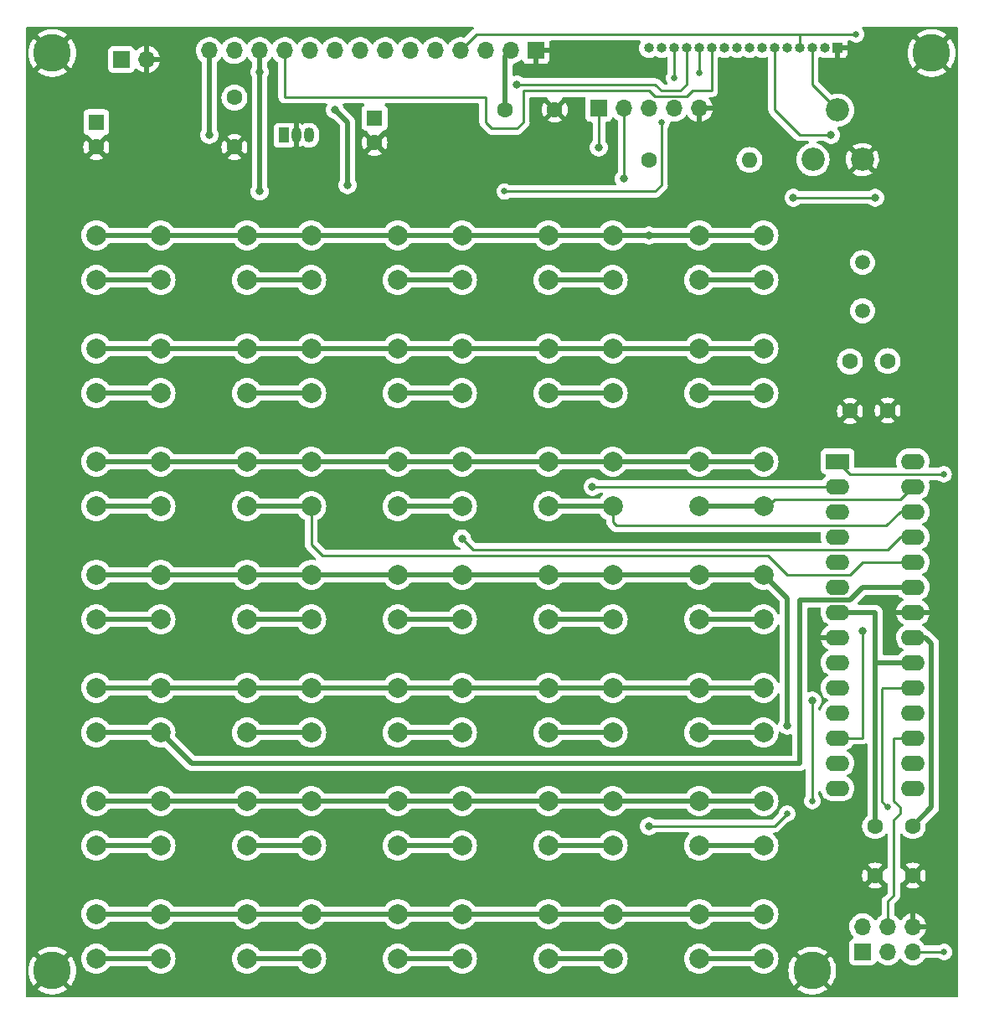
<source format=gbr>
%TF.GenerationSoftware,KiCad,Pcbnew,6.0.11+dfsg-1*%
%TF.CreationDate,2025-02-25T22:24:54-05:00*%
%TF.ProjectId,Terminal_LCD_Keyboard,5465726d-696e-4616-9c5f-4c43445f4b65,rev?*%
%TF.SameCoordinates,Original*%
%TF.FileFunction,Copper,L2,Bot*%
%TF.FilePolarity,Positive*%
%FSLAX46Y46*%
G04 Gerber Fmt 4.6, Leading zero omitted, Abs format (unit mm)*
G04 Created by KiCad (PCBNEW 6.0.11+dfsg-1) date 2025-02-25 22:24:54*
%MOMM*%
%LPD*%
G01*
G04 APERTURE LIST*
%TA.AperFunction,ComponentPad*%
%ADD10C,3.800000*%
%TD*%
%TA.AperFunction,ComponentPad*%
%ADD11C,2.000000*%
%TD*%
%TA.AperFunction,ComponentPad*%
%ADD12C,1.600000*%
%TD*%
%TA.AperFunction,ComponentPad*%
%ADD13R,1.000000X1.000000*%
%TD*%
%TA.AperFunction,ComponentPad*%
%ADD14O,1.000000X1.000000*%
%TD*%
%TA.AperFunction,ComponentPad*%
%ADD15C,1.500000*%
%TD*%
%TA.AperFunction,ComponentPad*%
%ADD16R,2.400000X1.600000*%
%TD*%
%TA.AperFunction,ComponentPad*%
%ADD17O,2.400000X1.600000*%
%TD*%
%TA.AperFunction,ComponentPad*%
%ADD18R,1.700000X1.700000*%
%TD*%
%TA.AperFunction,ComponentPad*%
%ADD19O,1.700000X1.700000*%
%TD*%
%TA.AperFunction,ComponentPad*%
%ADD20C,2.340000*%
%TD*%
%TA.AperFunction,ComponentPad*%
%ADD21O,1.600000X1.600000*%
%TD*%
%TA.AperFunction,ComponentPad*%
%ADD22R,1.600000X1.600000*%
%TD*%
%TA.AperFunction,ComponentPad*%
%ADD23R,1.050000X1.500000*%
%TD*%
%TA.AperFunction,ComponentPad*%
%ADD24O,1.050000X1.500000*%
%TD*%
%TA.AperFunction,ViaPad*%
%ADD25C,0.800000*%
%TD*%
%TA.AperFunction,ViaPad*%
%ADD26C,0.635000*%
%TD*%
%TA.AperFunction,Conductor*%
%ADD27C,0.254000*%
%TD*%
%TA.AperFunction,Conductor*%
%ADD28C,0.508000*%
%TD*%
G04 APERTURE END LIST*
D10*
%TO.P,H4,1,1*%
%TO.N,GND*%
X105410000Y-117475000D03*
%TD*%
%TO.P,H3,1,1*%
%TO.N,GND*%
X28575000Y-117475000D03*
%TD*%
%TO.P,H2,1,1*%
%TO.N,GND*%
X117475000Y-24765000D03*
%TD*%
%TO.P,H1,1,1*%
%TO.N,GND*%
X28575000Y-24765000D03*
%TD*%
D11*
%TO.P,SW3,1,1*%
%TO.N,Net-(SW1-Pad1)*%
X70000000Y-111760000D03*
X63500000Y-111760000D03*
%TO.P,SW3,2,2*%
%TO.N,Net-(DISP1-Pad13)*%
X70000000Y-116260000D03*
X63500000Y-116260000D03*
%TD*%
D12*
%TO.P,C7,1*%
%TO.N,VCC*%
X74375000Y-30480000D03*
%TO.P,C7,2*%
%TO.N,GND*%
X79375000Y-30480000D03*
%TD*%
D11*
%TO.P,SW33,1,1*%
%TO.N,Net-(SW31-Pad1)*%
X63500000Y-43180000D03*
X70000000Y-43180000D03*
%TO.P,SW33,2,2*%
%TO.N,Net-(DISP1-Pad13)*%
X63500000Y-47680000D03*
X70000000Y-47680000D03*
%TD*%
D13*
%TO.P,DISP2,1,Vss*%
%TO.N,GND*%
X107950000Y-24257000D03*
D14*
%TO.P,DISP2,2,Vdd*%
%TO.N,VCC*%
X106680000Y-24257000D03*
%TO.P,DISP2,3,Vee*%
%TO.N,Net-(DISP1-Pad3)*%
X105410000Y-24257000D03*
%TO.P,DISP2,4,RS*%
%TO.N,Net-(DISP1-Pad4)*%
X104140000Y-24257000D03*
%TO.P,DISP2,5,R/W*%
%TO.N,unconnected-(DISP2-Pad5)*%
X102870000Y-24257000D03*
%TO.P,DISP2,6,E*%
%TO.N,Net-(DISP1-Pad6)*%
X101600000Y-24257000D03*
%TO.P,DISP2,7,DB0*%
%TO.N,unconnected-(DISP2-Pad7)*%
X100330000Y-24257000D03*
%TO.P,DISP2,8,DB1*%
%TO.N,unconnected-(DISP2-Pad8)*%
X99060000Y-24257000D03*
%TO.P,DISP2,9,DB2*%
%TO.N,unconnected-(DISP2-Pad9)*%
X97790000Y-24257000D03*
%TO.P,DISP2,10,DB3*%
%TO.N,unconnected-(DISP2-Pad10)*%
X96520000Y-24257000D03*
%TO.P,DISP2,11,DB4*%
%TO.N,Net-(DISP1-Pad11)*%
X95250000Y-24257000D03*
%TO.P,DISP2,12,DB5*%
%TO.N,Net-(DISP1-Pad12)*%
X93980000Y-24257000D03*
%TO.P,DISP2,13,DB6*%
%TO.N,Net-(DISP1-Pad13)*%
X92710000Y-24257000D03*
%TO.P,DISP2,14,DB7*%
%TO.N,Net-(DISP1-Pad14)*%
X91440000Y-24257000D03*
%TO.P,DISP2,15*%
%TO.N,N/C*%
X90170000Y-24257000D03*
%TO.P,DISP2,16*%
X88900000Y-24257000D03*
%TD*%
D15*
%TO.P,Y1,1,1*%
%TO.N,Net-(C5-Pad1)*%
X110490000Y-50800000D03*
%TO.P,Y1,2,2*%
%TO.N,Net-(C6-Pad1)*%
X110490000Y-45920000D03*
%TD*%
D16*
%TO.P,U2,1,PC6(RES)*%
%TO.N,Net-(J2-Pad5)*%
X107960000Y-66025000D03*
D17*
%TO.P,U2,2,PD0(RXD)*%
%TO.N,Net-(CON2-Pad1)*%
X107960000Y-68565000D03*
%TO.P,U2,3,PD1(TXD)*%
%TO.N,Net-(CON2-Pad2)*%
X107960000Y-71105000D03*
%TO.P,U2,4,PD2(INT0)*%
%TO.N,unconnected-(U2-Pad4)*%
X107960000Y-73645000D03*
%TO.P,U2,5,PD3(INT1)*%
%TO.N,unconnected-(U2-Pad5)*%
X107960000Y-76185000D03*
%TO.P,U2,6,PD4(XCK/T0)*%
%TO.N,Net-(D1-Pad2)*%
X107960000Y-78725000D03*
%TO.P,U2,7,VCC*%
%TO.N,VCC*%
X107960000Y-81265000D03*
%TO.P,U2,8,GND*%
%TO.N,GND*%
X107960000Y-83805000D03*
%TO.P,U2,9,PB6(X1/TOSC1)*%
%TO.N,Net-(C5-Pad1)*%
X107960000Y-86345000D03*
%TO.P,U2,10,PB7(X2/TOSC2)*%
%TO.N,Net-(C6-Pad1)*%
X107960000Y-88885000D03*
%TO.P,U2,11,PD5(T1)*%
%TO.N,unconnected-(U2-Pad11)*%
X107960000Y-91425000D03*
%TO.P,U2,12,PD6(AIN0)*%
%TO.N,Net-(DISP1-Pad6)*%
X107960000Y-93965000D03*
%TO.P,U2,13,PD7(AIN1)*%
%TO.N,Net-(DISP1-Pad4)*%
X107960000Y-96505000D03*
%TO.P,U2,14,PB0(ICP1)*%
%TO.N,Net-(SW31-Pad1)*%
X107960000Y-99045000D03*
%TO.P,U2,15,PB1(OC1A)*%
%TO.N,Net-(SW26-Pad1)*%
X115580000Y-99045000D03*
%TO.P,U2,16,PB2(SS/OC1B)*%
%TO.N,Net-(SW21-Pad1)*%
X115580000Y-96505000D03*
%TO.P,U2,17,PB3(MOSI/OC2)*%
%TO.N,Net-(J2-Pad4)*%
X115580000Y-93965000D03*
%TO.P,U2,18,PB4(MISO)*%
%TO.N,Net-(J2-Pad1)*%
X115580000Y-91425000D03*
%TO.P,U2,19,PB5(SCK)*%
%TO.N,Net-(J2-Pad3)*%
X115580000Y-88885000D03*
%TO.P,U2,20,AVCC*%
%TO.N,VCC*%
X115580000Y-86345000D03*
%TO.P,U2,21,AREF*%
%TO.N,Net-(C4-Pad1)*%
X115580000Y-83805000D03*
%TO.P,U2,22,GND*%
%TO.N,GND*%
X115580000Y-81265000D03*
%TO.P,U2,23,PC0(A0)*%
%TO.N,Net-(DISP1-Pad11)*%
X115580000Y-78725000D03*
%TO.P,U2,24,PC1(A1)*%
%TO.N,Net-(DISP1-Pad12)*%
X115580000Y-76185000D03*
%TO.P,U2,25,PC2(A2)*%
%TO.N,Net-(DISP1-Pad13)*%
X115580000Y-73645000D03*
%TO.P,U2,26,PC3(A3)*%
%TO.N,Net-(DISP1-Pad14)*%
X115580000Y-71105000D03*
%TO.P,U2,27,PC4(A4/SDA)*%
%TO.N,Net-(SW10-Pad2)*%
X115580000Y-68565000D03*
%TO.P,U2,28,PC5(A5/SCL)*%
%TO.N,unconnected-(U2-Pad28)*%
X115580000Y-66025000D03*
%TD*%
D11*
%TO.P,SW22,1,1*%
%TO.N,Net-(SW21-Pad1)*%
X48260000Y-66040000D03*
X54760000Y-66040000D03*
%TO.P,SW22,2,2*%
%TO.N,Net-(DISP1-Pad12)*%
X54760000Y-70540000D03*
X48260000Y-70540000D03*
%TD*%
D18*
%TO.P,J2,1,MISO*%
%TO.N,Net-(J2-Pad1)*%
X110505000Y-115575000D03*
D19*
%TO.P,J2,2,VCC*%
%TO.N,VCC*%
X110505000Y-113035000D03*
%TO.P,J2,3,SCK*%
%TO.N,Net-(J2-Pad3)*%
X113045000Y-115575000D03*
%TO.P,J2,4,MOSI*%
%TO.N,Net-(J2-Pad4)*%
X113045000Y-113035000D03*
%TO.P,J2,5,~{RST}*%
%TO.N,Net-(J2-Pad5)*%
X115585000Y-115575000D03*
%TO.P,J2,6,GND*%
%TO.N,GND*%
X115585000Y-113035000D03*
%TD*%
D11*
%TO.P,SW30,1,1*%
%TO.N,Net-(SW26-Pad1)*%
X93980000Y-54610000D03*
X100480000Y-54610000D03*
%TO.P,SW30,2,2*%
%TO.N,Net-(SW10-Pad2)*%
X100480000Y-59110000D03*
X93980000Y-59110000D03*
%TD*%
D18*
%TO.P,DISP1,1,Vss*%
%TO.N,GND*%
X77470000Y-24511000D03*
D19*
%TO.P,DISP1,2,Vdd*%
%TO.N,VCC*%
X74930000Y-24511000D03*
%TO.P,DISP1,3,Vee*%
%TO.N,Net-(DISP1-Pad3)*%
X72390000Y-24511000D03*
%TO.P,DISP1,4,RS*%
%TO.N,Net-(DISP1-Pad4)*%
X69850000Y-24511000D03*
%TO.P,DISP1,5,R/W*%
%TO.N,unconnected-(DISP1-Pad5)*%
X67310000Y-24511000D03*
%TO.P,DISP1,6,E*%
%TO.N,Net-(DISP1-Pad6)*%
X64770000Y-24511000D03*
%TO.P,DISP1,7,DB0*%
%TO.N,unconnected-(DISP1-Pad7)*%
X62230000Y-24511000D03*
%TO.P,DISP1,8,DB1*%
%TO.N,unconnected-(DISP1-Pad8)*%
X59690000Y-24511000D03*
%TO.P,DISP1,9,DB2*%
%TO.N,unconnected-(DISP1-Pad9)*%
X57150000Y-24511000D03*
%TO.P,DISP1,10,DB3*%
%TO.N,unconnected-(DISP1-Pad10)*%
X54610000Y-24511000D03*
%TO.P,DISP1,11,DB4*%
%TO.N,Net-(DISP1-Pad11)*%
X52070000Y-24511000D03*
%TO.P,DISP1,12,DB5*%
%TO.N,Net-(DISP1-Pad12)*%
X49530000Y-24511000D03*
%TO.P,DISP1,13,DB6*%
%TO.N,Net-(DISP1-Pad13)*%
X46990000Y-24511000D03*
%TO.P,DISP1,14,DB7*%
%TO.N,Net-(DISP1-Pad14)*%
X44450000Y-24511000D03*
%TD*%
D11*
%TO.P,SW12,1,1*%
%TO.N,Net-(J2-Pad1)*%
X48260000Y-88900000D03*
X54760000Y-88900000D03*
%TO.P,SW12,2,2*%
%TO.N,Net-(DISP1-Pad12)*%
X54760000Y-93400000D03*
X48260000Y-93400000D03*
%TD*%
%TO.P,SW26,1,1*%
%TO.N,Net-(SW26-Pad1)*%
X33020000Y-54610000D03*
X39520000Y-54610000D03*
%TO.P,SW26,2,2*%
%TO.N,Net-(DISP1-Pad11)*%
X39520000Y-59110000D03*
X33020000Y-59110000D03*
%TD*%
%TO.P,SW13,1,1*%
%TO.N,Net-(J2-Pad1)*%
X70000000Y-88900000D03*
X63500000Y-88900000D03*
%TO.P,SW13,2,2*%
%TO.N,Net-(DISP1-Pad13)*%
X70000000Y-93400000D03*
X63500000Y-93400000D03*
%TD*%
%TO.P,SW20,1,1*%
%TO.N,Net-(J2-Pad4)*%
X93980000Y-77470000D03*
X100480000Y-77470000D03*
%TO.P,SW20,2,2*%
%TO.N,Net-(SW10-Pad2)*%
X93980000Y-81970000D03*
X100480000Y-81970000D03*
%TD*%
%TO.P,SW28,1,1*%
%TO.N,Net-(SW26-Pad1)*%
X70000000Y-54610000D03*
X63500000Y-54610000D03*
%TO.P,SW28,2,2*%
%TO.N,Net-(DISP1-Pad13)*%
X63500000Y-59110000D03*
X70000000Y-59110000D03*
%TD*%
%TO.P,SW10,1,1*%
%TO.N,Net-(J2-Pad3)*%
X93980000Y-100330000D03*
X100480000Y-100330000D03*
%TO.P,SW10,2,2*%
%TO.N,Net-(SW10-Pad2)*%
X100480000Y-104830000D03*
X93980000Y-104830000D03*
%TD*%
%TO.P,SW16,1,1*%
%TO.N,Net-(J2-Pad4)*%
X39520000Y-77470000D03*
X33020000Y-77470000D03*
%TO.P,SW16,2,2*%
%TO.N,Net-(DISP1-Pad11)*%
X33020000Y-81970000D03*
X39520000Y-81970000D03*
%TD*%
%TO.P,SW6,1,1*%
%TO.N,Net-(J2-Pad3)*%
X33020000Y-100330000D03*
X39520000Y-100330000D03*
%TO.P,SW6,2,2*%
%TO.N,Net-(DISP1-Pad11)*%
X33020000Y-104830000D03*
X39520000Y-104830000D03*
%TD*%
D12*
%TO.P,C6,1*%
%TO.N,Net-(C6-Pad1)*%
X113030000Y-55880000D03*
%TO.P,C6,2*%
%TO.N,GND*%
X113030000Y-60880000D03*
%TD*%
D20*
%TO.P,RV1,1,1*%
%TO.N,VCC*%
X105475000Y-35520000D03*
%TO.P,RV1,2,2*%
%TO.N,Net-(DISP1-Pad3)*%
X107975000Y-30520000D03*
%TO.P,RV1,3,3*%
%TO.N,GND*%
X110475000Y-35520000D03*
%TD*%
D11*
%TO.P,SW1,1,1*%
%TO.N,Net-(SW1-Pad1)*%
X33020000Y-111760000D03*
X39520000Y-111760000D03*
%TO.P,SW1,2,2*%
%TO.N,Net-(DISP1-Pad11)*%
X39520000Y-116260000D03*
X33020000Y-116260000D03*
%TD*%
%TO.P,SW19,1,1*%
%TO.N,Net-(J2-Pad4)*%
X78740000Y-77470000D03*
X85240000Y-77470000D03*
%TO.P,SW19,2,2*%
%TO.N,Net-(DISP1-Pad14)*%
X78740000Y-81970000D03*
X85240000Y-81970000D03*
%TD*%
%TO.P,SW31,1,1*%
%TO.N,Net-(SW31-Pad1)*%
X33020000Y-43180000D03*
X39520000Y-43180000D03*
%TO.P,SW31,2,2*%
%TO.N,Net-(DISP1-Pad11)*%
X33020000Y-47680000D03*
X39520000Y-47680000D03*
%TD*%
%TO.P,SW35,1,1*%
%TO.N,Net-(SW31-Pad1)*%
X100480000Y-43180000D03*
X93980000Y-43180000D03*
%TO.P,SW35,2,2*%
%TO.N,Net-(SW10-Pad2)*%
X93980000Y-47680000D03*
X100480000Y-47680000D03*
%TD*%
D18*
%TO.P,CON2,1,RX*%
%TO.N,Net-(CON2-Pad1)*%
X83825000Y-30353000D03*
D19*
%TO.P,CON2,2,TX*%
%TO.N,Net-(CON2-Pad2)*%
X86365000Y-30353000D03*
%TO.P,CON2,3,Vcc*%
%TO.N,VCC*%
X88905000Y-30353000D03*
%TO.P,CON2,4,KEY*%
%TO.N,unconnected-(CON2-Pad4)*%
X91445000Y-30353000D03*
%TO.P,CON2,5,GND*%
%TO.N,GND*%
X93985000Y-30353000D03*
%TD*%
D11*
%TO.P,SW2,1,1*%
%TO.N,Net-(SW1-Pad1)*%
X48260000Y-111760000D03*
X54760000Y-111760000D03*
%TO.P,SW2,2,2*%
%TO.N,Net-(DISP1-Pad12)*%
X48260000Y-116260000D03*
X54760000Y-116260000D03*
%TD*%
%TO.P,SW27,1,1*%
%TO.N,Net-(SW26-Pad1)*%
X48260000Y-54610000D03*
X54760000Y-54610000D03*
%TO.P,SW27,2,2*%
%TO.N,Net-(DISP1-Pad12)*%
X48260000Y-59110000D03*
X54760000Y-59110000D03*
%TD*%
D18*
%TO.P,J1,1,Pin_1*%
%TO.N,Net-(C1-Pad1)*%
X35560000Y-25400000D03*
D19*
%TO.P,J1,2,Pin_2*%
%TO.N,GND*%
X38100000Y-25400000D03*
%TD*%
D11*
%TO.P,SW9,1,1*%
%TO.N,Net-(J2-Pad3)*%
X78740000Y-100330000D03*
X85240000Y-100330000D03*
%TO.P,SW9,2,2*%
%TO.N,Net-(DISP1-Pad14)*%
X78740000Y-104830000D03*
X85240000Y-104830000D03*
%TD*%
D12*
%TO.P,R1,1*%
%TO.N,VCC*%
X88900000Y-35560000D03*
D21*
%TO.P,R1,2*%
%TO.N,Net-(J2-Pad5)*%
X99060000Y-35560000D03*
%TD*%
D11*
%TO.P,SW7,1,1*%
%TO.N,Net-(J2-Pad3)*%
X54760000Y-100330000D03*
X48260000Y-100330000D03*
%TO.P,SW7,2,2*%
%TO.N,Net-(DISP1-Pad12)*%
X54760000Y-104830000D03*
X48260000Y-104830000D03*
%TD*%
%TO.P,SW23,1,1*%
%TO.N,Net-(SW21-Pad1)*%
X70000000Y-66040000D03*
X63500000Y-66040000D03*
%TO.P,SW23,2,2*%
%TO.N,Net-(DISP1-Pad13)*%
X70000000Y-70540000D03*
X63500000Y-70540000D03*
%TD*%
%TO.P,SW25,1,1*%
%TO.N,Net-(SW21-Pad1)*%
X93980000Y-66040000D03*
X100480000Y-66040000D03*
%TO.P,SW25,2,2*%
%TO.N,Net-(SW10-Pad2)*%
X93980000Y-70540000D03*
X100480000Y-70540000D03*
%TD*%
%TO.P,SW4,1,1*%
%TO.N,Net-(SW1-Pad1)*%
X85240000Y-111760000D03*
X78740000Y-111760000D03*
%TO.P,SW4,2,2*%
%TO.N,Net-(DISP1-Pad14)*%
X85240000Y-116260000D03*
X78740000Y-116260000D03*
%TD*%
D22*
%TO.P,C2,1*%
%TO.N,VCC*%
X61147000Y-31312056D03*
D12*
%TO.P,C2,2*%
%TO.N,GND*%
X61147000Y-33812056D03*
%TD*%
D11*
%TO.P,SW24,1,1*%
%TO.N,Net-(SW21-Pad1)*%
X78740000Y-66040000D03*
X85240000Y-66040000D03*
%TO.P,SW24,2,2*%
%TO.N,Net-(DISP1-Pad14)*%
X85240000Y-70540000D03*
X78740000Y-70540000D03*
%TD*%
%TO.P,SW15,1,1*%
%TO.N,Net-(J2-Pad1)*%
X100480000Y-88900000D03*
X93980000Y-88900000D03*
%TO.P,SW15,2,2*%
%TO.N,Net-(SW10-Pad2)*%
X100480000Y-93400000D03*
X93980000Y-93400000D03*
%TD*%
%TO.P,SW34,1,1*%
%TO.N,Net-(SW31-Pad1)*%
X85240000Y-43180000D03*
X78740000Y-43180000D03*
%TO.P,SW34,2,2*%
%TO.N,Net-(DISP1-Pad14)*%
X78740000Y-47680000D03*
X85240000Y-47680000D03*
%TD*%
D12*
%TO.P,C5,1*%
%TO.N,Net-(C5-Pad1)*%
X109220000Y-55920000D03*
%TO.P,C5,2*%
%TO.N,GND*%
X109220000Y-60920000D03*
%TD*%
%TO.P,C4,1*%
%TO.N,Net-(C4-Pad1)*%
X115570000Y-102870000D03*
%TO.P,C4,2*%
%TO.N,GND*%
X115570000Y-107870000D03*
%TD*%
D11*
%TO.P,SW18,1,1*%
%TO.N,Net-(J2-Pad4)*%
X70000000Y-77470000D03*
X63500000Y-77470000D03*
%TO.P,SW18,2,2*%
%TO.N,Net-(DISP1-Pad13)*%
X70000000Y-81970000D03*
X63500000Y-81970000D03*
%TD*%
%TO.P,SW29,1,1*%
%TO.N,Net-(SW26-Pad1)*%
X78740000Y-54610000D03*
X85240000Y-54610000D03*
%TO.P,SW29,2,2*%
%TO.N,Net-(DISP1-Pad14)*%
X78740000Y-59110000D03*
X85240000Y-59110000D03*
%TD*%
D23*
%TO.P,U1,1,VO*%
%TO.N,VCC*%
X51987000Y-33066108D03*
D24*
%TO.P,U1,2,GND*%
%TO.N,GND*%
X53257000Y-33066108D03*
%TO.P,U1,3,VI*%
%TO.N,Net-(C1-Pad1)*%
X54527000Y-33066108D03*
%TD*%
D11*
%TO.P,SW5,1,1*%
%TO.N,Net-(SW1-Pad1)*%
X93980000Y-111760000D03*
X100480000Y-111760000D03*
%TO.P,SW5,2,2*%
%TO.N,Net-(SW10-Pad2)*%
X93980000Y-116260000D03*
X100480000Y-116260000D03*
%TD*%
%TO.P,SW8,1,1*%
%TO.N,Net-(J2-Pad3)*%
X63500000Y-100330000D03*
X70000000Y-100330000D03*
%TO.P,SW8,2,2*%
%TO.N,Net-(DISP1-Pad13)*%
X70000000Y-104830000D03*
X63500000Y-104830000D03*
%TD*%
%TO.P,SW17,1,1*%
%TO.N,Net-(J2-Pad4)*%
X48260000Y-77470000D03*
X54760000Y-77470000D03*
%TO.P,SW17,2,2*%
%TO.N,Net-(DISP1-Pad12)*%
X48260000Y-81970000D03*
X54760000Y-81970000D03*
%TD*%
%TO.P,SW21,1,1*%
%TO.N,Net-(SW21-Pad1)*%
X33020000Y-66040000D03*
X39520000Y-66040000D03*
%TO.P,SW21,2,2*%
%TO.N,Net-(DISP1-Pad11)*%
X39520000Y-70540000D03*
X33020000Y-70540000D03*
%TD*%
%TO.P,SW32,1,1*%
%TO.N,Net-(SW31-Pad1)*%
X54760000Y-43180000D03*
X48260000Y-43180000D03*
%TO.P,SW32,2,2*%
%TO.N,Net-(DISP1-Pad12)*%
X48260000Y-47680000D03*
X54760000Y-47680000D03*
%TD*%
%TO.P,SW11,1,1*%
%TO.N,Net-(J2-Pad1)*%
X33020000Y-88900000D03*
X39520000Y-88900000D03*
%TO.P,SW11,2,2*%
%TO.N,Net-(DISP1-Pad11)*%
X39520000Y-93400000D03*
X33020000Y-93400000D03*
%TD*%
%TO.P,SW14,1,1*%
%TO.N,Net-(J2-Pad1)*%
X85240000Y-88900000D03*
X78740000Y-88900000D03*
%TO.P,SW14,2,2*%
%TO.N,Net-(DISP1-Pad14)*%
X85240000Y-93400000D03*
X78740000Y-93400000D03*
%TD*%
D12*
%TO.P,C3,1*%
%TO.N,VCC*%
X111760000Y-102870000D03*
%TO.P,C3,2*%
%TO.N,GND*%
X111760000Y-107870000D03*
%TD*%
%TO.P,C1,1*%
%TO.N,Net-(C1-Pad1)*%
X46990000Y-29250000D03*
%TO.P,C1,2*%
%TO.N,GND*%
X46990000Y-34250000D03*
%TD*%
D22*
%TO.P,C8,1*%
%TO.N,Net-(C1-Pad1)*%
X33020000Y-31750000D03*
D12*
%TO.P,C8,2*%
%TO.N,GND*%
X33020000Y-34250000D03*
%TD*%
D25*
%TO.N,Net-(D1-Pad2)*%
X111760000Y-39370000D03*
X103505000Y-39370000D03*
%TO.N,GND*%
X100330000Y-85090000D03*
%TO.N,Net-(DISP1-Pad6)*%
X107315000Y-33020000D03*
X110490000Y-83185000D03*
%TO.N,GND*%
X82550000Y-26670000D03*
D26*
%TO.N,Net-(J2-Pad3)*%
X113030000Y-100965000D03*
D25*
%TO.N,Net-(CON2-Pad1)*%
X83185000Y-68580000D03*
X83825000Y-34295000D03*
%TO.N,Net-(CON2-Pad2)*%
X86360000Y-37465000D03*
D26*
%TO.N,Net-(DISP1-Pad4)*%
X109855000Y-22860000D03*
%TO.N,Net-(DISP1-Pad12)*%
X93980000Y-26761500D03*
D25*
X49530000Y-26670000D03*
X49530000Y-38735000D03*
%TO.N,Net-(DISP1-Pad13)*%
X70000000Y-73810000D03*
X75565000Y-27940000D03*
X58420000Y-38100000D03*
X57150000Y-30480000D03*
D26*
%TO.N,Net-(DISP1-Pad14)*%
X91440000Y-27305000D03*
X74295000Y-38735000D03*
D25*
X44450000Y-33020000D03*
D26*
X90170000Y-31750000D03*
%TO.N,Net-(J2-Pad5)*%
X118745000Y-115570000D03*
X118690500Y-67310000D03*
%TO.N,Net-(J2-Pad1)*%
X105410000Y-100330000D03*
D25*
X105410000Y-90170000D03*
%TO.N,Net-(SW31-Pad1)*%
X88900000Y-43180000D03*
D26*
X102870000Y-101600000D03*
D25*
X88900000Y-102870000D03*
%TO.N,Net-(J2-Pad4)*%
X102870000Y-92710000D03*
%TD*%
D27*
%TO.N,Net-(D1-Pad2)*%
X111760000Y-39370000D02*
X103505000Y-39370000D01*
%TO.N,Net-(DISP1-Pad6)*%
X104140000Y-33020000D02*
X101600000Y-30480000D01*
X107315000Y-33020000D02*
X104140000Y-33020000D01*
X110490000Y-93950000D02*
X110490000Y-83185000D01*
X110475000Y-93965000D02*
X110490000Y-93950000D01*
X107960000Y-93965000D02*
X110475000Y-93965000D01*
X101600000Y-30480000D02*
X101600000Y-24257000D01*
D28*
%TO.N,VCC*%
X111760000Y-86360000D02*
X111760000Y-81280000D01*
X111760000Y-81280000D02*
X111745000Y-81265000D01*
X111745000Y-81265000D02*
X107960000Y-81265000D01*
%TO.N,Net-(DISP1-Pad11)*%
X39520000Y-93400000D02*
X42640000Y-96520000D01*
X42640000Y-96520000D02*
X104140000Y-96520000D01*
X104140000Y-96520000D02*
X104140000Y-80010000D01*
X104140000Y-80010000D02*
X109220000Y-80010000D01*
X110505000Y-78725000D02*
X115580000Y-78725000D01*
X109220000Y-80010000D02*
X110505000Y-78725000D01*
D27*
%TO.N,Net-(DISP1-Pad13)*%
X90170000Y-28575000D02*
X92075000Y-28575000D01*
X89535000Y-27940000D02*
X75565000Y-27940000D01*
X89535000Y-27940000D02*
X90170000Y-28575000D01*
X92075000Y-28575000D02*
X92710000Y-27940000D01*
%TO.N,Net-(DISP1-Pad11)*%
X52070000Y-24511000D02*
X52070000Y-29210000D01*
X76200000Y-28575000D02*
X88900000Y-28575000D01*
X52070000Y-29210000D02*
X72390000Y-29210000D01*
X72390000Y-29210000D02*
X72390000Y-31750000D01*
X72390000Y-31750000D02*
X73025000Y-32385000D01*
X88900000Y-28575000D02*
X89501000Y-29176000D01*
X95250000Y-28575000D02*
X95250000Y-24257000D01*
X73025000Y-32385000D02*
X75565000Y-32385000D01*
X76200000Y-31750000D02*
X76200000Y-28575000D01*
X75565000Y-32385000D02*
X76200000Y-31750000D01*
X92744000Y-29176000D02*
X93345000Y-28575000D01*
X89501000Y-29176000D02*
X92744000Y-29176000D01*
X93345000Y-28575000D02*
X95250000Y-28575000D01*
%TO.N,Net-(J2-Pad4)*%
X114300000Y-101600000D02*
X114300000Y-100965000D01*
X113665000Y-102235000D02*
X113665000Y-109855000D01*
X113665000Y-102235000D02*
X114300000Y-101600000D01*
X113665000Y-93980000D02*
X113665000Y-100330000D01*
X114300000Y-100965000D02*
X113665000Y-100330000D01*
%TO.N,Net-(J2-Pad3)*%
X112467500Y-100402500D02*
X112467500Y-100257500D01*
X112467500Y-100257500D02*
X112467500Y-88972500D01*
X113030000Y-100965000D02*
X112467500Y-100402500D01*
%TO.N,Net-(J2-Pad5)*%
X115585000Y-115575000D02*
X118740000Y-115575000D01*
X118740000Y-115575000D02*
X118745000Y-115570000D01*
%TO.N,Net-(J2-Pad4)*%
X113665000Y-109855000D02*
X113045000Y-110475000D01*
X113045000Y-110475000D02*
X113045000Y-113035000D01*
D28*
%TO.N,Net-(C4-Pad1)*%
X116825000Y-83805000D02*
X115580000Y-83805000D01*
X115570000Y-102870000D02*
X117475000Y-100965000D01*
X117475000Y-100965000D02*
X117475000Y-84455000D01*
X117475000Y-84455000D02*
X116825000Y-83805000D01*
%TO.N,VCC*%
X74375000Y-30480000D02*
X74375000Y-25066000D01*
X111760000Y-102870000D02*
X111760000Y-86360000D01*
X74375000Y-25066000D02*
X74930000Y-24511000D01*
X111775000Y-86345000D02*
X111760000Y-86360000D01*
X115580000Y-86345000D02*
X111775000Y-86345000D01*
D27*
%TO.N,Net-(CON2-Pad1)*%
X83825000Y-34295000D02*
X83825000Y-30353000D01*
X107960000Y-68565000D02*
X83200000Y-68565000D01*
X83200000Y-68565000D02*
X83185000Y-68580000D01*
%TO.N,Net-(CON2-Pad2)*%
X86365000Y-37460000D02*
X86365000Y-30353000D01*
X86360000Y-37465000D02*
X86365000Y-37460000D01*
%TO.N,Net-(DISP1-Pad3)*%
X107975000Y-30520000D02*
X105410000Y-27955000D01*
X105410000Y-27955000D02*
X105410000Y-24257000D01*
%TO.N,Net-(DISP1-Pad4)*%
X104140000Y-22860000D02*
X104140000Y-24257000D01*
X69850000Y-24511000D02*
X71501000Y-22860000D01*
X71501000Y-22860000D02*
X104140000Y-22860000D01*
X104140000Y-22860000D02*
X109855000Y-22860000D01*
D28*
%TO.N,Net-(DISP1-Pad11)*%
X33020000Y-47680000D02*
X39520000Y-47680000D01*
X33020000Y-116260000D02*
X39520000Y-116260000D01*
X33020000Y-104830000D02*
X39520000Y-104830000D01*
X33020000Y-59110000D02*
X39520000Y-59110000D01*
X33020000Y-93400000D02*
X39520000Y-93400000D01*
X33020000Y-70540000D02*
X39520000Y-70540000D01*
X33020000Y-81970000D02*
X39520000Y-81970000D01*
D27*
%TO.N,Net-(DISP1-Pad12)*%
X109220000Y-77470000D02*
X102870000Y-77470000D01*
D28*
X48260000Y-116260000D02*
X54760000Y-116260000D01*
X48260000Y-93400000D02*
X54760000Y-93400000D01*
D27*
X54760000Y-74445000D02*
X54760000Y-70540000D01*
X93980000Y-24257000D02*
X93980000Y-26761500D01*
X55880000Y-75565000D02*
X54760000Y-74445000D01*
D28*
X49530000Y-38735000D02*
X49530000Y-26670000D01*
X48260000Y-70540000D02*
X54760000Y-70540000D01*
X48260000Y-81970000D02*
X54760000Y-81970000D01*
D27*
X115580000Y-76185000D02*
X110505000Y-76185000D01*
X110505000Y-76185000D02*
X109220000Y-77470000D01*
D28*
X49530000Y-26670000D02*
X49530000Y-24511000D01*
X48260000Y-59110000D02*
X54760000Y-59110000D01*
D27*
X100965000Y-75565000D02*
X55880000Y-75565000D01*
X102870000Y-77470000D02*
X100965000Y-75565000D01*
D28*
X48260000Y-104830000D02*
X54760000Y-104830000D01*
X48260000Y-47680000D02*
X54760000Y-47680000D01*
%TO.N,Net-(DISP1-Pad13)*%
X63500000Y-70540000D02*
X70000000Y-70540000D01*
D27*
X113030000Y-74930000D02*
X71120000Y-74930000D01*
X114315000Y-73645000D02*
X113030000Y-74930000D01*
X71120000Y-74930000D02*
X70000000Y-73810000D01*
D28*
X63500000Y-47680000D02*
X70000000Y-47680000D01*
X63500000Y-93400000D02*
X70000000Y-93400000D01*
D27*
X115580000Y-73645000D02*
X114315000Y-73645000D01*
X92710000Y-24257000D02*
X92710000Y-27940000D01*
D28*
X58420000Y-31750000D02*
X57150000Y-30480000D01*
X63500000Y-81970000D02*
X70000000Y-81970000D01*
X63500000Y-59110000D02*
X70000000Y-59110000D01*
X58420000Y-38100000D02*
X58420000Y-31750000D01*
X63500000Y-104830000D02*
X70000000Y-104830000D01*
X63500000Y-116260000D02*
X70000000Y-116260000D01*
%TO.N,Net-(DISP1-Pad14)*%
X44450000Y-24511000D02*
X44450000Y-33020000D01*
D27*
X115580000Y-71105000D02*
X114315000Y-71105000D01*
D28*
X78740000Y-104830000D02*
X85240000Y-104830000D01*
D27*
X85240000Y-72161000D02*
X85240000Y-70540000D01*
X90170000Y-31750000D02*
X90170000Y-38100000D01*
D28*
X78740000Y-70540000D02*
X85240000Y-70540000D01*
D27*
X112902000Y-72518000D02*
X85597000Y-72518000D01*
D28*
X78740000Y-59110000D02*
X85240000Y-59110000D01*
D27*
X114315000Y-71105000D02*
X112902000Y-72518000D01*
D28*
X78740000Y-93400000D02*
X85240000Y-93400000D01*
D27*
X91440000Y-24257000D02*
X91440000Y-27305000D01*
D28*
X78740000Y-47680000D02*
X85240000Y-47680000D01*
D27*
X85597000Y-72518000D02*
X85240000Y-72161000D01*
D28*
X78740000Y-116260000D02*
X85240000Y-116260000D01*
D27*
X89535000Y-38735000D02*
X74295000Y-38735000D01*
X90170000Y-38100000D02*
X89535000Y-38735000D01*
D28*
X78740000Y-81970000D02*
X85240000Y-81970000D01*
D27*
%TO.N,Net-(J2-Pad5)*%
X118690500Y-67310000D02*
X109245000Y-67310000D01*
X109245000Y-67310000D02*
X107960000Y-66025000D01*
D28*
%TO.N,Net-(SW10-Pad2)*%
X93980000Y-93400000D02*
X100480000Y-93400000D01*
X100480000Y-70540000D02*
X100910000Y-70540000D01*
X93980000Y-81970000D02*
X100480000Y-81970000D01*
D27*
X114295000Y-69850000D02*
X115580000Y-68565000D01*
X100910000Y-70540000D02*
X101600000Y-69850000D01*
D28*
X93980000Y-47680000D02*
X100480000Y-47680000D01*
X93980000Y-104830000D02*
X100480000Y-104830000D01*
X93980000Y-70540000D02*
X100480000Y-70540000D01*
D27*
X101600000Y-69850000D02*
X114295000Y-69850000D01*
D28*
X93980000Y-59110000D02*
X100480000Y-59110000D01*
X93980000Y-116260000D02*
X100480000Y-116260000D01*
%TO.N,Net-(J2-Pad3)*%
X33020000Y-100330000D02*
X39520000Y-100330000D01*
X39520000Y-100330000D02*
X48260000Y-100330000D01*
X54760000Y-100330000D02*
X63500000Y-100330000D01*
X70000000Y-100330000D02*
X78740000Y-100330000D01*
X85240000Y-100330000D02*
X93980000Y-100330000D01*
X78740000Y-100330000D02*
X85240000Y-100330000D01*
X63500000Y-100330000D02*
X70000000Y-100330000D01*
X93980000Y-100330000D02*
X100480000Y-100330000D01*
D27*
X112467500Y-88972500D02*
X112555000Y-88885000D01*
D28*
X48260000Y-100330000D02*
X54760000Y-100330000D01*
D27*
X112555000Y-88885000D02*
X115580000Y-88885000D01*
D28*
%TO.N,Net-(SW1-Pad1)*%
X33020000Y-111760000D02*
X39520000Y-111760000D01*
X54760000Y-111760000D02*
X63500000Y-111760000D01*
X39520000Y-111760000D02*
X48260000Y-111760000D01*
X85240000Y-111760000D02*
X93980000Y-111760000D01*
X93980000Y-111760000D02*
X100480000Y-111760000D01*
X48260000Y-111760000D02*
X54760000Y-111760000D01*
X78740000Y-111760000D02*
X85240000Y-111760000D01*
X70000000Y-111760000D02*
X78740000Y-111760000D01*
X63500000Y-111760000D02*
X70000000Y-111760000D01*
%TO.N,Net-(J2-Pad1)*%
X78740000Y-88900000D02*
X85240000Y-88900000D01*
X54760000Y-88900000D02*
X63500000Y-88900000D01*
X93980000Y-88900000D02*
X100480000Y-88900000D01*
X48260000Y-88900000D02*
X54760000Y-88900000D01*
X63500000Y-88900000D02*
X70000000Y-88900000D01*
X39520000Y-88900000D02*
X48260000Y-88900000D01*
X33020000Y-88900000D02*
X39520000Y-88900000D01*
X85240000Y-88900000D02*
X93980000Y-88900000D01*
D27*
X105410000Y-100330000D02*
X105410000Y-90170000D01*
D28*
X70000000Y-88900000D02*
X78740000Y-88900000D01*
%TO.N,Net-(SW21-Pad1)*%
X33020000Y-66040000D02*
X39520000Y-66040000D01*
X39520000Y-66040000D02*
X48260000Y-66040000D01*
X54760000Y-66040000D02*
X63500000Y-66040000D01*
X85240000Y-66040000D02*
X93980000Y-66040000D01*
X78740000Y-66040000D02*
X85240000Y-66040000D01*
X48260000Y-66040000D02*
X54760000Y-66040000D01*
X93980000Y-66040000D02*
X100480000Y-66040000D01*
X63500000Y-66040000D02*
X70000000Y-66040000D01*
X70000000Y-66040000D02*
X78740000Y-66040000D01*
%TO.N,Net-(SW26-Pad1)*%
X54760000Y-54610000D02*
X63500000Y-54610000D01*
X78740000Y-54610000D02*
X85240000Y-54610000D01*
X39520000Y-54610000D02*
X48260000Y-54610000D01*
X85240000Y-54610000D02*
X93980000Y-54610000D01*
X70000000Y-54610000D02*
X78740000Y-54610000D01*
X33020000Y-54610000D02*
X39520000Y-54610000D01*
X48260000Y-54610000D02*
X54760000Y-54610000D01*
X93980000Y-54610000D02*
X100480000Y-54610000D01*
X63500000Y-54610000D02*
X70000000Y-54610000D01*
%TO.N,Net-(SW31-Pad1)*%
X70000000Y-43180000D02*
X78740000Y-43180000D01*
X33020000Y-43180000D02*
X39520000Y-43180000D01*
X54760000Y-43180000D02*
X63500000Y-43180000D01*
D27*
X101600000Y-102870000D02*
X88900000Y-102870000D01*
D28*
X78740000Y-43180000D02*
X85240000Y-43180000D01*
X63500000Y-43180000D02*
X70000000Y-43180000D01*
X93980000Y-43180000D02*
X100480000Y-43180000D01*
X85240000Y-43180000D02*
X93980000Y-43180000D01*
X48260000Y-43180000D02*
X54760000Y-43180000D01*
D27*
X102870000Y-101600000D02*
X101600000Y-102870000D01*
D28*
X39520000Y-43180000D02*
X48260000Y-43180000D01*
%TO.N,Net-(J2-Pad4)*%
X54760000Y-77470000D02*
X63500000Y-77470000D01*
X78740000Y-77470000D02*
X85240000Y-77470000D01*
X85240000Y-77470000D02*
X93980000Y-77470000D01*
X63500000Y-77470000D02*
X70000000Y-77470000D01*
X48260000Y-77470000D02*
X54760000Y-77470000D01*
X102870000Y-79860000D02*
X102870000Y-92710000D01*
X70000000Y-77470000D02*
X78740000Y-77470000D01*
X100480000Y-77470000D02*
X102870000Y-79860000D01*
X39520000Y-77470000D02*
X48260000Y-77470000D01*
X93980000Y-77470000D02*
X100480000Y-77470000D01*
D27*
X113680000Y-93965000D02*
X113665000Y-93980000D01*
X115580000Y-93965000D02*
X113680000Y-93965000D01*
D28*
X33020000Y-77470000D02*
X39520000Y-77470000D01*
%TD*%
%TA.AperFunction,Conductor*%
%TO.N,GND*%
G36*
X71147743Y-22118502D02*
G01*
X71194236Y-22172158D01*
X71204340Y-22242432D01*
X71174846Y-22307012D01*
X71143762Y-22332953D01*
X71115229Y-22349827D01*
X71115226Y-22349829D01*
X71108402Y-22353865D01*
X71094014Y-22368253D01*
X71078980Y-22381094D01*
X71062513Y-22393058D01*
X71057460Y-22399166D01*
X71034228Y-22427249D01*
X71026238Y-22436029D01*
X70304944Y-23157323D01*
X70242632Y-23191349D01*
X70193754Y-23192275D01*
X70119308Y-23179014D01*
X69983373Y-23154800D01*
X69983367Y-23154799D01*
X69978284Y-23153894D01*
X69904452Y-23152992D01*
X69760081Y-23151228D01*
X69760079Y-23151228D01*
X69754911Y-23151165D01*
X69534091Y-23184955D01*
X69321756Y-23254357D01*
X69291443Y-23270137D01*
X69150017Y-23343759D01*
X69123607Y-23357507D01*
X69119474Y-23360610D01*
X69119471Y-23360612D01*
X68964165Y-23477219D01*
X68944965Y-23491635D01*
X68930391Y-23506886D01*
X68796086Y-23647428D01*
X68790629Y-23653138D01*
X68683201Y-23810621D01*
X68628293Y-23855621D01*
X68557768Y-23863792D01*
X68494021Y-23832538D01*
X68473324Y-23808054D01*
X68392822Y-23683617D01*
X68392820Y-23683614D01*
X68390014Y-23679277D01*
X68239670Y-23514051D01*
X68235619Y-23510852D01*
X68235615Y-23510848D01*
X68068414Y-23378800D01*
X68068410Y-23378798D01*
X68064359Y-23375598D01*
X67868789Y-23267638D01*
X67863920Y-23265914D01*
X67863916Y-23265912D01*
X67663087Y-23194795D01*
X67663083Y-23194794D01*
X67658212Y-23193069D01*
X67653119Y-23192162D01*
X67653116Y-23192161D01*
X67443373Y-23154800D01*
X67443367Y-23154799D01*
X67438284Y-23153894D01*
X67364452Y-23152992D01*
X67220081Y-23151228D01*
X67220079Y-23151228D01*
X67214911Y-23151165D01*
X66994091Y-23184955D01*
X66781756Y-23254357D01*
X66751443Y-23270137D01*
X66610017Y-23343759D01*
X66583607Y-23357507D01*
X66579474Y-23360610D01*
X66579471Y-23360612D01*
X66424165Y-23477219D01*
X66404965Y-23491635D01*
X66390391Y-23506886D01*
X66256086Y-23647428D01*
X66250629Y-23653138D01*
X66143201Y-23810621D01*
X66088293Y-23855621D01*
X66017768Y-23863792D01*
X65954021Y-23832538D01*
X65933324Y-23808054D01*
X65852822Y-23683617D01*
X65852820Y-23683614D01*
X65850014Y-23679277D01*
X65699670Y-23514051D01*
X65695619Y-23510852D01*
X65695615Y-23510848D01*
X65528414Y-23378800D01*
X65528410Y-23378798D01*
X65524359Y-23375598D01*
X65328789Y-23267638D01*
X65323920Y-23265914D01*
X65323916Y-23265912D01*
X65123087Y-23194795D01*
X65123083Y-23194794D01*
X65118212Y-23193069D01*
X65113119Y-23192162D01*
X65113116Y-23192161D01*
X64903373Y-23154800D01*
X64903367Y-23154799D01*
X64898284Y-23153894D01*
X64824452Y-23152992D01*
X64680081Y-23151228D01*
X64680079Y-23151228D01*
X64674911Y-23151165D01*
X64454091Y-23184955D01*
X64241756Y-23254357D01*
X64211443Y-23270137D01*
X64070017Y-23343759D01*
X64043607Y-23357507D01*
X64039474Y-23360610D01*
X64039471Y-23360612D01*
X63884165Y-23477219D01*
X63864965Y-23491635D01*
X63850391Y-23506886D01*
X63716086Y-23647428D01*
X63710629Y-23653138D01*
X63603201Y-23810621D01*
X63548293Y-23855621D01*
X63477768Y-23863792D01*
X63414021Y-23832538D01*
X63393324Y-23808054D01*
X63312822Y-23683617D01*
X63312820Y-23683614D01*
X63310014Y-23679277D01*
X63159670Y-23514051D01*
X63155619Y-23510852D01*
X63155615Y-23510848D01*
X62988414Y-23378800D01*
X62988410Y-23378798D01*
X62984359Y-23375598D01*
X62788789Y-23267638D01*
X62783920Y-23265914D01*
X62783916Y-23265912D01*
X62583087Y-23194795D01*
X62583083Y-23194794D01*
X62578212Y-23193069D01*
X62573119Y-23192162D01*
X62573116Y-23192161D01*
X62363373Y-23154800D01*
X62363367Y-23154799D01*
X62358284Y-23153894D01*
X62284452Y-23152992D01*
X62140081Y-23151228D01*
X62140079Y-23151228D01*
X62134911Y-23151165D01*
X61914091Y-23184955D01*
X61701756Y-23254357D01*
X61671443Y-23270137D01*
X61530017Y-23343759D01*
X61503607Y-23357507D01*
X61499474Y-23360610D01*
X61499471Y-23360612D01*
X61344165Y-23477219D01*
X61324965Y-23491635D01*
X61310391Y-23506886D01*
X61176086Y-23647428D01*
X61170629Y-23653138D01*
X61063201Y-23810621D01*
X61008293Y-23855621D01*
X60937768Y-23863792D01*
X60874021Y-23832538D01*
X60853324Y-23808054D01*
X60772822Y-23683617D01*
X60772820Y-23683614D01*
X60770014Y-23679277D01*
X60619670Y-23514051D01*
X60615619Y-23510852D01*
X60615615Y-23510848D01*
X60448414Y-23378800D01*
X60448410Y-23378798D01*
X60444359Y-23375598D01*
X60248789Y-23267638D01*
X60243920Y-23265914D01*
X60243916Y-23265912D01*
X60043087Y-23194795D01*
X60043083Y-23194794D01*
X60038212Y-23193069D01*
X60033119Y-23192162D01*
X60033116Y-23192161D01*
X59823373Y-23154800D01*
X59823367Y-23154799D01*
X59818284Y-23153894D01*
X59744452Y-23152992D01*
X59600081Y-23151228D01*
X59600079Y-23151228D01*
X59594911Y-23151165D01*
X59374091Y-23184955D01*
X59161756Y-23254357D01*
X59131443Y-23270137D01*
X58990017Y-23343759D01*
X58963607Y-23357507D01*
X58959474Y-23360610D01*
X58959471Y-23360612D01*
X58804165Y-23477219D01*
X58784965Y-23491635D01*
X58770391Y-23506886D01*
X58636086Y-23647428D01*
X58630629Y-23653138D01*
X58523201Y-23810621D01*
X58468293Y-23855621D01*
X58397768Y-23863792D01*
X58334021Y-23832538D01*
X58313324Y-23808054D01*
X58232822Y-23683617D01*
X58232820Y-23683614D01*
X58230014Y-23679277D01*
X58079670Y-23514051D01*
X58075619Y-23510852D01*
X58075615Y-23510848D01*
X57908414Y-23378800D01*
X57908410Y-23378798D01*
X57904359Y-23375598D01*
X57708789Y-23267638D01*
X57703920Y-23265914D01*
X57703916Y-23265912D01*
X57503087Y-23194795D01*
X57503083Y-23194794D01*
X57498212Y-23193069D01*
X57493119Y-23192162D01*
X57493116Y-23192161D01*
X57283373Y-23154800D01*
X57283367Y-23154799D01*
X57278284Y-23153894D01*
X57204452Y-23152992D01*
X57060081Y-23151228D01*
X57060079Y-23151228D01*
X57054911Y-23151165D01*
X56834091Y-23184955D01*
X56621756Y-23254357D01*
X56591443Y-23270137D01*
X56450017Y-23343759D01*
X56423607Y-23357507D01*
X56419474Y-23360610D01*
X56419471Y-23360612D01*
X56264165Y-23477219D01*
X56244965Y-23491635D01*
X56230391Y-23506886D01*
X56096086Y-23647428D01*
X56090629Y-23653138D01*
X55983201Y-23810621D01*
X55928293Y-23855621D01*
X55857768Y-23863792D01*
X55794021Y-23832538D01*
X55773324Y-23808054D01*
X55692822Y-23683617D01*
X55692820Y-23683614D01*
X55690014Y-23679277D01*
X55539670Y-23514051D01*
X55535619Y-23510852D01*
X55535615Y-23510848D01*
X55368414Y-23378800D01*
X55368410Y-23378798D01*
X55364359Y-23375598D01*
X55168789Y-23267638D01*
X55163920Y-23265914D01*
X55163916Y-23265912D01*
X54963087Y-23194795D01*
X54963083Y-23194794D01*
X54958212Y-23193069D01*
X54953119Y-23192162D01*
X54953116Y-23192161D01*
X54743373Y-23154800D01*
X54743367Y-23154799D01*
X54738284Y-23153894D01*
X54664452Y-23152992D01*
X54520081Y-23151228D01*
X54520079Y-23151228D01*
X54514911Y-23151165D01*
X54294091Y-23184955D01*
X54081756Y-23254357D01*
X54051443Y-23270137D01*
X53910017Y-23343759D01*
X53883607Y-23357507D01*
X53879474Y-23360610D01*
X53879471Y-23360612D01*
X53724165Y-23477219D01*
X53704965Y-23491635D01*
X53690391Y-23506886D01*
X53556086Y-23647428D01*
X53550629Y-23653138D01*
X53443201Y-23810621D01*
X53388293Y-23855621D01*
X53317768Y-23863792D01*
X53254021Y-23832538D01*
X53233324Y-23808054D01*
X53152822Y-23683617D01*
X53152820Y-23683614D01*
X53150014Y-23679277D01*
X52999670Y-23514051D01*
X52995619Y-23510852D01*
X52995615Y-23510848D01*
X52828414Y-23378800D01*
X52828410Y-23378798D01*
X52824359Y-23375598D01*
X52628789Y-23267638D01*
X52623920Y-23265914D01*
X52623916Y-23265912D01*
X52423087Y-23194795D01*
X52423083Y-23194794D01*
X52418212Y-23193069D01*
X52413119Y-23192162D01*
X52413116Y-23192161D01*
X52203373Y-23154800D01*
X52203367Y-23154799D01*
X52198284Y-23153894D01*
X52124452Y-23152992D01*
X51980081Y-23151228D01*
X51980079Y-23151228D01*
X51974911Y-23151165D01*
X51754091Y-23184955D01*
X51541756Y-23254357D01*
X51511443Y-23270137D01*
X51370017Y-23343759D01*
X51343607Y-23357507D01*
X51339474Y-23360610D01*
X51339471Y-23360612D01*
X51184165Y-23477219D01*
X51164965Y-23491635D01*
X51150391Y-23506886D01*
X51016086Y-23647428D01*
X51010629Y-23653138D01*
X50903201Y-23810621D01*
X50848293Y-23855621D01*
X50777768Y-23863792D01*
X50714021Y-23832538D01*
X50693324Y-23808054D01*
X50612822Y-23683617D01*
X50612820Y-23683614D01*
X50610014Y-23679277D01*
X50459670Y-23514051D01*
X50455619Y-23510852D01*
X50455615Y-23510848D01*
X50288414Y-23378800D01*
X50288410Y-23378798D01*
X50284359Y-23375598D01*
X50088789Y-23267638D01*
X50083920Y-23265914D01*
X50083916Y-23265912D01*
X49883087Y-23194795D01*
X49883083Y-23194794D01*
X49878212Y-23193069D01*
X49873119Y-23192162D01*
X49873116Y-23192161D01*
X49663373Y-23154800D01*
X49663367Y-23154799D01*
X49658284Y-23153894D01*
X49584452Y-23152992D01*
X49440081Y-23151228D01*
X49440079Y-23151228D01*
X49434911Y-23151165D01*
X49214091Y-23184955D01*
X49001756Y-23254357D01*
X48971443Y-23270137D01*
X48830017Y-23343759D01*
X48803607Y-23357507D01*
X48799474Y-23360610D01*
X48799471Y-23360612D01*
X48644165Y-23477219D01*
X48624965Y-23491635D01*
X48610391Y-23506886D01*
X48476086Y-23647428D01*
X48470629Y-23653138D01*
X48363201Y-23810621D01*
X48308293Y-23855621D01*
X48237768Y-23863792D01*
X48174021Y-23832538D01*
X48153324Y-23808054D01*
X48072822Y-23683617D01*
X48072820Y-23683614D01*
X48070014Y-23679277D01*
X47919670Y-23514051D01*
X47915619Y-23510852D01*
X47915615Y-23510848D01*
X47748414Y-23378800D01*
X47748410Y-23378798D01*
X47744359Y-23375598D01*
X47548789Y-23267638D01*
X47543920Y-23265914D01*
X47543916Y-23265912D01*
X47343087Y-23194795D01*
X47343083Y-23194794D01*
X47338212Y-23193069D01*
X47333119Y-23192162D01*
X47333116Y-23192161D01*
X47123373Y-23154800D01*
X47123367Y-23154799D01*
X47118284Y-23153894D01*
X47044452Y-23152992D01*
X46900081Y-23151228D01*
X46900079Y-23151228D01*
X46894911Y-23151165D01*
X46674091Y-23184955D01*
X46461756Y-23254357D01*
X46431443Y-23270137D01*
X46290017Y-23343759D01*
X46263607Y-23357507D01*
X46259474Y-23360610D01*
X46259471Y-23360612D01*
X46104165Y-23477219D01*
X46084965Y-23491635D01*
X46070391Y-23506886D01*
X45936086Y-23647428D01*
X45930629Y-23653138D01*
X45823201Y-23810621D01*
X45768293Y-23855621D01*
X45697768Y-23863792D01*
X45634021Y-23832538D01*
X45613324Y-23808054D01*
X45532822Y-23683617D01*
X45532820Y-23683614D01*
X45530014Y-23679277D01*
X45379670Y-23514051D01*
X45375619Y-23510852D01*
X45375615Y-23510848D01*
X45208414Y-23378800D01*
X45208410Y-23378798D01*
X45204359Y-23375598D01*
X45008789Y-23267638D01*
X45003920Y-23265914D01*
X45003916Y-23265912D01*
X44803087Y-23194795D01*
X44803083Y-23194794D01*
X44798212Y-23193069D01*
X44793119Y-23192162D01*
X44793116Y-23192161D01*
X44583373Y-23154800D01*
X44583367Y-23154799D01*
X44578284Y-23153894D01*
X44504452Y-23152992D01*
X44360081Y-23151228D01*
X44360079Y-23151228D01*
X44354911Y-23151165D01*
X44134091Y-23184955D01*
X43921756Y-23254357D01*
X43891443Y-23270137D01*
X43750017Y-23343759D01*
X43723607Y-23357507D01*
X43719474Y-23360610D01*
X43719471Y-23360612D01*
X43564165Y-23477219D01*
X43544965Y-23491635D01*
X43530391Y-23506886D01*
X43396086Y-23647428D01*
X43390629Y-23653138D01*
X43387720Y-23657403D01*
X43387714Y-23657411D01*
X43369253Y-23684474D01*
X43264743Y-23837680D01*
X43217716Y-23938992D01*
X43190082Y-23998525D01*
X43170688Y-24040305D01*
X43110989Y-24255570D01*
X43087251Y-24477695D01*
X43087548Y-24482848D01*
X43087548Y-24482851D01*
X43096352Y-24635535D01*
X43100110Y-24700715D01*
X43101247Y-24705761D01*
X43101248Y-24705767D01*
X43115266Y-24767966D01*
X43149222Y-24918639D01*
X43233266Y-25125616D01*
X43278326Y-25199148D01*
X43347291Y-25311688D01*
X43349987Y-25316088D01*
X43496250Y-25484938D01*
X43641987Y-25605931D01*
X43681620Y-25664831D01*
X43687500Y-25702873D01*
X43687500Y-32489929D01*
X43670619Y-32552928D01*
X43646492Y-32594717D01*
X43628898Y-32625192D01*
X43615473Y-32648444D01*
X43556458Y-32830072D01*
X43555768Y-32836633D01*
X43555768Y-32836635D01*
X43538916Y-32996971D01*
X43536496Y-33020000D01*
X43537186Y-33026565D01*
X43550362Y-33151923D01*
X43556458Y-33209928D01*
X43615473Y-33391556D01*
X43618776Y-33397278D01*
X43618777Y-33397279D01*
X43633198Y-33422257D01*
X43710960Y-33556944D01*
X43715378Y-33561851D01*
X43715379Y-33561852D01*
X43806289Y-33662818D01*
X43838747Y-33698866D01*
X43920215Y-33758056D01*
X43986533Y-33806239D01*
X43993248Y-33811118D01*
X43999276Y-33813802D01*
X43999278Y-33813803D01*
X44155372Y-33883300D01*
X44167712Y-33888794D01*
X44261112Y-33908647D01*
X44348056Y-33927128D01*
X44348061Y-33927128D01*
X44354513Y-33928500D01*
X44545487Y-33928500D01*
X44551939Y-33927128D01*
X44551944Y-33927128D01*
X44638888Y-33908647D01*
X44732288Y-33888794D01*
X44744628Y-33883300D01*
X44900722Y-33813803D01*
X44900724Y-33813802D01*
X44906752Y-33811118D01*
X44913468Y-33806239D01*
X44979785Y-33758056D01*
X45061253Y-33698866D01*
X45093711Y-33662818D01*
X45184621Y-33561852D01*
X45184622Y-33561851D01*
X45189040Y-33556944D01*
X45266802Y-33422257D01*
X45281223Y-33397279D01*
X45281224Y-33397278D01*
X45284527Y-33391556D01*
X45343542Y-33209928D01*
X45348476Y-33162988D01*
X46268576Y-33162988D01*
X46275644Y-33176434D01*
X46977188Y-33877978D01*
X46991132Y-33885592D01*
X46992965Y-33885461D01*
X46999580Y-33881210D01*
X47705077Y-33175713D01*
X47711507Y-33163938D01*
X47702211Y-33151923D01*
X47651006Y-33116069D01*
X47641511Y-33110586D01*
X47444053Y-33018510D01*
X47433761Y-33014764D01*
X47223312Y-32958375D01*
X47212519Y-32956472D01*
X46995475Y-32937483D01*
X46984525Y-32937483D01*
X46767481Y-32956472D01*
X46756688Y-32958375D01*
X46546239Y-33014764D01*
X46535947Y-33018510D01*
X46338489Y-33110586D01*
X46328994Y-33116069D01*
X46276952Y-33152509D01*
X46268576Y-33162988D01*
X45348476Y-33162988D01*
X45349639Y-33151923D01*
X45362814Y-33026565D01*
X45363504Y-33020000D01*
X45361084Y-32996971D01*
X45344232Y-32836635D01*
X45344232Y-32836633D01*
X45343542Y-32830072D01*
X45284527Y-32648444D01*
X45271103Y-32625192D01*
X45253508Y-32594717D01*
X45229381Y-32552928D01*
X45212500Y-32489929D01*
X45212500Y-29250000D01*
X45676502Y-29250000D01*
X45696457Y-29478087D01*
X45697881Y-29483400D01*
X45697881Y-29483402D01*
X45751132Y-29682134D01*
X45755716Y-29699243D01*
X45758039Y-29704224D01*
X45758039Y-29704225D01*
X45850151Y-29901762D01*
X45850154Y-29901767D01*
X45852477Y-29906749D01*
X45920262Y-30003556D01*
X45968416Y-30072326D01*
X45983802Y-30094300D01*
X46145700Y-30256198D01*
X46150208Y-30259355D01*
X46150211Y-30259357D01*
X46173777Y-30275858D01*
X46333251Y-30387523D01*
X46338233Y-30389846D01*
X46338238Y-30389849D01*
X46522861Y-30475939D01*
X46540757Y-30484284D01*
X46546065Y-30485706D01*
X46546067Y-30485707D01*
X46756598Y-30542119D01*
X46756600Y-30542119D01*
X46761913Y-30543543D01*
X46990000Y-30563498D01*
X47218087Y-30543543D01*
X47223400Y-30542119D01*
X47223402Y-30542119D01*
X47433933Y-30485707D01*
X47433935Y-30485706D01*
X47439243Y-30484284D01*
X47457139Y-30475939D01*
X47641762Y-30389849D01*
X47641767Y-30389846D01*
X47646749Y-30387523D01*
X47806223Y-30275858D01*
X47829789Y-30259357D01*
X47829792Y-30259355D01*
X47834300Y-30256198D01*
X47996198Y-30094300D01*
X48011585Y-30072326D01*
X48059738Y-30003556D01*
X48127523Y-29906749D01*
X48129846Y-29901767D01*
X48129849Y-29901762D01*
X48221961Y-29704225D01*
X48221961Y-29704224D01*
X48224284Y-29699243D01*
X48228869Y-29682134D01*
X48282119Y-29483402D01*
X48282119Y-29483400D01*
X48283543Y-29478087D01*
X48303498Y-29250000D01*
X48283543Y-29021913D01*
X48282119Y-29016598D01*
X48225707Y-28806067D01*
X48225706Y-28806065D01*
X48224284Y-28800757D01*
X48211313Y-28772941D01*
X48129849Y-28598238D01*
X48129846Y-28598233D01*
X48127523Y-28593251D01*
X48010105Y-28425561D01*
X47999357Y-28410211D01*
X47999355Y-28410208D01*
X47996198Y-28405700D01*
X47834300Y-28243802D01*
X47829792Y-28240645D01*
X47829789Y-28240643D01*
X47751611Y-28185902D01*
X47646749Y-28112477D01*
X47641767Y-28110154D01*
X47641762Y-28110151D01*
X47444225Y-28018039D01*
X47444224Y-28018039D01*
X47439243Y-28015716D01*
X47433935Y-28014294D01*
X47433933Y-28014293D01*
X47223402Y-27957881D01*
X47223400Y-27957881D01*
X47218087Y-27956457D01*
X46990000Y-27936502D01*
X46761913Y-27956457D01*
X46756600Y-27957881D01*
X46756598Y-27957881D01*
X46546067Y-28014293D01*
X46546065Y-28014294D01*
X46540757Y-28015716D01*
X46535776Y-28018039D01*
X46535775Y-28018039D01*
X46338238Y-28110151D01*
X46338233Y-28110154D01*
X46333251Y-28112477D01*
X46228389Y-28185902D01*
X46150211Y-28240643D01*
X46150208Y-28240645D01*
X46145700Y-28243802D01*
X45983802Y-28405700D01*
X45980645Y-28410208D01*
X45980643Y-28410211D01*
X45969895Y-28425561D01*
X45852477Y-28593251D01*
X45850154Y-28598233D01*
X45850151Y-28598238D01*
X45768687Y-28772941D01*
X45755716Y-28800757D01*
X45754294Y-28806065D01*
X45754293Y-28806067D01*
X45697881Y-29016598D01*
X45696457Y-29021913D01*
X45676502Y-29250000D01*
X45212500Y-29250000D01*
X45212500Y-25700780D01*
X45232502Y-25632659D01*
X45265332Y-25598201D01*
X45325652Y-25555176D01*
X45325663Y-25555167D01*
X45329860Y-25552173D01*
X45488096Y-25394489D01*
X45547594Y-25311689D01*
X45618453Y-25213077D01*
X45619776Y-25214028D01*
X45666645Y-25170857D01*
X45736580Y-25158625D01*
X45802026Y-25186144D01*
X45829875Y-25217994D01*
X45889987Y-25316088D01*
X46036250Y-25484938D01*
X46208126Y-25627632D01*
X46401000Y-25740338D01*
X46609692Y-25820030D01*
X46614760Y-25821061D01*
X46614763Y-25821062D01*
X46708855Y-25840205D01*
X46828597Y-25864567D01*
X46833772Y-25864757D01*
X46833774Y-25864757D01*
X47046673Y-25872564D01*
X47046677Y-25872564D01*
X47051837Y-25872753D01*
X47056957Y-25872097D01*
X47056959Y-25872097D01*
X47268288Y-25845025D01*
X47268289Y-25845025D01*
X47273416Y-25844368D01*
X47287292Y-25840205D01*
X47482429Y-25781661D01*
X47482434Y-25781659D01*
X47487384Y-25780174D01*
X47687994Y-25681896D01*
X47869860Y-25552173D01*
X48028096Y-25394489D01*
X48087594Y-25311689D01*
X48158453Y-25213077D01*
X48159776Y-25214028D01*
X48206645Y-25170857D01*
X48276580Y-25158625D01*
X48342026Y-25186144D01*
X48369875Y-25217994D01*
X48429987Y-25316088D01*
X48576250Y-25484938D01*
X48721987Y-25605931D01*
X48761620Y-25664831D01*
X48767500Y-25702873D01*
X48767500Y-26139929D01*
X48750619Y-26202929D01*
X48710077Y-26273150D01*
X48695473Y-26298444D01*
X48636458Y-26480072D01*
X48635768Y-26486633D01*
X48635768Y-26486635D01*
X48633006Y-26512916D01*
X48616496Y-26670000D01*
X48617186Y-26676565D01*
X48630142Y-26799830D01*
X48636458Y-26859928D01*
X48695473Y-27041556D01*
X48749919Y-27135858D01*
X48750619Y-27137071D01*
X48767500Y-27200071D01*
X48767500Y-38204929D01*
X48750619Y-38267928D01*
X48695473Y-38363444D01*
X48636458Y-38545072D01*
X48635768Y-38551633D01*
X48635768Y-38551635D01*
X48627403Y-38631226D01*
X48616496Y-38735000D01*
X48617186Y-38741565D01*
X48633187Y-38893803D01*
X48636458Y-38924928D01*
X48695473Y-39106556D01*
X48790960Y-39271944D01*
X48795378Y-39276851D01*
X48795379Y-39276852D01*
X48879700Y-39370500D01*
X48918747Y-39413866D01*
X49073248Y-39526118D01*
X49079276Y-39528802D01*
X49079278Y-39528803D01*
X49241681Y-39601109D01*
X49247712Y-39603794D01*
X49341112Y-39623647D01*
X49428056Y-39642128D01*
X49428061Y-39642128D01*
X49434513Y-39643500D01*
X49625487Y-39643500D01*
X49631939Y-39642128D01*
X49631944Y-39642128D01*
X49718888Y-39623647D01*
X49812288Y-39603794D01*
X49818319Y-39601109D01*
X49980722Y-39528803D01*
X49980724Y-39528802D01*
X49986752Y-39526118D01*
X50141253Y-39413866D01*
X50180300Y-39370500D01*
X50264621Y-39276852D01*
X50264622Y-39276851D01*
X50269040Y-39271944D01*
X50364527Y-39106556D01*
X50423542Y-38924928D01*
X50426814Y-38893803D01*
X50442814Y-38741565D01*
X50443504Y-38735000D01*
X50432597Y-38631226D01*
X50424232Y-38551635D01*
X50424232Y-38551633D01*
X50423542Y-38545072D01*
X50364527Y-38363444D01*
X50309381Y-38267928D01*
X50292500Y-38204929D01*
X50292500Y-33864242D01*
X50953500Y-33864242D01*
X50960255Y-33926424D01*
X51011385Y-34062813D01*
X51098739Y-34179369D01*
X51215295Y-34266723D01*
X51351684Y-34317853D01*
X51413866Y-34324608D01*
X52560134Y-34324608D01*
X52622316Y-34317853D01*
X52697294Y-34289745D01*
X52750301Y-34269874D01*
X52750304Y-34269872D01*
X52758705Y-34266723D01*
X52765888Y-34261340D01*
X52766753Y-34260866D01*
X52836110Y-34245697D01*
X52864522Y-34251021D01*
X52985693Y-34288530D01*
X52999795Y-34288736D01*
X53003000Y-34281981D01*
X53003000Y-33977928D01*
X53009584Y-33941613D01*
X53009144Y-33941508D01*
X53010971Y-33933823D01*
X53013745Y-33926424D01*
X53020500Y-33864242D01*
X53020500Y-33342112D01*
X53493500Y-33342112D01*
X53508277Y-33492821D01*
X53508968Y-33495110D01*
X53511000Y-33515832D01*
X53511000Y-34275094D01*
X53514973Y-34288625D01*
X53522768Y-34289745D01*
X53639932Y-34255262D01*
X53651300Y-34250669D01*
X53819907Y-34162524D01*
X53822983Y-34160511D01*
X53824822Y-34159954D01*
X53825370Y-34159668D01*
X53825424Y-34159772D01*
X53890936Y-34139947D01*
X53951906Y-34155107D01*
X54124565Y-34248464D01*
X54221372Y-34278431D01*
X54312293Y-34306576D01*
X54312296Y-34306577D01*
X54318180Y-34308398D01*
X54324305Y-34309042D01*
X54324306Y-34309042D01*
X54513622Y-34328940D01*
X54513623Y-34328940D01*
X54519750Y-34329584D01*
X54603014Y-34322006D01*
X54715457Y-34311773D01*
X54715460Y-34311772D01*
X54721596Y-34311214D01*
X54727502Y-34309476D01*
X54727506Y-34309475D01*
X54910120Y-34255728D01*
X54910119Y-34255728D01*
X54916029Y-34253989D01*
X54921486Y-34251136D01*
X54921489Y-34251135D01*
X55048717Y-34184622D01*
X55095645Y-34160089D01*
X55253601Y-34033089D01*
X55383881Y-33877827D01*
X55386845Y-33872435D01*
X55386848Y-33872431D01*
X55478556Y-33705614D01*
X55481523Y-33700217D01*
X55542807Y-33507024D01*
X55544176Y-33494827D01*
X55558368Y-33368295D01*
X55560500Y-33349291D01*
X55560500Y-32790104D01*
X55545723Y-32639395D01*
X55487142Y-32445366D01*
X55391990Y-32266410D01*
X55377982Y-32249234D01*
X55300158Y-32153814D01*
X55263890Y-32109345D01*
X55257925Y-32104410D01*
X55112472Y-31984081D01*
X55112469Y-31984079D01*
X55107722Y-31980152D01*
X54929435Y-31883752D01*
X54821159Y-31850235D01*
X54741707Y-31825640D01*
X54741704Y-31825639D01*
X54735820Y-31823818D01*
X54729695Y-31823174D01*
X54729694Y-31823174D01*
X54540378Y-31803276D01*
X54540377Y-31803276D01*
X54534250Y-31802632D01*
X54454017Y-31809934D01*
X54338543Y-31820443D01*
X54338540Y-31820444D01*
X54332404Y-31821002D01*
X54326498Y-31822740D01*
X54326494Y-31822741D01*
X54233181Y-31850205D01*
X54137971Y-31878227D01*
X54132514Y-31881080D01*
X54132511Y-31881081D01*
X53963819Y-31969270D01*
X53963815Y-31969273D01*
X53958355Y-31972127D01*
X53958103Y-31972329D01*
X53892088Y-31992309D01*
X53831115Y-31977149D01*
X53664658Y-31887146D01*
X53653353Y-31882394D01*
X53528308Y-31843686D01*
X53514205Y-31843480D01*
X53511000Y-31850235D01*
X53511000Y-32619866D01*
X53510215Y-32633911D01*
X53493500Y-32782925D01*
X53493500Y-33342112D01*
X53020500Y-33342112D01*
X53020500Y-32267974D01*
X53013745Y-32205792D01*
X53010971Y-32198392D01*
X53009144Y-32190708D01*
X53009584Y-32190603D01*
X53003000Y-32154288D01*
X53003000Y-31857122D01*
X52999027Y-31843591D01*
X52991232Y-31842471D01*
X52874067Y-31876954D01*
X52873560Y-31877159D01*
X52873276Y-31877187D01*
X52868159Y-31878693D01*
X52867873Y-31877720D01*
X52802906Y-31884133D01*
X52765869Y-31870862D01*
X52758705Y-31865493D01*
X52622316Y-31814363D01*
X52560134Y-31807608D01*
X51413866Y-31807608D01*
X51351684Y-31814363D01*
X51215295Y-31865493D01*
X51098739Y-31952847D01*
X51011385Y-32069403D01*
X50960255Y-32205792D01*
X50953500Y-32267974D01*
X50953500Y-33864242D01*
X50292500Y-33864242D01*
X50292500Y-27200071D01*
X50309381Y-27137071D01*
X50310082Y-27135858D01*
X50364527Y-27041556D01*
X50423542Y-26859928D01*
X50429859Y-26799830D01*
X50442814Y-26676565D01*
X50443504Y-26670000D01*
X50426994Y-26512916D01*
X50424232Y-26486635D01*
X50424232Y-26486633D01*
X50423542Y-26480072D01*
X50364527Y-26298444D01*
X50349924Y-26273150D01*
X50309381Y-26202929D01*
X50292500Y-26139929D01*
X50292500Y-25700780D01*
X50312502Y-25632659D01*
X50345332Y-25598201D01*
X50405652Y-25555176D01*
X50405663Y-25555167D01*
X50409860Y-25552173D01*
X50568096Y-25394489D01*
X50627594Y-25311689D01*
X50698453Y-25213077D01*
X50699776Y-25214028D01*
X50746645Y-25170857D01*
X50816580Y-25158625D01*
X50882026Y-25186144D01*
X50909875Y-25217994D01*
X50969987Y-25316088D01*
X51116250Y-25484938D01*
X51288126Y-25627632D01*
X51372072Y-25676686D01*
X51420794Y-25728324D01*
X51434500Y-25785473D01*
X51434500Y-29138017D01*
X51432268Y-29161626D01*
X51432198Y-29161991D01*
X51432198Y-29161996D01*
X51430713Y-29169779D01*
X51433244Y-29210003D01*
X51434251Y-29226013D01*
X51434500Y-29233925D01*
X51434500Y-29249983D01*
X51434997Y-29253917D01*
X51434997Y-29253918D01*
X51436513Y-29265923D01*
X51437257Y-29273799D01*
X51437772Y-29281983D01*
X51440795Y-29330027D01*
X51443244Y-29337565D01*
X51443245Y-29337569D01*
X51443359Y-29337920D01*
X51448531Y-29361056D01*
X51448579Y-29361435D01*
X51448580Y-29361440D01*
X51449573Y-29369299D01*
X51452489Y-29376664D01*
X51452490Y-29376668D01*
X51470320Y-29421700D01*
X51473002Y-29429150D01*
X51487122Y-29472607D01*
X51490412Y-29482733D01*
X51494655Y-29489420D01*
X51494657Y-29489423D01*
X51494860Y-29489742D01*
X51505626Y-29510872D01*
X51508681Y-29518588D01*
X51513341Y-29525002D01*
X51541803Y-29564177D01*
X51546251Y-29570723D01*
X51572195Y-29611604D01*
X51572198Y-29611607D01*
X51576447Y-29618303D01*
X51582494Y-29623981D01*
X51598182Y-29641776D01*
X51603058Y-29648487D01*
X51634106Y-29674172D01*
X51646474Y-29684404D01*
X51652408Y-29689636D01*
X51668492Y-29704739D01*
X51693494Y-29728217D01*
X51700438Y-29732035D01*
X51700440Y-29732036D01*
X51700768Y-29732216D01*
X51720379Y-29745544D01*
X51720662Y-29745778D01*
X51720666Y-29745781D01*
X51726776Y-29750835D01*
X51743227Y-29758576D01*
X51777764Y-29774828D01*
X51784796Y-29778410D01*
X51834197Y-29805569D01*
X51841871Y-29807539D01*
X51841873Y-29807540D01*
X51842076Y-29807592D01*
X51842235Y-29807633D01*
X51864548Y-29815666D01*
X51864884Y-29815824D01*
X51864887Y-29815825D01*
X51872059Y-29819200D01*
X51879844Y-29820685D01*
X51879847Y-29820686D01*
X51927412Y-29829759D01*
X51935137Y-29831486D01*
X51958316Y-29837437D01*
X51989718Y-29845500D01*
X51998017Y-29845500D01*
X52021626Y-29847732D01*
X52021991Y-29847802D01*
X52021996Y-29847802D01*
X52029779Y-29849287D01*
X52086014Y-29845749D01*
X52093925Y-29845500D01*
X56249046Y-29845500D01*
X56317167Y-29865502D01*
X56363660Y-29919158D01*
X56373764Y-29989432D01*
X56358165Y-30034499D01*
X56342610Y-30061441D01*
X56320926Y-30099000D01*
X56315473Y-30108444D01*
X56256458Y-30290072D01*
X56236496Y-30480000D01*
X56237186Y-30486565D01*
X56253934Y-30645910D01*
X56256458Y-30669928D01*
X56315473Y-30851556D01*
X56318776Y-30857278D01*
X56318777Y-30857279D01*
X56330861Y-30878209D01*
X56410960Y-31016944D01*
X56415378Y-31021851D01*
X56415379Y-31021852D01*
X56534085Y-31153688D01*
X56538747Y-31158866D01*
X56607401Y-31208746D01*
X56687637Y-31267041D01*
X56693248Y-31271118D01*
X56699276Y-31273802D01*
X56699278Y-31273803D01*
X56850541Y-31341149D01*
X56867712Y-31348794D01*
X56874167Y-31350166D01*
X56874176Y-31350169D01*
X56923588Y-31360672D01*
X56986485Y-31394823D01*
X57620595Y-32028933D01*
X57654621Y-32091245D01*
X57657500Y-32118028D01*
X57657500Y-37569929D01*
X57640619Y-37632928D01*
X57585473Y-37728444D01*
X57526458Y-37910072D01*
X57525768Y-37916633D01*
X57525768Y-37916635D01*
X57522776Y-37945100D01*
X57506496Y-38100000D01*
X57507186Y-38106565D01*
X57524456Y-38270877D01*
X57526458Y-38289928D01*
X57585473Y-38471556D01*
X57680960Y-38636944D01*
X57685378Y-38641851D01*
X57685379Y-38641852D01*
X57726260Y-38687255D01*
X57808747Y-38778866D01*
X57963248Y-38891118D01*
X57969276Y-38893802D01*
X57969278Y-38893803D01*
X58131681Y-38966109D01*
X58137712Y-38968794D01*
X58231112Y-38988647D01*
X58318056Y-39007128D01*
X58318061Y-39007128D01*
X58324513Y-39008500D01*
X58515487Y-39008500D01*
X58521939Y-39007128D01*
X58521944Y-39007128D01*
X58608888Y-38988647D01*
X58702288Y-38968794D01*
X58708319Y-38966109D01*
X58870722Y-38893803D01*
X58870724Y-38893802D01*
X58876752Y-38891118D01*
X59031253Y-38778866D01*
X59113740Y-38687255D01*
X59154621Y-38641852D01*
X59154622Y-38641851D01*
X59159040Y-38636944D01*
X59254527Y-38471556D01*
X59313542Y-38289928D01*
X59315545Y-38270877D01*
X59332814Y-38106565D01*
X59333504Y-38100000D01*
X59317224Y-37945100D01*
X59314232Y-37916635D01*
X59314232Y-37916633D01*
X59313542Y-37910072D01*
X59254527Y-37728444D01*
X59199381Y-37632928D01*
X59182500Y-37569929D01*
X59182500Y-34898118D01*
X60425493Y-34898118D01*
X60434789Y-34910133D01*
X60485994Y-34945987D01*
X60495489Y-34951470D01*
X60692947Y-35043546D01*
X60703239Y-35047292D01*
X60913688Y-35103681D01*
X60924481Y-35105584D01*
X61141525Y-35124573D01*
X61152475Y-35124573D01*
X61369519Y-35105584D01*
X61380312Y-35103681D01*
X61590761Y-35047292D01*
X61601053Y-35043546D01*
X61798511Y-34951470D01*
X61808006Y-34945987D01*
X61860048Y-34909547D01*
X61868424Y-34899068D01*
X61861356Y-34885622D01*
X61159812Y-34184078D01*
X61145868Y-34176464D01*
X61144035Y-34176595D01*
X61137420Y-34180846D01*
X60431923Y-34886343D01*
X60425493Y-34898118D01*
X59182500Y-34898118D01*
X59182500Y-33817531D01*
X59834483Y-33817531D01*
X59853472Y-34034575D01*
X59855375Y-34045368D01*
X59911764Y-34255817D01*
X59915510Y-34266109D01*
X60007586Y-34463567D01*
X60013069Y-34473062D01*
X60049509Y-34525104D01*
X60059988Y-34533480D01*
X60073434Y-34526412D01*
X60774978Y-33824868D01*
X60781356Y-33813188D01*
X61511408Y-33813188D01*
X61511539Y-33815021D01*
X61515790Y-33821636D01*
X62221287Y-34527133D01*
X62233062Y-34533563D01*
X62245077Y-34524267D01*
X62280931Y-34473062D01*
X62286414Y-34463567D01*
X62378490Y-34266109D01*
X62382236Y-34255817D01*
X62438625Y-34045368D01*
X62440528Y-34034575D01*
X62459517Y-33817531D01*
X62459517Y-33806581D01*
X62440528Y-33589537D01*
X62438625Y-33578744D01*
X62382236Y-33368295D01*
X62378490Y-33358003D01*
X62286414Y-33160545D01*
X62280931Y-33151050D01*
X62244491Y-33099008D01*
X62234012Y-33090632D01*
X62220566Y-33097700D01*
X61519022Y-33799244D01*
X61511408Y-33813188D01*
X60781356Y-33813188D01*
X60782592Y-33810924D01*
X60782461Y-33809091D01*
X60778210Y-33802476D01*
X60072713Y-33096979D01*
X60060938Y-33090549D01*
X60048923Y-33099845D01*
X60013069Y-33151050D01*
X60007586Y-33160545D01*
X59915510Y-33358003D01*
X59911764Y-33368295D01*
X59855375Y-33578744D01*
X59853472Y-33589537D01*
X59834483Y-33806581D01*
X59834483Y-33817531D01*
X59182500Y-33817531D01*
X59182500Y-31817368D01*
X59183933Y-31798417D01*
X59184205Y-31796633D01*
X59187223Y-31776792D01*
X59186018Y-31761969D01*
X59182915Y-31723825D01*
X59182500Y-31713611D01*
X59182500Y-31705475D01*
X59180292Y-31686534D01*
X59179190Y-31677088D01*
X59178757Y-31672709D01*
X59173403Y-31606872D01*
X59173402Y-31606869D01*
X59172809Y-31599573D01*
X59170553Y-31592609D01*
X59169355Y-31586614D01*
X59167949Y-31580664D01*
X59167101Y-31573393D01*
X59142057Y-31504398D01*
X59140634Y-31500252D01*
X59120269Y-31437388D01*
X59120268Y-31437386D01*
X59118013Y-31430425D01*
X59114217Y-31424170D01*
X59111682Y-31418633D01*
X59108932Y-31413142D01*
X59106434Y-31406259D01*
X59100228Y-31396792D01*
X59066185Y-31344868D01*
X59063870Y-31341200D01*
X59025773Y-31278419D01*
X59022057Y-31274212D01*
X59022054Y-31274208D01*
X59018332Y-31269995D01*
X59018362Y-31269969D01*
X59015764Y-31267041D01*
X59012960Y-31263687D01*
X59008946Y-31257565D01*
X58952414Y-31204012D01*
X58949972Y-31201635D01*
X58067401Y-30319063D01*
X58036664Y-30268904D01*
X58021806Y-30223175D01*
X57984527Y-30108444D01*
X57979075Y-30099000D01*
X57957390Y-30061441D01*
X57941835Y-30034499D01*
X57925097Y-29965505D01*
X57948317Y-29898413D01*
X58004124Y-29854526D01*
X58050954Y-29845500D01*
X60010206Y-29845500D01*
X60078327Y-29865502D01*
X60124820Y-29919158D01*
X60134924Y-29989432D01*
X60105430Y-30054012D01*
X60085771Y-30072326D01*
X60008335Y-30130361D01*
X59983739Y-30148795D01*
X59896385Y-30265351D01*
X59845255Y-30401740D01*
X59838500Y-30463922D01*
X59838500Y-32160190D01*
X59845255Y-32222372D01*
X59896385Y-32358761D01*
X59983739Y-32475317D01*
X60100295Y-32562671D01*
X60236684Y-32613801D01*
X60280252Y-32618534D01*
X60295486Y-32620189D01*
X60295489Y-32620189D01*
X60298866Y-32620556D01*
X60302185Y-32620556D01*
X60369110Y-32644209D01*
X60404804Y-32690212D01*
X60406734Y-32689197D01*
X60412442Y-32700056D01*
X60412632Y-32700301D01*
X60412653Y-32700459D01*
X60432644Y-32738490D01*
X61134188Y-33440034D01*
X61148132Y-33447648D01*
X61149965Y-33447517D01*
X61156580Y-33443266D01*
X61862077Y-32737769D01*
X61884871Y-32696027D01*
X61887047Y-32686027D01*
X61937253Y-32635829D01*
X61990814Y-32620605D01*
X61991719Y-32620556D01*
X61995134Y-32620556D01*
X61998530Y-32620187D01*
X61998532Y-32620187D01*
X62010879Y-32618846D01*
X62057316Y-32613801D01*
X62193705Y-32562671D01*
X62310261Y-32475317D01*
X62397615Y-32358761D01*
X62448745Y-32222372D01*
X62455500Y-32160190D01*
X62455500Y-30463922D01*
X62448745Y-30401740D01*
X62397615Y-30265351D01*
X62310261Y-30148795D01*
X62285665Y-30130361D01*
X62208229Y-30072326D01*
X62165714Y-30015467D01*
X62160688Y-29944648D01*
X62194748Y-29882355D01*
X62257079Y-29848365D01*
X62283794Y-29845500D01*
X71628500Y-29845500D01*
X71696621Y-29865502D01*
X71743114Y-29919158D01*
X71754500Y-29971500D01*
X71754500Y-31670980D01*
X71753970Y-31682214D01*
X71752292Y-31689719D01*
X71753245Y-31720031D01*
X71754438Y-31758012D01*
X71754500Y-31761969D01*
X71754500Y-31789983D01*
X71754996Y-31793908D01*
X71754996Y-31793909D01*
X71755008Y-31794004D01*
X71755941Y-31805849D01*
X71757335Y-31850205D01*
X71761777Y-31865493D01*
X71763013Y-31869748D01*
X71767023Y-31889112D01*
X71769573Y-31909299D01*
X71772489Y-31916663D01*
X71772490Y-31916668D01*
X71785907Y-31950556D01*
X71789752Y-31961785D01*
X71802131Y-32004393D01*
X71806169Y-32011220D01*
X71806170Y-32011223D01*
X71812488Y-32021906D01*
X71821188Y-32039664D01*
X71825761Y-32051215D01*
X71825765Y-32051221D01*
X71828681Y-32058588D01*
X71833339Y-32064999D01*
X71833340Y-32065001D01*
X71854764Y-32094488D01*
X71861281Y-32104410D01*
X71879826Y-32135768D01*
X71879829Y-32135772D01*
X71883866Y-32142598D01*
X71898250Y-32156982D01*
X71911091Y-32172016D01*
X71923058Y-32188487D01*
X71953473Y-32213648D01*
X71957250Y-32216773D01*
X71966031Y-32224763D01*
X72519755Y-32778488D01*
X72527325Y-32786807D01*
X72531447Y-32793303D01*
X72537225Y-32798729D01*
X72537226Y-32798730D01*
X72581265Y-32840085D01*
X72584107Y-32842840D01*
X72603906Y-32862639D01*
X72607037Y-32865068D01*
X72607042Y-32865072D01*
X72607128Y-32865139D01*
X72616153Y-32872847D01*
X72648494Y-32903217D01*
X72655439Y-32907035D01*
X72655443Y-32907038D01*
X72666334Y-32913026D01*
X72682855Y-32923878D01*
X72698934Y-32936350D01*
X72739655Y-32953971D01*
X72750311Y-32959192D01*
X72782245Y-32976748D01*
X72782251Y-32976750D01*
X72789197Y-32980569D01*
X72796872Y-32982540D01*
X72796878Y-32982542D01*
X72808911Y-32985631D01*
X72827613Y-32992034D01*
X72846292Y-33000117D01*
X72854118Y-33001357D01*
X72854123Y-33001358D01*
X72890120Y-33007060D01*
X72901740Y-33009466D01*
X72936967Y-33018510D01*
X72944718Y-33020500D01*
X72965066Y-33020500D01*
X72984778Y-33022051D01*
X73004880Y-33025235D01*
X73049055Y-33021059D01*
X73060914Y-33020500D01*
X75485980Y-33020500D01*
X75497214Y-33021030D01*
X75504719Y-33022708D01*
X75573012Y-33020562D01*
X75576969Y-33020500D01*
X75604983Y-33020500D01*
X75608908Y-33020004D01*
X75608909Y-33020004D01*
X75609004Y-33019992D01*
X75620849Y-33019059D01*
X75650670Y-33018122D01*
X75657282Y-33017914D01*
X75657283Y-33017914D01*
X75665205Y-33017665D01*
X75684749Y-33011987D01*
X75704112Y-33007977D01*
X75716440Y-33006420D01*
X75716442Y-33006420D01*
X75724299Y-33005427D01*
X75731663Y-33002511D01*
X75731668Y-33002510D01*
X75765556Y-32989093D01*
X75776785Y-32985248D01*
X75793465Y-32980402D01*
X75819393Y-32972869D01*
X75826220Y-32968831D01*
X75826223Y-32968830D01*
X75836906Y-32962512D01*
X75854664Y-32953812D01*
X75866215Y-32949239D01*
X75866221Y-32949235D01*
X75873588Y-32946319D01*
X75909491Y-32920234D01*
X75919410Y-32913719D01*
X75950768Y-32895174D01*
X75950772Y-32895171D01*
X75957598Y-32891134D01*
X75971982Y-32876750D01*
X75987016Y-32863909D01*
X75997073Y-32856602D01*
X76003487Y-32851942D01*
X76031773Y-32817750D01*
X76039763Y-32808969D01*
X76593488Y-32255245D01*
X76601807Y-32247675D01*
X76608303Y-32243553D01*
X76618436Y-32232763D01*
X76655085Y-32193735D01*
X76657840Y-32190893D01*
X76677639Y-32171094D01*
X76680068Y-32167963D01*
X76680072Y-32167958D01*
X76680139Y-32167872D01*
X76687847Y-32158847D01*
X76712792Y-32132283D01*
X76718217Y-32126506D01*
X76722035Y-32119561D01*
X76722038Y-32119557D01*
X76728026Y-32108666D01*
X76738878Y-32092145D01*
X76740847Y-32089606D01*
X76751350Y-32076066D01*
X76768971Y-32035345D01*
X76774192Y-32024689D01*
X76791748Y-31992755D01*
X76791750Y-31992749D01*
X76795569Y-31985803D01*
X76797540Y-31978128D01*
X76797542Y-31978122D01*
X76800631Y-31966089D01*
X76807034Y-31947387D01*
X76815117Y-31928708D01*
X76816357Y-31920882D01*
X76816358Y-31920877D01*
X76822060Y-31884880D01*
X76824466Y-31873260D01*
X76833528Y-31837963D01*
X76833528Y-31837962D01*
X76835500Y-31830282D01*
X76835500Y-31809934D01*
X76837051Y-31790223D01*
X76838995Y-31777949D01*
X76840235Y-31770120D01*
X76836059Y-31725944D01*
X76835500Y-31714086D01*
X76835500Y-31566062D01*
X78653493Y-31566062D01*
X78662789Y-31578077D01*
X78713994Y-31613931D01*
X78723489Y-31619414D01*
X78920947Y-31711490D01*
X78931239Y-31715236D01*
X79141688Y-31771625D01*
X79152481Y-31773528D01*
X79369525Y-31792517D01*
X79380475Y-31792517D01*
X79597519Y-31773528D01*
X79608312Y-31771625D01*
X79818761Y-31715236D01*
X79829053Y-31711490D01*
X80026511Y-31619414D01*
X80036006Y-31613931D01*
X80088048Y-31577491D01*
X80096424Y-31567012D01*
X80089356Y-31553566D01*
X79387812Y-30852022D01*
X79373868Y-30844408D01*
X79372035Y-30844539D01*
X79365420Y-30848790D01*
X78659923Y-31554287D01*
X78653493Y-31566062D01*
X76835500Y-31566062D01*
X76835500Y-30485475D01*
X78062483Y-30485475D01*
X78081472Y-30702519D01*
X78083375Y-30713312D01*
X78139764Y-30923761D01*
X78143510Y-30934053D01*
X78235586Y-31131511D01*
X78241069Y-31141006D01*
X78277509Y-31193048D01*
X78287988Y-31201424D01*
X78301434Y-31194356D01*
X79002978Y-30492812D01*
X79009356Y-30481132D01*
X79739408Y-30481132D01*
X79739539Y-30482965D01*
X79743790Y-30489580D01*
X80449287Y-31195077D01*
X80461062Y-31201507D01*
X80473077Y-31192211D01*
X80508931Y-31141006D01*
X80514414Y-31131511D01*
X80606490Y-30934053D01*
X80610236Y-30923761D01*
X80666625Y-30713312D01*
X80668528Y-30702519D01*
X80687517Y-30485475D01*
X80687517Y-30474525D01*
X80668528Y-30257481D01*
X80666625Y-30246688D01*
X80610236Y-30036239D01*
X80606490Y-30025947D01*
X80514414Y-29828489D01*
X80508931Y-29818994D01*
X80472491Y-29766952D01*
X80462012Y-29758576D01*
X80448566Y-29765644D01*
X79747022Y-30467188D01*
X79739408Y-30481132D01*
X79009356Y-30481132D01*
X79010592Y-30478868D01*
X79010461Y-30477035D01*
X79006210Y-30470420D01*
X78300713Y-29764923D01*
X78288938Y-29758493D01*
X78276923Y-29767789D01*
X78241069Y-29818994D01*
X78235586Y-29828489D01*
X78143510Y-30025947D01*
X78139764Y-30036239D01*
X78083375Y-30246688D01*
X78081472Y-30257481D01*
X78062483Y-30474525D01*
X78062483Y-30485475D01*
X76835500Y-30485475D01*
X76835500Y-29336500D01*
X76855502Y-29268379D01*
X76909158Y-29221886D01*
X76961500Y-29210500D01*
X78537423Y-29210500D01*
X78605544Y-29230502D01*
X78652037Y-29284158D01*
X78662141Y-29354432D01*
X78654366Y-29372392D01*
X78652455Y-29390854D01*
X78660644Y-29406434D01*
X79362188Y-30107978D01*
X79376132Y-30115592D01*
X79377965Y-30115461D01*
X79384580Y-30111210D01*
X80090077Y-29405713D01*
X80097691Y-29391769D01*
X80096464Y-29374601D01*
X80085855Y-29347480D01*
X80099845Y-29277875D01*
X80149245Y-29226884D01*
X80211376Y-29210500D01*
X82359754Y-29210500D01*
X82427875Y-29230502D01*
X82474368Y-29284158D01*
X82484472Y-29354432D01*
X82477737Y-29380726D01*
X82476030Y-29385280D01*
X82476029Y-29385285D01*
X82473255Y-29392684D01*
X82466500Y-29454866D01*
X82466500Y-31251134D01*
X82473255Y-31313316D01*
X82524385Y-31449705D01*
X82611739Y-31566261D01*
X82728295Y-31653615D01*
X82864684Y-31704745D01*
X82926866Y-31711500D01*
X83063500Y-31711500D01*
X83131621Y-31731502D01*
X83178114Y-31785158D01*
X83189500Y-31837500D01*
X83189500Y-33594697D01*
X83169498Y-33662818D01*
X83157136Y-33679006D01*
X83085960Y-33758056D01*
X83053071Y-33815021D01*
X83012403Y-33885461D01*
X82990473Y-33923444D01*
X82931458Y-34105072D01*
X82930768Y-34111633D01*
X82930768Y-34111635D01*
X82916801Y-34244525D01*
X82911496Y-34295000D01*
X82931458Y-34484928D01*
X82990473Y-34666556D01*
X83085960Y-34831944D01*
X83090378Y-34836851D01*
X83090379Y-34836852D01*
X83203253Y-34962211D01*
X83213747Y-34973866D01*
X83368248Y-35086118D01*
X83374276Y-35088802D01*
X83374278Y-35088803D01*
X83524290Y-35155592D01*
X83542712Y-35163794D01*
X83636112Y-35183647D01*
X83723056Y-35202128D01*
X83723061Y-35202128D01*
X83729513Y-35203500D01*
X83920487Y-35203500D01*
X83926939Y-35202128D01*
X83926944Y-35202128D01*
X84013888Y-35183647D01*
X84107288Y-35163794D01*
X84125710Y-35155592D01*
X84275722Y-35088803D01*
X84275724Y-35088802D01*
X84281752Y-35086118D01*
X84436253Y-34973866D01*
X84446747Y-34962211D01*
X84559621Y-34836852D01*
X84559622Y-34836851D01*
X84564040Y-34831944D01*
X84659527Y-34666556D01*
X84718542Y-34484928D01*
X84738504Y-34295000D01*
X84733199Y-34244525D01*
X84719232Y-34111635D01*
X84719232Y-34111633D01*
X84718542Y-34105072D01*
X84659527Y-33923444D01*
X84637598Y-33885461D01*
X84596929Y-33815021D01*
X84564040Y-33758056D01*
X84492864Y-33679007D01*
X84462146Y-33615000D01*
X84460500Y-33594697D01*
X84460500Y-31837500D01*
X84480502Y-31769379D01*
X84534158Y-31722886D01*
X84586500Y-31711500D01*
X84723134Y-31711500D01*
X84785316Y-31704745D01*
X84921705Y-31653615D01*
X85038261Y-31566261D01*
X85125615Y-31449705D01*
X85136652Y-31420265D01*
X85169598Y-31332382D01*
X85212240Y-31275618D01*
X85278802Y-31250918D01*
X85348150Y-31266126D01*
X85382817Y-31294114D01*
X85411250Y-31326938D01*
X85583126Y-31469632D01*
X85667072Y-31518686D01*
X85715794Y-31570324D01*
X85729500Y-31627473D01*
X85729500Y-36759144D01*
X85709498Y-36827265D01*
X85697137Y-36843453D01*
X85620960Y-36928056D01*
X85525473Y-37093444D01*
X85466458Y-37275072D01*
X85446496Y-37465000D01*
X85466458Y-37654928D01*
X85525473Y-37836556D01*
X85528776Y-37842278D01*
X85528777Y-37842279D01*
X85568165Y-37910500D01*
X85584903Y-37979495D01*
X85561683Y-38046587D01*
X85505876Y-38090474D01*
X85459046Y-38099500D01*
X74866524Y-38099500D01*
X74792463Y-38075436D01*
X74715617Y-38019604D01*
X74715616Y-38019603D01*
X74710275Y-38015723D01*
X74704247Y-38013039D01*
X74704245Y-38013038D01*
X74557685Y-37947785D01*
X74557683Y-37947784D01*
X74551654Y-37945100D01*
X74466735Y-37927050D01*
X74388273Y-37910372D01*
X74388269Y-37910372D01*
X74381816Y-37909000D01*
X74208184Y-37909000D01*
X74201731Y-37910372D01*
X74201727Y-37910372D01*
X74123265Y-37927050D01*
X74038346Y-37945100D01*
X74032317Y-37947784D01*
X74032315Y-37947785D01*
X73885755Y-38013038D01*
X73885753Y-38013039D01*
X73879725Y-38015723D01*
X73739254Y-38117781D01*
X73734841Y-38122683D01*
X73734839Y-38122684D01*
X73660785Y-38204929D01*
X73623071Y-38246815D01*
X73619768Y-38252536D01*
X73559040Y-38357721D01*
X73536255Y-38397185D01*
X73482600Y-38562319D01*
X73481910Y-38568882D01*
X73481910Y-38568883D01*
X73469469Y-38687251D01*
X73464450Y-38735000D01*
X73465140Y-38741565D01*
X73474241Y-38828148D01*
X73482600Y-38907681D01*
X73536255Y-39072815D01*
X73539558Y-39078537D01*
X73539559Y-39078538D01*
X73585996Y-39158969D01*
X73623071Y-39223185D01*
X73627489Y-39228092D01*
X73627490Y-39228093D01*
X73714819Y-39325081D01*
X73739254Y-39352219D01*
X73744593Y-39356098D01*
X73817345Y-39408955D01*
X73879725Y-39454277D01*
X73885753Y-39456961D01*
X73885755Y-39456962D01*
X74032315Y-39522215D01*
X74038346Y-39524900D01*
X74123265Y-39542950D01*
X74201727Y-39559628D01*
X74201731Y-39559628D01*
X74208184Y-39561000D01*
X74381816Y-39561000D01*
X74388269Y-39559628D01*
X74388273Y-39559628D01*
X74466735Y-39542950D01*
X74551654Y-39524900D01*
X74557685Y-39522215D01*
X74704245Y-39456962D01*
X74704247Y-39456961D01*
X74710275Y-39454277D01*
X74760552Y-39417749D01*
X74792463Y-39394564D01*
X74866524Y-39370500D01*
X89455980Y-39370500D01*
X89467214Y-39371030D01*
X89474719Y-39372708D01*
X89543012Y-39370562D01*
X89546969Y-39370500D01*
X89574983Y-39370500D01*
X89578908Y-39370004D01*
X89578909Y-39370004D01*
X89578941Y-39370000D01*
X102591496Y-39370000D01*
X102592186Y-39376565D01*
X102608187Y-39528803D01*
X102611458Y-39559928D01*
X102670473Y-39741556D01*
X102765960Y-39906944D01*
X102893747Y-40048866D01*
X103048248Y-40161118D01*
X103054276Y-40163802D01*
X103054278Y-40163803D01*
X103216681Y-40236109D01*
X103222712Y-40238794D01*
X103316112Y-40258647D01*
X103403056Y-40277128D01*
X103403061Y-40277128D01*
X103409513Y-40278500D01*
X103600487Y-40278500D01*
X103606939Y-40277128D01*
X103606944Y-40277128D01*
X103693888Y-40258647D01*
X103787288Y-40238794D01*
X103793319Y-40236109D01*
X103955722Y-40163803D01*
X103955724Y-40163802D01*
X103961752Y-40161118D01*
X104116253Y-40048866D01*
X104120668Y-40043963D01*
X104125580Y-40039540D01*
X104127221Y-40041362D01*
X104178210Y-40009950D01*
X104211399Y-40005500D01*
X111053601Y-40005500D01*
X111121722Y-40025502D01*
X111138908Y-40040109D01*
X111139420Y-40039540D01*
X111144332Y-40043963D01*
X111148747Y-40048866D01*
X111303248Y-40161118D01*
X111309276Y-40163802D01*
X111309278Y-40163803D01*
X111471681Y-40236109D01*
X111477712Y-40238794D01*
X111571112Y-40258647D01*
X111658056Y-40277128D01*
X111658061Y-40277128D01*
X111664513Y-40278500D01*
X111855487Y-40278500D01*
X111861939Y-40277128D01*
X111861944Y-40277128D01*
X111948888Y-40258647D01*
X112042288Y-40238794D01*
X112048319Y-40236109D01*
X112210722Y-40163803D01*
X112210724Y-40163802D01*
X112216752Y-40161118D01*
X112371253Y-40048866D01*
X112499040Y-39906944D01*
X112594527Y-39741556D01*
X112653542Y-39559928D01*
X112656814Y-39528803D01*
X112672814Y-39376565D01*
X112673504Y-39370000D01*
X112666931Y-39307461D01*
X112654232Y-39186635D01*
X112654232Y-39186633D01*
X112653542Y-39180072D01*
X112594527Y-38998444D01*
X112499040Y-38833056D01*
X112453744Y-38782749D01*
X112375675Y-38696045D01*
X112375674Y-38696044D01*
X112371253Y-38691134D01*
X112272157Y-38619136D01*
X112222094Y-38582763D01*
X112222093Y-38582762D01*
X112216752Y-38578882D01*
X112210724Y-38576198D01*
X112210722Y-38576197D01*
X112048319Y-38503891D01*
X112048318Y-38503891D01*
X112042288Y-38501206D01*
X111929721Y-38477279D01*
X111861944Y-38462872D01*
X111861939Y-38462872D01*
X111855487Y-38461500D01*
X111664513Y-38461500D01*
X111658061Y-38462872D01*
X111658056Y-38462872D01*
X111590279Y-38477279D01*
X111477712Y-38501206D01*
X111471682Y-38503891D01*
X111471681Y-38503891D01*
X111309278Y-38576197D01*
X111309276Y-38576198D01*
X111303248Y-38578882D01*
X111297907Y-38582762D01*
X111297906Y-38582763D01*
X111170329Y-38675454D01*
X111148747Y-38691134D01*
X111144332Y-38696037D01*
X111139420Y-38700460D01*
X111137779Y-38698638D01*
X111086790Y-38730050D01*
X111053601Y-38734500D01*
X104211399Y-38734500D01*
X104143278Y-38714498D01*
X104126092Y-38699891D01*
X104125580Y-38700460D01*
X104120668Y-38696037D01*
X104116253Y-38691134D01*
X104094671Y-38675454D01*
X103967094Y-38582763D01*
X103967093Y-38582762D01*
X103961752Y-38578882D01*
X103955724Y-38576198D01*
X103955722Y-38576197D01*
X103793319Y-38503891D01*
X103793318Y-38503891D01*
X103787288Y-38501206D01*
X103674721Y-38477279D01*
X103606944Y-38462872D01*
X103606939Y-38462872D01*
X103600487Y-38461500D01*
X103409513Y-38461500D01*
X103403061Y-38462872D01*
X103403056Y-38462872D01*
X103335279Y-38477279D01*
X103222712Y-38501206D01*
X103216682Y-38503891D01*
X103216681Y-38503891D01*
X103054278Y-38576197D01*
X103054276Y-38576198D01*
X103048248Y-38578882D01*
X103042907Y-38582762D01*
X103042906Y-38582763D01*
X102992843Y-38619136D01*
X102893747Y-38691134D01*
X102889326Y-38696044D01*
X102889325Y-38696045D01*
X102811257Y-38782749D01*
X102765960Y-38833056D01*
X102670473Y-38998444D01*
X102611458Y-39180072D01*
X102610768Y-39186633D01*
X102610768Y-39186635D01*
X102598069Y-39307461D01*
X102591496Y-39370000D01*
X89578941Y-39370000D01*
X89579004Y-39369992D01*
X89590849Y-39369059D01*
X89620670Y-39368122D01*
X89627282Y-39367914D01*
X89627283Y-39367914D01*
X89635205Y-39367665D01*
X89654749Y-39361987D01*
X89674112Y-39357977D01*
X89686440Y-39356420D01*
X89686442Y-39356420D01*
X89694299Y-39355427D01*
X89701663Y-39352511D01*
X89701668Y-39352510D01*
X89735556Y-39339093D01*
X89746785Y-39335248D01*
X89763465Y-39330402D01*
X89789393Y-39322869D01*
X89796220Y-39318831D01*
X89796223Y-39318830D01*
X89806906Y-39312512D01*
X89824664Y-39303812D01*
X89836215Y-39299239D01*
X89836221Y-39299235D01*
X89843588Y-39296319D01*
X89879491Y-39270234D01*
X89889410Y-39263719D01*
X89920768Y-39245174D01*
X89920772Y-39245171D01*
X89927598Y-39241134D01*
X89941982Y-39226750D01*
X89957016Y-39213909D01*
X89967073Y-39206602D01*
X89973487Y-39201942D01*
X90001773Y-39167750D01*
X90009763Y-39158969D01*
X90563488Y-38605245D01*
X90571807Y-38597675D01*
X90578303Y-38593553D01*
X90588436Y-38582763D01*
X90620178Y-38548961D01*
X90625086Y-38543734D01*
X90627840Y-38540893D01*
X90647639Y-38521094D01*
X90650068Y-38517963D01*
X90650072Y-38517958D01*
X90650139Y-38517872D01*
X90657847Y-38508847D01*
X90682792Y-38482283D01*
X90688217Y-38476506D01*
X90692035Y-38469561D01*
X90692038Y-38469557D01*
X90698026Y-38458666D01*
X90708878Y-38442145D01*
X90710847Y-38439606D01*
X90721350Y-38426066D01*
X90738971Y-38385345D01*
X90744192Y-38374689D01*
X90761748Y-38342755D01*
X90761750Y-38342749D01*
X90765569Y-38335803D01*
X90767540Y-38328128D01*
X90767542Y-38328122D01*
X90770631Y-38316089D01*
X90777034Y-38297387D01*
X90785117Y-38278708D01*
X90786357Y-38270882D01*
X90786358Y-38270877D01*
X90792060Y-38234880D01*
X90794466Y-38223260D01*
X90803528Y-38187963D01*
X90803528Y-38187962D01*
X90805500Y-38180282D01*
X90805500Y-38159934D01*
X90807051Y-38140223D01*
X90808995Y-38127949D01*
X90810235Y-38120120D01*
X90806059Y-38075944D01*
X90805500Y-38064086D01*
X90805500Y-35560000D01*
X97746502Y-35560000D01*
X97766457Y-35788087D01*
X97767881Y-35793400D01*
X97767881Y-35793402D01*
X97816330Y-35974213D01*
X97825716Y-36009243D01*
X97828039Y-36014224D01*
X97828039Y-36014225D01*
X97920151Y-36211762D01*
X97920154Y-36211767D01*
X97922477Y-36216749D01*
X98053802Y-36404300D01*
X98215700Y-36566198D01*
X98220208Y-36569355D01*
X98220211Y-36569357D01*
X98293315Y-36620545D01*
X98403251Y-36697523D01*
X98408233Y-36699846D01*
X98408238Y-36699849D01*
X98581887Y-36780822D01*
X98610757Y-36794284D01*
X98616065Y-36795706D01*
X98616067Y-36795707D01*
X98826598Y-36852119D01*
X98826600Y-36852119D01*
X98831913Y-36853543D01*
X99060000Y-36873498D01*
X99288087Y-36853543D01*
X99293400Y-36852119D01*
X99293402Y-36852119D01*
X99503933Y-36795707D01*
X99503935Y-36795706D01*
X99509243Y-36794284D01*
X99538113Y-36780822D01*
X99711762Y-36699849D01*
X99711767Y-36699846D01*
X99716749Y-36697523D01*
X99826685Y-36620545D01*
X99899789Y-36569357D01*
X99899792Y-36569355D01*
X99904300Y-36566198D01*
X100066198Y-36404300D01*
X100197523Y-36216749D01*
X100199846Y-36211767D01*
X100199849Y-36211762D01*
X100291961Y-36014225D01*
X100291961Y-36014224D01*
X100294284Y-36009243D01*
X100303671Y-35974213D01*
X100352119Y-35793402D01*
X100352119Y-35793400D01*
X100353543Y-35788087D01*
X100373498Y-35560000D01*
X100353543Y-35331913D01*
X100351500Y-35324287D01*
X100295707Y-35116067D01*
X100295706Y-35116065D01*
X100294284Y-35110757D01*
X100291872Y-35105584D01*
X100199849Y-34908238D01*
X100199846Y-34908233D01*
X100197523Y-34903251D01*
X100097327Y-34760156D01*
X100069357Y-34720211D01*
X100069355Y-34720208D01*
X100066198Y-34715700D01*
X99904300Y-34553802D01*
X99899792Y-34550645D01*
X99899789Y-34550643D01*
X99796565Y-34478365D01*
X99716749Y-34422477D01*
X99711767Y-34420154D01*
X99711762Y-34420151D01*
X99514225Y-34328039D01*
X99514224Y-34328039D01*
X99509243Y-34325716D01*
X99503935Y-34324294D01*
X99503933Y-34324293D01*
X99293402Y-34267881D01*
X99293400Y-34267881D01*
X99288087Y-34266457D01*
X99060000Y-34246502D01*
X98831913Y-34266457D01*
X98826600Y-34267881D01*
X98826598Y-34267881D01*
X98616067Y-34324293D01*
X98616065Y-34324294D01*
X98610757Y-34325716D01*
X98605776Y-34328039D01*
X98605775Y-34328039D01*
X98408238Y-34420151D01*
X98408233Y-34420154D01*
X98403251Y-34422477D01*
X98323435Y-34478365D01*
X98220211Y-34550643D01*
X98220208Y-34550645D01*
X98215700Y-34553802D01*
X98053802Y-34715700D01*
X98050645Y-34720208D01*
X98050643Y-34720211D01*
X98022673Y-34760156D01*
X97922477Y-34903251D01*
X97920154Y-34908233D01*
X97920151Y-34908238D01*
X97828128Y-35105584D01*
X97825716Y-35110757D01*
X97824294Y-35116065D01*
X97824293Y-35116067D01*
X97768500Y-35324287D01*
X97766457Y-35331913D01*
X97746502Y-35560000D01*
X90805500Y-35560000D01*
X90805500Y-32327011D01*
X90825502Y-32258890D01*
X90836465Y-32244531D01*
X90837510Y-32243093D01*
X90841929Y-32238185D01*
X90878396Y-32175022D01*
X90925441Y-32093538D01*
X90925442Y-32093537D01*
X90928745Y-32087815D01*
X90968296Y-31966089D01*
X90980360Y-31928960D01*
X90980360Y-31928959D01*
X90982400Y-31922681D01*
X90986373Y-31884880D01*
X90996446Y-31789050D01*
X91023460Y-31723393D01*
X91081682Y-31682764D01*
X91146874Y-31678750D01*
X91283597Y-31706567D01*
X91288772Y-31706757D01*
X91288774Y-31706757D01*
X91501673Y-31714564D01*
X91501677Y-31714564D01*
X91506837Y-31714753D01*
X91511957Y-31714097D01*
X91511959Y-31714097D01*
X91723288Y-31687025D01*
X91723289Y-31687025D01*
X91728416Y-31686368D01*
X91733366Y-31684883D01*
X91937429Y-31623661D01*
X91937434Y-31623659D01*
X91942384Y-31622174D01*
X92142994Y-31523896D01*
X92324860Y-31394173D01*
X92483096Y-31236489D01*
X92512854Y-31195077D01*
X92613453Y-31055077D01*
X92614640Y-31055930D01*
X92661960Y-31012362D01*
X92731897Y-31000145D01*
X92797338Y-31027678D01*
X92825166Y-31059511D01*
X92882694Y-31153388D01*
X92888777Y-31161699D01*
X93028213Y-31322667D01*
X93035580Y-31329883D01*
X93199434Y-31465916D01*
X93207881Y-31471831D01*
X93391756Y-31579279D01*
X93401042Y-31583729D01*
X93600001Y-31659703D01*
X93609899Y-31662579D01*
X93713250Y-31683606D01*
X93727299Y-31682410D01*
X93731000Y-31672065D01*
X93731000Y-31671517D01*
X94239000Y-31671517D01*
X94243064Y-31685359D01*
X94256478Y-31687393D01*
X94263184Y-31686534D01*
X94273262Y-31684392D01*
X94477255Y-31623191D01*
X94486842Y-31619433D01*
X94678095Y-31525739D01*
X94686945Y-31520464D01*
X94860328Y-31396792D01*
X94868200Y-31390139D01*
X95019052Y-31239812D01*
X95025730Y-31231965D01*
X95150003Y-31059020D01*
X95155313Y-31050183D01*
X95249670Y-30859267D01*
X95253469Y-30849672D01*
X95315377Y-30645910D01*
X95317555Y-30635837D01*
X95318986Y-30624962D01*
X95316775Y-30610778D01*
X95303617Y-30607000D01*
X94257115Y-30607000D01*
X94241876Y-30611475D01*
X94240671Y-30612865D01*
X94239000Y-30620548D01*
X94239000Y-31671517D01*
X93731000Y-31671517D01*
X93731000Y-30225000D01*
X93751002Y-30156879D01*
X93804658Y-30110386D01*
X93857000Y-30099000D01*
X95303344Y-30099000D01*
X95316875Y-30095027D01*
X95318180Y-30085947D01*
X95276214Y-29918875D01*
X95272894Y-29909124D01*
X95187972Y-29713814D01*
X95183105Y-29704739D01*
X95067426Y-29525926D01*
X95061136Y-29517757D01*
X94973366Y-29421300D01*
X94942314Y-29357454D01*
X94950708Y-29286956D01*
X94995885Y-29232187D01*
X95066559Y-29210500D01*
X95178017Y-29210500D01*
X95201626Y-29212732D01*
X95201991Y-29212802D01*
X95201996Y-29212802D01*
X95209779Y-29214287D01*
X95266014Y-29210749D01*
X95273925Y-29210500D01*
X95289983Y-29210500D01*
X95293917Y-29210003D01*
X95293918Y-29210003D01*
X95305923Y-29208487D01*
X95313799Y-29207743D01*
X95362116Y-29204703D01*
X95362118Y-29204703D01*
X95370027Y-29204205D01*
X95377565Y-29201756D01*
X95377569Y-29201755D01*
X95377920Y-29201641D01*
X95401056Y-29196469D01*
X95401435Y-29196421D01*
X95401440Y-29196420D01*
X95409299Y-29195427D01*
X95416664Y-29192511D01*
X95416668Y-29192510D01*
X95461700Y-29174680D01*
X95469150Y-29171998D01*
X95515194Y-29157038D01*
X95515197Y-29157037D01*
X95522733Y-29154588D01*
X95529420Y-29150345D01*
X95529423Y-29150343D01*
X95529742Y-29150140D01*
X95550872Y-29139374D01*
X95558588Y-29136319D01*
X95604179Y-29103196D01*
X95610723Y-29098749D01*
X95651604Y-29072805D01*
X95651607Y-29072802D01*
X95658303Y-29068553D01*
X95663983Y-29062504D01*
X95681776Y-29046818D01*
X95682073Y-29046602D01*
X95688487Y-29041942D01*
X95724406Y-28998523D01*
X95729636Y-28992592D01*
X95758904Y-28961423D01*
X95768217Y-28951506D01*
X95772216Y-28944232D01*
X95785544Y-28924621D01*
X95785778Y-28924338D01*
X95785781Y-28924334D01*
X95790835Y-28918224D01*
X95811845Y-28873575D01*
X95814828Y-28867236D01*
X95818410Y-28860204D01*
X95845569Y-28810803D01*
X95847633Y-28802765D01*
X95855666Y-28780452D01*
X95855824Y-28780116D01*
X95855825Y-28780113D01*
X95859200Y-28772941D01*
X95866806Y-28733071D01*
X95869759Y-28717588D01*
X95871486Y-28709863D01*
X95883528Y-28662961D01*
X95885500Y-28655282D01*
X95885500Y-28646983D01*
X95887732Y-28623374D01*
X95887802Y-28623009D01*
X95887802Y-28623004D01*
X95889287Y-28615221D01*
X95885749Y-28558986D01*
X95885500Y-28551075D01*
X95885500Y-25272517D01*
X95905502Y-25204396D01*
X95959158Y-25157903D01*
X96029432Y-25147799D01*
X96072971Y-25162529D01*
X96108916Y-25182619D01*
X96108922Y-25182621D01*
X96114294Y-25185624D01*
X96302392Y-25246740D01*
X96498777Y-25270158D01*
X96504912Y-25269686D01*
X96504914Y-25269686D01*
X96689830Y-25255457D01*
X96689834Y-25255456D01*
X96695972Y-25254984D01*
X96886463Y-25201798D01*
X96891967Y-25199018D01*
X96891969Y-25199017D01*
X97057493Y-25115405D01*
X97057495Y-25115404D01*
X97062996Y-25112625D01*
X97067850Y-25108833D01*
X97067859Y-25108827D01*
X97076548Y-25102038D01*
X97142542Y-25075860D01*
X97215592Y-25091339D01*
X97384294Y-25185624D01*
X97572392Y-25246740D01*
X97768777Y-25270158D01*
X97774912Y-25269686D01*
X97774914Y-25269686D01*
X97959830Y-25255457D01*
X97959834Y-25255456D01*
X97965972Y-25254984D01*
X98156463Y-25201798D01*
X98161967Y-25199018D01*
X98161969Y-25199017D01*
X98327493Y-25115405D01*
X98327495Y-25115404D01*
X98332996Y-25112625D01*
X98337850Y-25108833D01*
X98337859Y-25108827D01*
X98346548Y-25102038D01*
X98412542Y-25075860D01*
X98485592Y-25091339D01*
X98654294Y-25185624D01*
X98842392Y-25246740D01*
X99038777Y-25270158D01*
X99044912Y-25269686D01*
X99044914Y-25269686D01*
X99229830Y-25255457D01*
X99229834Y-25255456D01*
X99235972Y-25254984D01*
X99426463Y-25201798D01*
X99431967Y-25199018D01*
X99431969Y-25199017D01*
X99597493Y-25115405D01*
X99597495Y-25115404D01*
X99602996Y-25112625D01*
X99607850Y-25108833D01*
X99607859Y-25108827D01*
X99616548Y-25102038D01*
X99682542Y-25075860D01*
X99755592Y-25091339D01*
X99924294Y-25185624D01*
X100112392Y-25246740D01*
X100308777Y-25270158D01*
X100314912Y-25269686D01*
X100314914Y-25269686D01*
X100499830Y-25255457D01*
X100499834Y-25255456D01*
X100505972Y-25254984D01*
X100696463Y-25201798D01*
X100701967Y-25199018D01*
X100701969Y-25199017D01*
X100781690Y-25158747D01*
X100851512Y-25145887D01*
X100917203Y-25172816D01*
X100957906Y-25230987D01*
X100964500Y-25271213D01*
X100964500Y-30400980D01*
X100963970Y-30412214D01*
X100962292Y-30419719D01*
X100962988Y-30441869D01*
X100964438Y-30488012D01*
X100964500Y-30491969D01*
X100964500Y-30519983D01*
X100964996Y-30523908D01*
X100964996Y-30523909D01*
X100965008Y-30524004D01*
X100965941Y-30535849D01*
X100967335Y-30580205D01*
X100973013Y-30599748D01*
X100977023Y-30619112D01*
X100979573Y-30639299D01*
X100982489Y-30646663D01*
X100982490Y-30646668D01*
X100995907Y-30680556D01*
X100999752Y-30691785D01*
X101002871Y-30702519D01*
X101012131Y-30734393D01*
X101016169Y-30741220D01*
X101016170Y-30741223D01*
X101022488Y-30751906D01*
X101031188Y-30769664D01*
X101035761Y-30781215D01*
X101035765Y-30781221D01*
X101038681Y-30788588D01*
X101043339Y-30794999D01*
X101043340Y-30795001D01*
X101064764Y-30824488D01*
X101071281Y-30834410D01*
X101089826Y-30865768D01*
X101089829Y-30865772D01*
X101093866Y-30872598D01*
X101108250Y-30886982D01*
X101121091Y-30902016D01*
X101133058Y-30918487D01*
X101139166Y-30923540D01*
X101167255Y-30946777D01*
X101176035Y-30954767D01*
X103634745Y-33413477D01*
X103642322Y-33421803D01*
X103646447Y-33428303D01*
X103652225Y-33433729D01*
X103652226Y-33433730D01*
X103696281Y-33475100D01*
X103699123Y-33477855D01*
X103718906Y-33497638D01*
X103722114Y-33500126D01*
X103731143Y-33507837D01*
X103763494Y-33538217D01*
X103770443Y-33542037D01*
X103781329Y-33548022D01*
X103797853Y-33558876D01*
X103813933Y-33571349D01*
X103821210Y-33574498D01*
X103854650Y-33588969D01*
X103865311Y-33594192D01*
X103897247Y-33611749D01*
X103897252Y-33611751D01*
X103904197Y-33615569D01*
X103911871Y-33617539D01*
X103911878Y-33617542D01*
X103923913Y-33620632D01*
X103942618Y-33627036D01*
X103954013Y-33631967D01*
X103961292Y-33635117D01*
X103988342Y-33639401D01*
X104005127Y-33642060D01*
X104016740Y-33644465D01*
X104059718Y-33655500D01*
X104080065Y-33655500D01*
X104099777Y-33657051D01*
X104119879Y-33660235D01*
X104127771Y-33659489D01*
X104164056Y-33656059D01*
X104175914Y-33655500D01*
X104990664Y-33655500D01*
X105058785Y-33675502D01*
X105105278Y-33729158D01*
X105115382Y-33799432D01*
X105085888Y-33864012D01*
X105025922Y-33902466D01*
X104885528Y-33943387D01*
X104881275Y-33945347D01*
X104881274Y-33945348D01*
X104853971Y-33957935D01*
X104658965Y-34047834D01*
X104655056Y-34050397D01*
X104454242Y-34182056D01*
X104454237Y-34182060D01*
X104450329Y-34184622D01*
X104391434Y-34237188D01*
X104277318Y-34339040D01*
X104264202Y-34350746D01*
X104104675Y-34542557D01*
X103975252Y-34755840D01*
X103973443Y-34760154D01*
X103973442Y-34760156D01*
X103882198Y-34977749D01*
X103878775Y-34985911D01*
X103877624Y-34990443D01*
X103877623Y-34990446D01*
X103863186Y-35047292D01*
X103817365Y-35227714D01*
X103792370Y-35475939D01*
X103792594Y-35480606D01*
X103792594Y-35480611D01*
X103798355Y-35600535D01*
X103804339Y-35725131D01*
X103853010Y-35969818D01*
X103937314Y-36204622D01*
X104055398Y-36424386D01*
X104204668Y-36624283D01*
X104381844Y-36799921D01*
X104385606Y-36802679D01*
X104385609Y-36802682D01*
X104497139Y-36884458D01*
X104583036Y-36947440D01*
X104587171Y-36949616D01*
X104587175Y-36949618D01*
X104702163Y-37010116D01*
X104803823Y-37063602D01*
X104907275Y-37099729D01*
X105033550Y-37143826D01*
X105039354Y-37145853D01*
X105043947Y-37146725D01*
X105279867Y-37191516D01*
X105279870Y-37191516D01*
X105284456Y-37192387D01*
X105409100Y-37197285D01*
X105529075Y-37201999D01*
X105529081Y-37201999D01*
X105533743Y-37202182D01*
X105623181Y-37192387D01*
X105777087Y-37175532D01*
X105777092Y-37175531D01*
X105781740Y-37175022D01*
X105788140Y-37173337D01*
X106018476Y-37112694D01*
X106018478Y-37112693D01*
X106022999Y-37111503D01*
X106065033Y-37093444D01*
X106247924Y-37014868D01*
X106247926Y-37014867D01*
X106252218Y-37013023D01*
X106354679Y-36949618D01*
X106460391Y-36884202D01*
X106460395Y-36884199D01*
X106464364Y-36881743D01*
X106475997Y-36871895D01*
X109487851Y-36871895D01*
X109496563Y-36883415D01*
X109579529Y-36944249D01*
X109587444Y-36949194D01*
X109799873Y-37060959D01*
X109808447Y-37064687D01*
X110035067Y-37143826D01*
X110044077Y-37146240D01*
X110279923Y-37191017D01*
X110289180Y-37192071D01*
X110529058Y-37201497D01*
X110538372Y-37201171D01*
X110776996Y-37175038D01*
X110786173Y-37173337D01*
X111018312Y-37112220D01*
X111027132Y-37109183D01*
X111247693Y-37014423D01*
X111255965Y-37010116D01*
X111459026Y-36884458D01*
X111465751Y-36874253D01*
X111459688Y-36863899D01*
X110487810Y-35892020D01*
X110473869Y-35884408D01*
X110472034Y-35884539D01*
X110465420Y-35888790D01*
X109494509Y-36859702D01*
X109487851Y-36871895D01*
X106475997Y-36871895D01*
X106549343Y-36809803D01*
X106651209Y-36723567D01*
X106651210Y-36723566D01*
X106654775Y-36720548D01*
X106736316Y-36627569D01*
X106816187Y-36536494D01*
X106816191Y-36536489D01*
X106819269Y-36532979D01*
X106835803Y-36507275D01*
X106951703Y-36327087D01*
X106954231Y-36323157D01*
X107056697Y-36095691D01*
X107081078Y-36009243D01*
X107123146Y-35860082D01*
X107123147Y-35860079D01*
X107124416Y-35855578D01*
X107155900Y-35608092D01*
X107155984Y-35604909D01*
X107157641Y-35541625D01*
X107158207Y-35520000D01*
X107155281Y-35480624D01*
X108793096Y-35480624D01*
X108804614Y-35720398D01*
X108805751Y-35729658D01*
X108852581Y-35965095D01*
X108855075Y-35974088D01*
X108936189Y-36200009D01*
X108939989Y-36208544D01*
X109053607Y-36419996D01*
X109058618Y-36427863D01*
X109111609Y-36498826D01*
X109122867Y-36507275D01*
X109135286Y-36500503D01*
X110102980Y-35532810D01*
X110109357Y-35521131D01*
X110839408Y-35521131D01*
X110839539Y-35522966D01*
X110843790Y-35529580D01*
X111817024Y-36502813D01*
X111829404Y-36509573D01*
X111837745Y-36503330D01*
X111951265Y-36326843D01*
X111955708Y-36318659D01*
X112054304Y-36099783D01*
X112057494Y-36091018D01*
X112122654Y-35859981D01*
X112124514Y-35850839D01*
X112155001Y-35611196D01*
X112155482Y-35604909D01*
X112157622Y-35523160D01*
X112157471Y-35516851D01*
X112139568Y-35275932D01*
X112138191Y-35266726D01*
X112085210Y-35032582D01*
X112082486Y-35023671D01*
X111995478Y-34799930D01*
X111991467Y-34791521D01*
X111872347Y-34583105D01*
X111867130Y-34575370D01*
X111839425Y-34540227D01*
X111827501Y-34531758D01*
X111815965Y-34538246D01*
X110847020Y-35507190D01*
X110839408Y-35521131D01*
X110109357Y-35521131D01*
X110110592Y-35518869D01*
X110110461Y-35517034D01*
X110106210Y-35510420D01*
X109133131Y-34537342D01*
X109119823Y-34530075D01*
X109109786Y-34537195D01*
X109108076Y-34539251D01*
X109102655Y-34546851D01*
X108978127Y-34752067D01*
X108973889Y-34760384D01*
X108881060Y-34981755D01*
X108878099Y-34990605D01*
X108819011Y-35223264D01*
X108817390Y-35232458D01*
X108793341Y-35471297D01*
X108793096Y-35480624D01*
X107155281Y-35480624D01*
X107144637Y-35337393D01*
X107140064Y-35275858D01*
X107140063Y-35275854D01*
X107139718Y-35271206D01*
X107084659Y-35027878D01*
X107070164Y-34990605D01*
X106995931Y-34799714D01*
X106995930Y-34799712D01*
X106994238Y-34795361D01*
X106969494Y-34752067D01*
X106917028Y-34660271D01*
X106870442Y-34578763D01*
X106715990Y-34382842D01*
X106534276Y-34211902D01*
X106468952Y-34166585D01*
X109485999Y-34166585D01*
X109490572Y-34176361D01*
X110462190Y-35147980D01*
X110476131Y-35155592D01*
X110477966Y-35155461D01*
X110484580Y-35151210D01*
X111455929Y-34179860D01*
X111462313Y-34168169D01*
X111452903Y-34156061D01*
X111332873Y-34072793D01*
X111324846Y-34068065D01*
X111109540Y-33961888D01*
X111100907Y-33958400D01*
X110872265Y-33885211D01*
X110863214Y-33883038D01*
X110626269Y-33844449D01*
X110616980Y-33843637D01*
X110376950Y-33840495D01*
X110367638Y-33841065D01*
X110129776Y-33873436D01*
X110120658Y-33875374D01*
X109890203Y-33942546D01*
X109881450Y-33945818D01*
X109663454Y-34046316D01*
X109655299Y-34050836D01*
X109495136Y-34155844D01*
X109485999Y-34166585D01*
X106468952Y-34166585D01*
X106333751Y-34072793D01*
X106333130Y-34072362D01*
X106333125Y-34072359D01*
X106329292Y-34069700D01*
X106325110Y-34067637D01*
X106325102Y-34067633D01*
X106109728Y-33961423D01*
X106109725Y-33961422D01*
X106105540Y-33959358D01*
X106101095Y-33957935D01*
X105924800Y-33901502D01*
X105866020Y-33861684D01*
X105838098Y-33796409D01*
X105849899Y-33726400D01*
X105897677Y-33673885D01*
X105963213Y-33655500D01*
X106608601Y-33655500D01*
X106676722Y-33675502D01*
X106693908Y-33690109D01*
X106694420Y-33689540D01*
X106699332Y-33693963D01*
X106703747Y-33698866D01*
X106713035Y-33705614D01*
X106851533Y-33806239D01*
X106858248Y-33811118D01*
X106864276Y-33813802D01*
X106864278Y-33813803D01*
X107020372Y-33883300D01*
X107032712Y-33888794D01*
X107126112Y-33908647D01*
X107213056Y-33927128D01*
X107213061Y-33927128D01*
X107219513Y-33928500D01*
X107410487Y-33928500D01*
X107416939Y-33927128D01*
X107416944Y-33927128D01*
X107503888Y-33908647D01*
X107597288Y-33888794D01*
X107609628Y-33883300D01*
X107765722Y-33813803D01*
X107765724Y-33813802D01*
X107771752Y-33811118D01*
X107778468Y-33806239D01*
X107844785Y-33758056D01*
X107926253Y-33698866D01*
X107958711Y-33662818D01*
X108049621Y-33561852D01*
X108049622Y-33561851D01*
X108054040Y-33556944D01*
X108131802Y-33422257D01*
X108146223Y-33397279D01*
X108146224Y-33397278D01*
X108149527Y-33391556D01*
X108208542Y-33209928D01*
X108214639Y-33151923D01*
X108227814Y-33026565D01*
X108228504Y-33020000D01*
X108226084Y-32996971D01*
X108209232Y-32836635D01*
X108209232Y-32836633D01*
X108208542Y-32830072D01*
X108149527Y-32648444D01*
X108141137Y-32633911D01*
X108057341Y-32488774D01*
X108054040Y-32483056D01*
X107986598Y-32408154D01*
X107955880Y-32344147D01*
X107964645Y-32273693D01*
X108010108Y-32219162D01*
X108066517Y-32198593D01*
X108277087Y-32175532D01*
X108277092Y-32175531D01*
X108281740Y-32175022D01*
X108286264Y-32173831D01*
X108518476Y-32112694D01*
X108518478Y-32112693D01*
X108522999Y-32111503D01*
X108528022Y-32109345D01*
X108747924Y-32014868D01*
X108747926Y-32014867D01*
X108752218Y-32013023D01*
X108849461Y-31952847D01*
X108960391Y-31884202D01*
X108960395Y-31884199D01*
X108964364Y-31881743D01*
X108987283Y-31862341D01*
X109151209Y-31723567D01*
X109151210Y-31723566D01*
X109154775Y-31720548D01*
X109191431Y-31678750D01*
X109316187Y-31536494D01*
X109316191Y-31536489D01*
X109319269Y-31532979D01*
X109325112Y-31523896D01*
X109425110Y-31368430D01*
X109454231Y-31323157D01*
X109556697Y-31095691D01*
X109580519Y-31011226D01*
X109623146Y-30860082D01*
X109623147Y-30860079D01*
X109624416Y-30855578D01*
X109641605Y-30720459D01*
X109655502Y-30611222D01*
X109655502Y-30611218D01*
X109655900Y-30608092D01*
X109658207Y-30520000D01*
X109654587Y-30471285D01*
X109640064Y-30275858D01*
X109640063Y-30275854D01*
X109639718Y-30271206D01*
X109584659Y-30027878D01*
X109575201Y-30003556D01*
X109495931Y-29799714D01*
X109495930Y-29799712D01*
X109494238Y-29795361D01*
X109482503Y-29774828D01*
X109413179Y-29653537D01*
X109370442Y-29578763D01*
X109215990Y-29382842D01*
X109034276Y-29211902D01*
X108871166Y-29098749D01*
X108833130Y-29072362D01*
X108833125Y-29072359D01*
X108829292Y-29069700D01*
X108825110Y-29067637D01*
X108825102Y-29067633D01*
X108609728Y-28961423D01*
X108609725Y-28961422D01*
X108605540Y-28959358D01*
X108559312Y-28944560D01*
X108525682Y-28933795D01*
X108367937Y-28883300D01*
X108363330Y-28882550D01*
X108363327Y-28882549D01*
X108172737Y-28851510D01*
X108121701Y-28843198D01*
X108000753Y-28841615D01*
X107876920Y-28839994D01*
X107876917Y-28839994D01*
X107872243Y-28839933D01*
X107625042Y-28873575D01*
X107388681Y-28942468D01*
X107317687Y-28942328D01*
X107264330Y-28910597D01*
X106082405Y-27728672D01*
X106048379Y-27666360D01*
X106045500Y-27639577D01*
X106045500Y-26639394D01*
X115965314Y-26639394D01*
X115974143Y-26651014D01*
X116178970Y-26799830D01*
X116185650Y-26804070D01*
X116444234Y-26946228D01*
X116451369Y-26949585D01*
X116725746Y-27058219D01*
X116733237Y-27060653D01*
X117019059Y-27134039D01*
X117026830Y-27135521D01*
X117319570Y-27172503D01*
X117327460Y-27173000D01*
X117622540Y-27173000D01*
X117630430Y-27172503D01*
X117923170Y-27135521D01*
X117930941Y-27134039D01*
X118216763Y-27060653D01*
X118224254Y-27058219D01*
X118498631Y-26949585D01*
X118505766Y-26946228D01*
X118764350Y-26804070D01*
X118771030Y-26799830D01*
X118976230Y-26650744D01*
X118984653Y-26639821D01*
X118977749Y-26626960D01*
X117487810Y-25137020D01*
X117473869Y-25129408D01*
X117472034Y-25129539D01*
X117465420Y-25133790D01*
X115971927Y-26627284D01*
X115965314Y-26639394D01*
X106045500Y-26639394D01*
X106045500Y-25272517D01*
X106065502Y-25204396D01*
X106119158Y-25157903D01*
X106189432Y-25147799D01*
X106232971Y-25162529D01*
X106268916Y-25182619D01*
X106268922Y-25182621D01*
X106274294Y-25185624D01*
X106462392Y-25246740D01*
X106658777Y-25270158D01*
X106664912Y-25269686D01*
X106664914Y-25269686D01*
X106849830Y-25255457D01*
X106849834Y-25255456D01*
X106855972Y-25254984D01*
X107046463Y-25201798D01*
X107066212Y-25191822D01*
X107136034Y-25178962D01*
X107187569Y-25199148D01*
X107188483Y-25197479D01*
X107211942Y-25210323D01*
X107332394Y-25255478D01*
X107347649Y-25259105D01*
X107398514Y-25264631D01*
X107405328Y-25265000D01*
X107677885Y-25265000D01*
X107693124Y-25260525D01*
X107694329Y-25259135D01*
X107696000Y-25251452D01*
X107696000Y-25246884D01*
X108204000Y-25246884D01*
X108208475Y-25262123D01*
X108209865Y-25263328D01*
X108217548Y-25264999D01*
X108494669Y-25264999D01*
X108501490Y-25264629D01*
X108552352Y-25259105D01*
X108567604Y-25255479D01*
X108688054Y-25210324D01*
X108703649Y-25201786D01*
X108805724Y-25125285D01*
X108818285Y-25112724D01*
X108894786Y-25010649D01*
X108903324Y-24995054D01*
X108948478Y-24874606D01*
X108952105Y-24859351D01*
X108957631Y-24808486D01*
X108958000Y-24801672D01*
X108958000Y-24768958D01*
X115062488Y-24768958D01*
X115081015Y-25063436D01*
X115082008Y-25071297D01*
X115137296Y-25361128D01*
X115139267Y-25368805D01*
X115230446Y-25649424D01*
X115233361Y-25656787D01*
X115358993Y-25923770D01*
X115362805Y-25930703D01*
X115520909Y-26179835D01*
X115525563Y-26186241D01*
X115590521Y-26264761D01*
X115603040Y-26273217D01*
X115613778Y-26267011D01*
X117102980Y-24777810D01*
X117109357Y-24766131D01*
X117839408Y-24766131D01*
X117839539Y-24767966D01*
X117843790Y-24774580D01*
X119335119Y-26265908D01*
X119348381Y-26273150D01*
X119358485Y-26265962D01*
X119424437Y-26186241D01*
X119429091Y-26179835D01*
X119587195Y-25930703D01*
X119591007Y-25923770D01*
X119716639Y-25656787D01*
X119719554Y-25649424D01*
X119810733Y-25368805D01*
X119812704Y-25361128D01*
X119867992Y-25071297D01*
X119868985Y-25063436D01*
X119887512Y-24768958D01*
X119887512Y-24761042D01*
X119868985Y-24466564D01*
X119867992Y-24458703D01*
X119812704Y-24168872D01*
X119810733Y-24161195D01*
X119719554Y-23880576D01*
X119716639Y-23873213D01*
X119591007Y-23606230D01*
X119587195Y-23599297D01*
X119429091Y-23350165D01*
X119424437Y-23343759D01*
X119359479Y-23265239D01*
X119346960Y-23256783D01*
X119336222Y-23262989D01*
X117847020Y-24752190D01*
X117839408Y-24766131D01*
X117109357Y-24766131D01*
X117110592Y-24763869D01*
X117110461Y-24762034D01*
X117106210Y-24755420D01*
X115614881Y-23264092D01*
X115601619Y-23256850D01*
X115591515Y-23264038D01*
X115525563Y-23343759D01*
X115520909Y-23350165D01*
X115362805Y-23599297D01*
X115358993Y-23606230D01*
X115233361Y-23873213D01*
X115230446Y-23880576D01*
X115139267Y-24161195D01*
X115137296Y-24168872D01*
X115082008Y-24458703D01*
X115081015Y-24466564D01*
X115062488Y-24761042D01*
X115062488Y-24768958D01*
X108958000Y-24768958D01*
X108958000Y-24529115D01*
X108953525Y-24513876D01*
X108952135Y-24512671D01*
X108944452Y-24511000D01*
X108222115Y-24511000D01*
X108206876Y-24515475D01*
X108205671Y-24516865D01*
X108204000Y-24524548D01*
X108204000Y-25246884D01*
X107696000Y-25246884D01*
X107696000Y-24129000D01*
X107716002Y-24060879D01*
X107769658Y-24014386D01*
X107822000Y-24003000D01*
X108939884Y-24003000D01*
X108955123Y-23998525D01*
X108956328Y-23997135D01*
X108957999Y-23989452D01*
X108957999Y-23712331D01*
X108957629Y-23705510D01*
X108952106Y-23654653D01*
X108951153Y-23650646D01*
X108951321Y-23647428D01*
X108951252Y-23646793D01*
X108951355Y-23646782D01*
X108954855Y-23579746D01*
X108996301Y-23522103D01*
X109062332Y-23496017D01*
X109073736Y-23495500D01*
X109283476Y-23495500D01*
X109357537Y-23519564D01*
X109404080Y-23553379D01*
X109439725Y-23579277D01*
X109445753Y-23581961D01*
X109445755Y-23581962D01*
X109592315Y-23647215D01*
X109598346Y-23649900D01*
X109683265Y-23667950D01*
X109761727Y-23684628D01*
X109761731Y-23684628D01*
X109768184Y-23686000D01*
X109941816Y-23686000D01*
X109948269Y-23684628D01*
X109948273Y-23684628D01*
X110026735Y-23667950D01*
X110111654Y-23649900D01*
X110117685Y-23647215D01*
X110264245Y-23581962D01*
X110264247Y-23581961D01*
X110270275Y-23579277D01*
X110320292Y-23542938D01*
X110405407Y-23481098D01*
X110410746Y-23477219D01*
X110504495Y-23373101D01*
X110522510Y-23353093D01*
X110522511Y-23353092D01*
X110526929Y-23348185D01*
X110613745Y-23197815D01*
X110667400Y-23032681D01*
X110682378Y-22890179D01*
X115965347Y-22890179D01*
X115972251Y-22903040D01*
X117462190Y-24392980D01*
X117476131Y-24400592D01*
X117477966Y-24400461D01*
X117484580Y-24396210D01*
X118978073Y-22902716D01*
X118984686Y-22890606D01*
X118975857Y-22878986D01*
X118771030Y-22730170D01*
X118764350Y-22725930D01*
X118505766Y-22583772D01*
X118498631Y-22580415D01*
X118224254Y-22471781D01*
X118216763Y-22469347D01*
X117930941Y-22395961D01*
X117923170Y-22394479D01*
X117630430Y-22357497D01*
X117622540Y-22357000D01*
X117327460Y-22357000D01*
X117319570Y-22357497D01*
X117026830Y-22394479D01*
X117019059Y-22395961D01*
X116733237Y-22469347D01*
X116725746Y-22471781D01*
X116451369Y-22580415D01*
X116444234Y-22583772D01*
X116185650Y-22725930D01*
X116178970Y-22730170D01*
X115973770Y-22879256D01*
X115965347Y-22890179D01*
X110682378Y-22890179D01*
X110685550Y-22860000D01*
X110667400Y-22687319D01*
X110613745Y-22522185D01*
X110526929Y-22371815D01*
X110522509Y-22366906D01*
X110522506Y-22366902D01*
X110470200Y-22308810D01*
X110439482Y-22244803D01*
X110448247Y-22174349D01*
X110493710Y-22119818D01*
X110563836Y-22098500D01*
X120015500Y-22098500D01*
X120083621Y-22118502D01*
X120130114Y-22172158D01*
X120141500Y-22224500D01*
X120141500Y-120015500D01*
X120121498Y-120083621D01*
X120067842Y-120130114D01*
X120015500Y-120141500D01*
X26034500Y-120141500D01*
X25966379Y-120121498D01*
X25919886Y-120067842D01*
X25908500Y-120015500D01*
X25908500Y-119349394D01*
X27065314Y-119349394D01*
X27074143Y-119361014D01*
X27278970Y-119509830D01*
X27285650Y-119514070D01*
X27544234Y-119656228D01*
X27551369Y-119659585D01*
X27825746Y-119768219D01*
X27833237Y-119770653D01*
X28119059Y-119844039D01*
X28126830Y-119845521D01*
X28419570Y-119882503D01*
X28427460Y-119883000D01*
X28722540Y-119883000D01*
X28730430Y-119882503D01*
X29023170Y-119845521D01*
X29030941Y-119844039D01*
X29316763Y-119770653D01*
X29324254Y-119768219D01*
X29598631Y-119659585D01*
X29605766Y-119656228D01*
X29864350Y-119514070D01*
X29871030Y-119509830D01*
X30076230Y-119360744D01*
X30084653Y-119349821D01*
X30084424Y-119349394D01*
X103900314Y-119349394D01*
X103909143Y-119361014D01*
X104113970Y-119509830D01*
X104120650Y-119514070D01*
X104379234Y-119656228D01*
X104386369Y-119659585D01*
X104660746Y-119768219D01*
X104668237Y-119770653D01*
X104954059Y-119844039D01*
X104961830Y-119845521D01*
X105254570Y-119882503D01*
X105262460Y-119883000D01*
X105557540Y-119883000D01*
X105565430Y-119882503D01*
X105858170Y-119845521D01*
X105865941Y-119844039D01*
X106151763Y-119770653D01*
X106159254Y-119768219D01*
X106433631Y-119659585D01*
X106440766Y-119656228D01*
X106699350Y-119514070D01*
X106706030Y-119509830D01*
X106911230Y-119360744D01*
X106919653Y-119349821D01*
X106912749Y-119336960D01*
X105422810Y-117847020D01*
X105408869Y-117839408D01*
X105407034Y-117839539D01*
X105400420Y-117843790D01*
X103906927Y-119337284D01*
X103900314Y-119349394D01*
X30084424Y-119349394D01*
X30077749Y-119336960D01*
X28587810Y-117847020D01*
X28573869Y-117839408D01*
X28572034Y-117839539D01*
X28565420Y-117843790D01*
X27071927Y-119337284D01*
X27065314Y-119349394D01*
X25908500Y-119349394D01*
X25908500Y-117478958D01*
X26162488Y-117478958D01*
X26181015Y-117773436D01*
X26182008Y-117781297D01*
X26237296Y-118071128D01*
X26239267Y-118078805D01*
X26330446Y-118359424D01*
X26333361Y-118366787D01*
X26458993Y-118633770D01*
X26462805Y-118640703D01*
X26620909Y-118889835D01*
X26625563Y-118896241D01*
X26690521Y-118974761D01*
X26703040Y-118983217D01*
X26713778Y-118977011D01*
X28202980Y-117487810D01*
X28209357Y-117476131D01*
X28939408Y-117476131D01*
X28939539Y-117477966D01*
X28943790Y-117484580D01*
X30435119Y-118975908D01*
X30448381Y-118983150D01*
X30458485Y-118975962D01*
X30524437Y-118896241D01*
X30529091Y-118889835D01*
X30687195Y-118640703D01*
X30691007Y-118633770D01*
X30816639Y-118366787D01*
X30819554Y-118359424D01*
X30910733Y-118078805D01*
X30912704Y-118071128D01*
X30967992Y-117781297D01*
X30968985Y-117773436D01*
X30987512Y-117478958D01*
X30987512Y-117471042D01*
X30968985Y-117176564D01*
X30967992Y-117168703D01*
X30912704Y-116878872D01*
X30910733Y-116871195D01*
X30819554Y-116590576D01*
X30816639Y-116583213D01*
X30691007Y-116316230D01*
X30687195Y-116309297D01*
X30655910Y-116260000D01*
X31506835Y-116260000D01*
X31525465Y-116496711D01*
X31526619Y-116501518D01*
X31526620Y-116501524D01*
X31546232Y-116583213D01*
X31580895Y-116727594D01*
X31582788Y-116732165D01*
X31582789Y-116732167D01*
X31667453Y-116936564D01*
X31671760Y-116946963D01*
X31674346Y-116951183D01*
X31793241Y-117145202D01*
X31793242Y-117145203D01*
X31795824Y-117149416D01*
X31950031Y-117329969D01*
X32130584Y-117484176D01*
X32134792Y-117486755D01*
X32134798Y-117486759D01*
X32328817Y-117605654D01*
X32333037Y-117608240D01*
X32337607Y-117610133D01*
X32337611Y-117610135D01*
X32547833Y-117697211D01*
X32552406Y-117699105D01*
X32632609Y-117718360D01*
X32778476Y-117753380D01*
X32778482Y-117753381D01*
X32783289Y-117754535D01*
X33020000Y-117773165D01*
X33256711Y-117754535D01*
X33261518Y-117753381D01*
X33261524Y-117753380D01*
X33407391Y-117718360D01*
X33487594Y-117699105D01*
X33492167Y-117697211D01*
X33702389Y-117610135D01*
X33702393Y-117610133D01*
X33706963Y-117608240D01*
X33711183Y-117605654D01*
X33905202Y-117486759D01*
X33905208Y-117486755D01*
X33909416Y-117484176D01*
X34089969Y-117329969D01*
X34244176Y-117149416D01*
X34285083Y-117082662D01*
X34337728Y-117035034D01*
X34392513Y-117022500D01*
X38147487Y-117022500D01*
X38215608Y-117042502D01*
X38254916Y-117082661D01*
X38295824Y-117149416D01*
X38450031Y-117329969D01*
X38630584Y-117484176D01*
X38634792Y-117486755D01*
X38634798Y-117486759D01*
X38828817Y-117605654D01*
X38833037Y-117608240D01*
X38837607Y-117610133D01*
X38837611Y-117610135D01*
X39047833Y-117697211D01*
X39052406Y-117699105D01*
X39132609Y-117718360D01*
X39278476Y-117753380D01*
X39278482Y-117753381D01*
X39283289Y-117754535D01*
X39520000Y-117773165D01*
X39756711Y-117754535D01*
X39761518Y-117753381D01*
X39761524Y-117753380D01*
X39907391Y-117718360D01*
X39987594Y-117699105D01*
X39992167Y-117697211D01*
X40202389Y-117610135D01*
X40202393Y-117610133D01*
X40206963Y-117608240D01*
X40211183Y-117605654D01*
X40405202Y-117486759D01*
X40405208Y-117486755D01*
X40409416Y-117484176D01*
X40589969Y-117329969D01*
X40744176Y-117149416D01*
X40746758Y-117145203D01*
X40746759Y-117145202D01*
X40865654Y-116951183D01*
X40868240Y-116946963D01*
X40872548Y-116936564D01*
X40957211Y-116732167D01*
X40957212Y-116732165D01*
X40959105Y-116727594D01*
X40993768Y-116583213D01*
X41013380Y-116501524D01*
X41013381Y-116501518D01*
X41014535Y-116496711D01*
X41033165Y-116260000D01*
X46746835Y-116260000D01*
X46765465Y-116496711D01*
X46766619Y-116501518D01*
X46766620Y-116501524D01*
X46786232Y-116583213D01*
X46820895Y-116727594D01*
X46822788Y-116732165D01*
X46822789Y-116732167D01*
X46907453Y-116936564D01*
X46911760Y-116946963D01*
X46914346Y-116951183D01*
X47033241Y-117145202D01*
X47033242Y-117145203D01*
X47035824Y-117149416D01*
X47190031Y-117329969D01*
X47370584Y-117484176D01*
X47374792Y-117486755D01*
X47374798Y-117486759D01*
X47568817Y-117605654D01*
X47573037Y-117608240D01*
X47577607Y-117610133D01*
X47577611Y-117610135D01*
X47787833Y-117697211D01*
X47792406Y-117699105D01*
X47872609Y-117718360D01*
X48018476Y-117753380D01*
X48018482Y-117753381D01*
X48023289Y-117754535D01*
X48260000Y-117773165D01*
X48496711Y-117754535D01*
X48501518Y-117753381D01*
X48501524Y-117753380D01*
X48647391Y-117718360D01*
X48727594Y-117699105D01*
X48732167Y-117697211D01*
X48942389Y-117610135D01*
X48942393Y-117610133D01*
X48946963Y-117608240D01*
X48951183Y-117605654D01*
X49145202Y-117486759D01*
X49145208Y-117486755D01*
X49149416Y-117484176D01*
X49329969Y-117329969D01*
X49484176Y-117149416D01*
X49525083Y-117082662D01*
X49577728Y-117035034D01*
X49632513Y-117022500D01*
X53387487Y-117022500D01*
X53455608Y-117042502D01*
X53494916Y-117082661D01*
X53535824Y-117149416D01*
X53690031Y-117329969D01*
X53870584Y-117484176D01*
X53874792Y-117486755D01*
X53874798Y-117486759D01*
X54068817Y-117605654D01*
X54073037Y-117608240D01*
X54077607Y-117610133D01*
X54077611Y-117610135D01*
X54287833Y-117697211D01*
X54292406Y-117699105D01*
X54372609Y-117718360D01*
X54518476Y-117753380D01*
X54518482Y-117753381D01*
X54523289Y-117754535D01*
X54760000Y-117773165D01*
X54996711Y-117754535D01*
X55001518Y-117753381D01*
X55001524Y-117753380D01*
X55147391Y-117718360D01*
X55227594Y-117699105D01*
X55232167Y-117697211D01*
X55442389Y-117610135D01*
X55442393Y-117610133D01*
X55446963Y-117608240D01*
X55451183Y-117605654D01*
X55645202Y-117486759D01*
X55645208Y-117486755D01*
X55649416Y-117484176D01*
X55829969Y-117329969D01*
X55984176Y-117149416D01*
X55986758Y-117145203D01*
X55986759Y-117145202D01*
X56105654Y-116951183D01*
X56108240Y-116946963D01*
X56112548Y-116936564D01*
X56197211Y-116732167D01*
X56197212Y-116732165D01*
X56199105Y-116727594D01*
X56233768Y-116583213D01*
X56253380Y-116501524D01*
X56253381Y-116501518D01*
X56254535Y-116496711D01*
X56273165Y-116260000D01*
X61986835Y-116260000D01*
X62005465Y-116496711D01*
X62006619Y-116501518D01*
X62006620Y-116501524D01*
X62026232Y-116583213D01*
X62060895Y-116727594D01*
X62062788Y-116732165D01*
X62062789Y-116732167D01*
X62147453Y-116936564D01*
X62151760Y-116946963D01*
X62154346Y-116951183D01*
X62273241Y-117145202D01*
X62273242Y-117145203D01*
X62275824Y-117149416D01*
X62430031Y-117329969D01*
X62610584Y-117484176D01*
X62614792Y-117486755D01*
X62614798Y-117486759D01*
X62808817Y-117605654D01*
X62813037Y-117608240D01*
X62817607Y-117610133D01*
X62817611Y-117610135D01*
X63027833Y-117697211D01*
X63032406Y-117699105D01*
X63112609Y-117718360D01*
X63258476Y-117753380D01*
X63258482Y-117753381D01*
X63263289Y-117754535D01*
X63500000Y-117773165D01*
X63736711Y-117754535D01*
X63741518Y-117753381D01*
X63741524Y-117753380D01*
X63887391Y-117718360D01*
X63967594Y-117699105D01*
X63972167Y-117697211D01*
X64182389Y-117610135D01*
X64182393Y-117610133D01*
X64186963Y-117608240D01*
X64191183Y-117605654D01*
X64385202Y-117486759D01*
X64385208Y-117486755D01*
X64389416Y-117484176D01*
X64569969Y-117329969D01*
X64724176Y-117149416D01*
X64765083Y-117082662D01*
X64817728Y-117035034D01*
X64872513Y-117022500D01*
X68627487Y-117022500D01*
X68695608Y-117042502D01*
X68734916Y-117082661D01*
X68775824Y-117149416D01*
X68930031Y-117329969D01*
X69110584Y-117484176D01*
X69114792Y-117486755D01*
X69114798Y-117486759D01*
X69308817Y-117605654D01*
X69313037Y-117608240D01*
X69317607Y-117610133D01*
X69317611Y-117610135D01*
X69527833Y-117697211D01*
X69532406Y-117699105D01*
X69612609Y-117718360D01*
X69758476Y-117753380D01*
X69758482Y-117753381D01*
X69763289Y-117754535D01*
X70000000Y-117773165D01*
X70236711Y-117754535D01*
X70241518Y-117753381D01*
X70241524Y-117753380D01*
X70387391Y-117718360D01*
X70467594Y-117699105D01*
X70472167Y-117697211D01*
X70682389Y-117610135D01*
X70682393Y-117610133D01*
X70686963Y-117608240D01*
X70691183Y-117605654D01*
X70885202Y-117486759D01*
X70885208Y-117486755D01*
X70889416Y-117484176D01*
X71069969Y-117329969D01*
X71224176Y-117149416D01*
X71226758Y-117145203D01*
X71226759Y-117145202D01*
X71345654Y-116951183D01*
X71348240Y-116946963D01*
X71352548Y-116936564D01*
X71437211Y-116732167D01*
X71437212Y-116732165D01*
X71439105Y-116727594D01*
X71473768Y-116583213D01*
X71493380Y-116501524D01*
X71493381Y-116501518D01*
X71494535Y-116496711D01*
X71513165Y-116260000D01*
X77226835Y-116260000D01*
X77245465Y-116496711D01*
X77246619Y-116501518D01*
X77246620Y-116501524D01*
X77266232Y-116583213D01*
X77300895Y-116727594D01*
X77302788Y-116732165D01*
X77302789Y-116732167D01*
X77387453Y-116936564D01*
X77391760Y-116946963D01*
X77394346Y-116951183D01*
X77513241Y-117145202D01*
X77513242Y-117145203D01*
X77515824Y-117149416D01*
X77670031Y-117329969D01*
X77850584Y-117484176D01*
X77854792Y-117486755D01*
X77854798Y-117486759D01*
X78048817Y-117605654D01*
X78053037Y-117608240D01*
X78057607Y-117610133D01*
X78057611Y-117610135D01*
X78267833Y-117697211D01*
X78272406Y-117699105D01*
X78352609Y-117718360D01*
X78498476Y-117753380D01*
X78498482Y-117753381D01*
X78503289Y-117754535D01*
X78740000Y-117773165D01*
X78976711Y-117754535D01*
X78981518Y-117753381D01*
X78981524Y-117753380D01*
X79127391Y-117718360D01*
X79207594Y-117699105D01*
X79212167Y-117697211D01*
X79422389Y-117610135D01*
X79422393Y-117610133D01*
X79426963Y-117608240D01*
X79431183Y-117605654D01*
X79625202Y-117486759D01*
X79625208Y-117486755D01*
X79629416Y-117484176D01*
X79809969Y-117329969D01*
X79964176Y-117149416D01*
X80005083Y-117082662D01*
X80057728Y-117035034D01*
X80112513Y-117022500D01*
X83867487Y-117022500D01*
X83935608Y-117042502D01*
X83974916Y-117082661D01*
X84015824Y-117149416D01*
X84170031Y-117329969D01*
X84350584Y-117484176D01*
X84354792Y-117486755D01*
X84354798Y-117486759D01*
X84548817Y-117605654D01*
X84553037Y-117608240D01*
X84557607Y-117610133D01*
X84557611Y-117610135D01*
X84767833Y-117697211D01*
X84772406Y-117699105D01*
X84852609Y-117718360D01*
X84998476Y-117753380D01*
X84998482Y-117753381D01*
X85003289Y-117754535D01*
X85240000Y-117773165D01*
X85476711Y-117754535D01*
X85481518Y-117753381D01*
X85481524Y-117753380D01*
X85627391Y-117718360D01*
X85707594Y-117699105D01*
X85712167Y-117697211D01*
X85922389Y-117610135D01*
X85922393Y-117610133D01*
X85926963Y-117608240D01*
X85931183Y-117605654D01*
X86125202Y-117486759D01*
X86125208Y-117486755D01*
X86129416Y-117484176D01*
X86309969Y-117329969D01*
X86464176Y-117149416D01*
X86466758Y-117145203D01*
X86466759Y-117145202D01*
X86585654Y-116951183D01*
X86588240Y-116946963D01*
X86592548Y-116936564D01*
X86677211Y-116732167D01*
X86677212Y-116732165D01*
X86679105Y-116727594D01*
X86713768Y-116583213D01*
X86733380Y-116501524D01*
X86733381Y-116501518D01*
X86734535Y-116496711D01*
X86753165Y-116260000D01*
X92466835Y-116260000D01*
X92485465Y-116496711D01*
X92486619Y-116501518D01*
X92486620Y-116501524D01*
X92506232Y-116583213D01*
X92540895Y-116727594D01*
X92542788Y-116732165D01*
X92542789Y-116732167D01*
X92627453Y-116936564D01*
X92631760Y-116946963D01*
X92634346Y-116951183D01*
X92753241Y-117145202D01*
X92753242Y-117145203D01*
X92755824Y-117149416D01*
X92910031Y-117329969D01*
X93090584Y-117484176D01*
X93094792Y-117486755D01*
X93094798Y-117486759D01*
X93288817Y-117605654D01*
X93293037Y-117608240D01*
X93297607Y-117610133D01*
X93297611Y-117610135D01*
X93507833Y-117697211D01*
X93512406Y-117699105D01*
X93592609Y-117718360D01*
X93738476Y-117753380D01*
X93738482Y-117753381D01*
X93743289Y-117754535D01*
X93980000Y-117773165D01*
X94216711Y-117754535D01*
X94221518Y-117753381D01*
X94221524Y-117753380D01*
X94367391Y-117718360D01*
X94447594Y-117699105D01*
X94452167Y-117697211D01*
X94662389Y-117610135D01*
X94662393Y-117610133D01*
X94666963Y-117608240D01*
X94671183Y-117605654D01*
X94865202Y-117486759D01*
X94865208Y-117486755D01*
X94869416Y-117484176D01*
X95049969Y-117329969D01*
X95204176Y-117149416D01*
X95245083Y-117082662D01*
X95297728Y-117035034D01*
X95352513Y-117022500D01*
X99107487Y-117022500D01*
X99175608Y-117042502D01*
X99214916Y-117082661D01*
X99255824Y-117149416D01*
X99410031Y-117329969D01*
X99590584Y-117484176D01*
X99594792Y-117486755D01*
X99594798Y-117486759D01*
X99788817Y-117605654D01*
X99793037Y-117608240D01*
X99797607Y-117610133D01*
X99797611Y-117610135D01*
X100007833Y-117697211D01*
X100012406Y-117699105D01*
X100092609Y-117718360D01*
X100238476Y-117753380D01*
X100238482Y-117753381D01*
X100243289Y-117754535D01*
X100480000Y-117773165D01*
X100716711Y-117754535D01*
X100721518Y-117753381D01*
X100721524Y-117753380D01*
X100867391Y-117718360D01*
X100947594Y-117699105D01*
X100952167Y-117697211D01*
X101162389Y-117610135D01*
X101162393Y-117610133D01*
X101166963Y-117608240D01*
X101171183Y-117605654D01*
X101365202Y-117486759D01*
X101365208Y-117486755D01*
X101369416Y-117484176D01*
X101375525Y-117478958D01*
X102997488Y-117478958D01*
X103016015Y-117773436D01*
X103017008Y-117781297D01*
X103072296Y-118071128D01*
X103074267Y-118078805D01*
X103165446Y-118359424D01*
X103168361Y-118366787D01*
X103293993Y-118633770D01*
X103297805Y-118640703D01*
X103455909Y-118889835D01*
X103460563Y-118896241D01*
X103525521Y-118974761D01*
X103538040Y-118983217D01*
X103548778Y-118977011D01*
X105037980Y-117487810D01*
X105044357Y-117476131D01*
X105774408Y-117476131D01*
X105774539Y-117477966D01*
X105778790Y-117484580D01*
X107270119Y-118975908D01*
X107283381Y-118983150D01*
X107293485Y-118975962D01*
X107359437Y-118896241D01*
X107364091Y-118889835D01*
X107522195Y-118640703D01*
X107526007Y-118633770D01*
X107651639Y-118366787D01*
X107654554Y-118359424D01*
X107745733Y-118078805D01*
X107747704Y-118071128D01*
X107802992Y-117781297D01*
X107803985Y-117773436D01*
X107822512Y-117478958D01*
X107822512Y-117471042D01*
X107803985Y-117176564D01*
X107802992Y-117168703D01*
X107747704Y-116878872D01*
X107745733Y-116871195D01*
X107654554Y-116590576D01*
X107651639Y-116583213D01*
X107526007Y-116316230D01*
X107522195Y-116309297D01*
X107364091Y-116060165D01*
X107359437Y-116053759D01*
X107294479Y-115975239D01*
X107281960Y-115966783D01*
X107271222Y-115972989D01*
X105782020Y-117462190D01*
X105774408Y-117476131D01*
X105044357Y-117476131D01*
X105045592Y-117473869D01*
X105045461Y-117472034D01*
X105041210Y-117465420D01*
X103549881Y-115974092D01*
X103536619Y-115966850D01*
X103526515Y-115974038D01*
X103460563Y-116053759D01*
X103455909Y-116060165D01*
X103297805Y-116309297D01*
X103293993Y-116316230D01*
X103168361Y-116583213D01*
X103165446Y-116590576D01*
X103074267Y-116871195D01*
X103072296Y-116878872D01*
X103017008Y-117168703D01*
X103016015Y-117176564D01*
X102997488Y-117471042D01*
X102997488Y-117478958D01*
X101375525Y-117478958D01*
X101549969Y-117329969D01*
X101704176Y-117149416D01*
X101706758Y-117145203D01*
X101706759Y-117145202D01*
X101825654Y-116951183D01*
X101828240Y-116946963D01*
X101832548Y-116936564D01*
X101917211Y-116732167D01*
X101917212Y-116732165D01*
X101919105Y-116727594D01*
X101953768Y-116583213D01*
X101973380Y-116501524D01*
X101973381Y-116501518D01*
X101974535Y-116496711D01*
X101993165Y-116260000D01*
X101974535Y-116023289D01*
X101963000Y-115975239D01*
X101920260Y-115797218D01*
X101919105Y-115792406D01*
X101901109Y-115748960D01*
X101839483Y-115600179D01*
X103900347Y-115600179D01*
X103907251Y-115613040D01*
X105397190Y-117102980D01*
X105411131Y-117110592D01*
X105412966Y-117110461D01*
X105419580Y-117106210D01*
X106913073Y-115612716D01*
X106919686Y-115600606D01*
X106910857Y-115588986D01*
X106706030Y-115440170D01*
X106699350Y-115435930D01*
X106440766Y-115293772D01*
X106433631Y-115290415D01*
X106159254Y-115181781D01*
X106151763Y-115179347D01*
X105865941Y-115105961D01*
X105858170Y-115104479D01*
X105565430Y-115067497D01*
X105557540Y-115067000D01*
X105262460Y-115067000D01*
X105254570Y-115067497D01*
X104961830Y-115104479D01*
X104954059Y-115105961D01*
X104668237Y-115179347D01*
X104660746Y-115181781D01*
X104386369Y-115290415D01*
X104379234Y-115293772D01*
X104120650Y-115435930D01*
X104113970Y-115440170D01*
X103908770Y-115589256D01*
X103900347Y-115600179D01*
X101839483Y-115600179D01*
X101830135Y-115577611D01*
X101830133Y-115577607D01*
X101828240Y-115573037D01*
X101774270Y-115484966D01*
X101706759Y-115374798D01*
X101706755Y-115374792D01*
X101704176Y-115370584D01*
X101549969Y-115190031D01*
X101369416Y-115035824D01*
X101365208Y-115033245D01*
X101365202Y-115033241D01*
X101171183Y-114914346D01*
X101166963Y-114911760D01*
X101162393Y-114909867D01*
X101162389Y-114909865D01*
X100952167Y-114822789D01*
X100952165Y-114822788D01*
X100947594Y-114820895D01*
X100867391Y-114801640D01*
X100721524Y-114766620D01*
X100721518Y-114766619D01*
X100716711Y-114765465D01*
X100480000Y-114746835D01*
X100243289Y-114765465D01*
X100238482Y-114766619D01*
X100238476Y-114766620D01*
X100092609Y-114801640D01*
X100012406Y-114820895D01*
X100007835Y-114822788D01*
X100007833Y-114822789D01*
X99797611Y-114909865D01*
X99797607Y-114909867D01*
X99793037Y-114911760D01*
X99788817Y-114914346D01*
X99594798Y-115033241D01*
X99594792Y-115033245D01*
X99590584Y-115035824D01*
X99410031Y-115190031D01*
X99255824Y-115370584D01*
X99214917Y-115437338D01*
X99162272Y-115484966D01*
X99107487Y-115497500D01*
X95352513Y-115497500D01*
X95284392Y-115477498D01*
X95245084Y-115437339D01*
X95204176Y-115370584D01*
X95049969Y-115190031D01*
X94869416Y-115035824D01*
X94865208Y-115033245D01*
X94865202Y-115033241D01*
X94671183Y-114914346D01*
X94666963Y-114911760D01*
X94662393Y-114909867D01*
X94662389Y-114909865D01*
X94452167Y-114822789D01*
X94452165Y-114822788D01*
X94447594Y-114820895D01*
X94367391Y-114801640D01*
X94221524Y-114766620D01*
X94221518Y-114766619D01*
X94216711Y-114765465D01*
X93980000Y-114746835D01*
X93743289Y-114765465D01*
X93738482Y-114766619D01*
X93738476Y-114766620D01*
X93592609Y-114801640D01*
X93512406Y-114820895D01*
X93507835Y-114822788D01*
X93507833Y-114822789D01*
X93297611Y-114909865D01*
X93297607Y-114909867D01*
X93293037Y-114911760D01*
X93288817Y-114914346D01*
X93094798Y-115033241D01*
X93094792Y-115033245D01*
X93090584Y-115035824D01*
X92910031Y-115190031D01*
X92755824Y-115370584D01*
X92753245Y-115374792D01*
X92753241Y-115374798D01*
X92685730Y-115484966D01*
X92631760Y-115573037D01*
X92629867Y-115577607D01*
X92629865Y-115577611D01*
X92558891Y-115748960D01*
X92540895Y-115792406D01*
X92539740Y-115797218D01*
X92497001Y-115975239D01*
X92485465Y-116023289D01*
X92466835Y-116260000D01*
X86753165Y-116260000D01*
X86734535Y-116023289D01*
X86723000Y-115975239D01*
X86680260Y-115797218D01*
X86679105Y-115792406D01*
X86661109Y-115748960D01*
X86590135Y-115577611D01*
X86590133Y-115577607D01*
X86588240Y-115573037D01*
X86534270Y-115484966D01*
X86466759Y-115374798D01*
X86466755Y-115374792D01*
X86464176Y-115370584D01*
X86309969Y-115190031D01*
X86129416Y-115035824D01*
X86125208Y-115033245D01*
X86125202Y-115033241D01*
X85931183Y-114914346D01*
X85926963Y-114911760D01*
X85922393Y-114909867D01*
X85922389Y-114909865D01*
X85712167Y-114822789D01*
X85712165Y-114822788D01*
X85707594Y-114820895D01*
X85627391Y-114801640D01*
X85481524Y-114766620D01*
X85481518Y-114766619D01*
X85476711Y-114765465D01*
X85240000Y-114746835D01*
X85003289Y-114765465D01*
X84998482Y-114766619D01*
X84998476Y-114766620D01*
X84852609Y-114801640D01*
X84772406Y-114820895D01*
X84767835Y-114822788D01*
X84767833Y-114822789D01*
X84557611Y-114909865D01*
X84557607Y-114909867D01*
X84553037Y-114911760D01*
X84548817Y-114914346D01*
X84354798Y-115033241D01*
X84354792Y-115033245D01*
X84350584Y-115035824D01*
X84170031Y-115190031D01*
X84015824Y-115370584D01*
X83974917Y-115437338D01*
X83922272Y-115484966D01*
X83867487Y-115497500D01*
X80112513Y-115497500D01*
X80044392Y-115477498D01*
X80005084Y-115437339D01*
X79964176Y-115370584D01*
X79809969Y-115190031D01*
X79629416Y-115035824D01*
X79625208Y-115033245D01*
X79625202Y-115033241D01*
X79431183Y-114914346D01*
X79426963Y-114911760D01*
X79422393Y-114909867D01*
X79422389Y-114909865D01*
X79212167Y-114822789D01*
X79212165Y-114822788D01*
X79207594Y-114820895D01*
X79127391Y-114801640D01*
X78981524Y-114766620D01*
X78981518Y-114766619D01*
X78976711Y-114765465D01*
X78740000Y-114746835D01*
X78503289Y-114765465D01*
X78498482Y-114766619D01*
X78498476Y-114766620D01*
X78352609Y-114801640D01*
X78272406Y-114820895D01*
X78267835Y-114822788D01*
X78267833Y-114822789D01*
X78057611Y-114909865D01*
X78057607Y-114909867D01*
X78053037Y-114911760D01*
X78048817Y-114914346D01*
X77854798Y-115033241D01*
X77854792Y-115033245D01*
X77850584Y-115035824D01*
X77670031Y-115190031D01*
X77515824Y-115370584D01*
X77513245Y-115374792D01*
X77513241Y-115374798D01*
X77445730Y-115484966D01*
X77391760Y-115573037D01*
X77389867Y-115577607D01*
X77389865Y-115577611D01*
X77318891Y-115748960D01*
X77300895Y-115792406D01*
X77299740Y-115797218D01*
X77257001Y-115975239D01*
X77245465Y-116023289D01*
X77226835Y-116260000D01*
X71513165Y-116260000D01*
X71494535Y-116023289D01*
X71483000Y-115975239D01*
X71440260Y-115797218D01*
X71439105Y-115792406D01*
X71421109Y-115748960D01*
X71350135Y-115577611D01*
X71350133Y-115577607D01*
X71348240Y-115573037D01*
X71294270Y-115484966D01*
X71226759Y-115374798D01*
X71226755Y-115374792D01*
X71224176Y-115370584D01*
X71069969Y-115190031D01*
X70889416Y-115035824D01*
X70885208Y-115033245D01*
X70885202Y-115033241D01*
X70691183Y-114914346D01*
X70686963Y-114911760D01*
X70682393Y-114909867D01*
X70682389Y-114909865D01*
X70472167Y-114822789D01*
X70472165Y-114822788D01*
X70467594Y-114820895D01*
X70387391Y-114801640D01*
X70241524Y-114766620D01*
X70241518Y-114766619D01*
X70236711Y-114765465D01*
X70000000Y-114746835D01*
X69763289Y-114765465D01*
X69758482Y-114766619D01*
X69758476Y-114766620D01*
X69612609Y-114801640D01*
X69532406Y-114820895D01*
X69527835Y-114822788D01*
X69527833Y-114822789D01*
X69317611Y-114909865D01*
X69317607Y-114909867D01*
X69313037Y-114911760D01*
X69308817Y-114914346D01*
X69114798Y-115033241D01*
X69114792Y-115033245D01*
X69110584Y-115035824D01*
X68930031Y-115190031D01*
X68775824Y-115370584D01*
X68734917Y-115437338D01*
X68682272Y-115484966D01*
X68627487Y-115497500D01*
X64872513Y-115497500D01*
X64804392Y-115477498D01*
X64765084Y-115437339D01*
X64724176Y-115370584D01*
X64569969Y-115190031D01*
X64389416Y-115035824D01*
X64385208Y-115033245D01*
X64385202Y-115033241D01*
X64191183Y-114914346D01*
X64186963Y-114911760D01*
X64182393Y-114909867D01*
X64182389Y-114909865D01*
X63972167Y-114822789D01*
X63972165Y-114822788D01*
X63967594Y-114820895D01*
X63887391Y-114801640D01*
X63741524Y-114766620D01*
X63741518Y-114766619D01*
X63736711Y-114765465D01*
X63500000Y-114746835D01*
X63263289Y-114765465D01*
X63258482Y-114766619D01*
X63258476Y-114766620D01*
X63112609Y-114801640D01*
X63032406Y-114820895D01*
X63027835Y-114822788D01*
X63027833Y-114822789D01*
X62817611Y-114909865D01*
X62817607Y-114909867D01*
X62813037Y-114911760D01*
X62808817Y-114914346D01*
X62614798Y-115033241D01*
X62614792Y-115033245D01*
X62610584Y-115035824D01*
X62430031Y-115190031D01*
X62275824Y-115370584D01*
X62273245Y-115374792D01*
X62273241Y-115374798D01*
X62205730Y-115484966D01*
X62151760Y-115573037D01*
X62149867Y-115577607D01*
X62149865Y-115577611D01*
X62078891Y-115748960D01*
X62060895Y-115792406D01*
X62059740Y-115797218D01*
X62017001Y-115975239D01*
X62005465Y-116023289D01*
X61986835Y-116260000D01*
X56273165Y-116260000D01*
X56254535Y-116023289D01*
X56243000Y-115975239D01*
X56200260Y-115797218D01*
X56199105Y-115792406D01*
X56181109Y-115748960D01*
X56110135Y-115577611D01*
X56110133Y-115577607D01*
X56108240Y-115573037D01*
X56054270Y-115484966D01*
X55986759Y-115374798D01*
X55986755Y-115374792D01*
X55984176Y-115370584D01*
X55829969Y-115190031D01*
X55649416Y-115035824D01*
X55645208Y-115033245D01*
X55645202Y-115033241D01*
X55451183Y-114914346D01*
X55446963Y-114911760D01*
X55442393Y-114909867D01*
X55442389Y-114909865D01*
X55232167Y-114822789D01*
X55232165Y-114822788D01*
X55227594Y-114820895D01*
X55147391Y-114801640D01*
X55001524Y-114766620D01*
X55001518Y-114766619D01*
X54996711Y-114765465D01*
X54760000Y-114746835D01*
X54523289Y-114765465D01*
X54518482Y-114766619D01*
X54518476Y-114766620D01*
X54372609Y-114801640D01*
X54292406Y-114820895D01*
X54287835Y-114822788D01*
X54287833Y-114822789D01*
X54077611Y-114909865D01*
X54077607Y-114909867D01*
X54073037Y-114911760D01*
X54068817Y-114914346D01*
X53874798Y-115033241D01*
X53874792Y-115033245D01*
X53870584Y-115035824D01*
X53690031Y-115190031D01*
X53535824Y-115370584D01*
X53494917Y-115437338D01*
X53442272Y-115484966D01*
X53387487Y-115497500D01*
X49632513Y-115497500D01*
X49564392Y-115477498D01*
X49525084Y-115437339D01*
X49484176Y-115370584D01*
X49329969Y-115190031D01*
X49149416Y-115035824D01*
X49145208Y-115033245D01*
X49145202Y-115033241D01*
X48951183Y-114914346D01*
X48946963Y-114911760D01*
X48942393Y-114909867D01*
X48942389Y-114909865D01*
X48732167Y-114822789D01*
X48732165Y-114822788D01*
X48727594Y-114820895D01*
X48647391Y-114801640D01*
X48501524Y-114766620D01*
X48501518Y-114766619D01*
X48496711Y-114765465D01*
X48260000Y-114746835D01*
X48023289Y-114765465D01*
X48018482Y-114766619D01*
X48018476Y-114766620D01*
X47872609Y-114801640D01*
X47792406Y-114820895D01*
X47787835Y-114822788D01*
X47787833Y-114822789D01*
X47577611Y-114909865D01*
X47577607Y-114909867D01*
X47573037Y-114911760D01*
X47568817Y-114914346D01*
X47374798Y-115033241D01*
X47374792Y-115033245D01*
X47370584Y-115035824D01*
X47190031Y-115190031D01*
X47035824Y-115370584D01*
X47033245Y-115374792D01*
X47033241Y-115374798D01*
X46965730Y-115484966D01*
X46911760Y-115573037D01*
X46909867Y-115577607D01*
X46909865Y-115577611D01*
X46838891Y-115748960D01*
X46820895Y-115792406D01*
X46819740Y-115797218D01*
X46777001Y-115975239D01*
X46765465Y-116023289D01*
X46746835Y-116260000D01*
X41033165Y-116260000D01*
X41014535Y-116023289D01*
X41003000Y-115975239D01*
X40960260Y-115797218D01*
X40959105Y-115792406D01*
X40941109Y-115748960D01*
X40870135Y-115577611D01*
X40870133Y-115577607D01*
X40868240Y-115573037D01*
X40814270Y-115484966D01*
X40746759Y-115374798D01*
X40746755Y-115374792D01*
X40744176Y-115370584D01*
X40589969Y-115190031D01*
X40409416Y-115035824D01*
X40405208Y-115033245D01*
X40405202Y-115033241D01*
X40211183Y-114914346D01*
X40206963Y-114911760D01*
X40202393Y-114909867D01*
X40202389Y-114909865D01*
X39992167Y-114822789D01*
X39992165Y-114822788D01*
X39987594Y-114820895D01*
X39907391Y-114801640D01*
X39761524Y-114766620D01*
X39761518Y-114766619D01*
X39756711Y-114765465D01*
X39520000Y-114746835D01*
X39283289Y-114765465D01*
X39278482Y-114766619D01*
X39278476Y-114766620D01*
X39132609Y-114801640D01*
X39052406Y-114820895D01*
X39047835Y-114822788D01*
X39047833Y-114822789D01*
X38837611Y-114909865D01*
X38837607Y-114909867D01*
X38833037Y-114911760D01*
X38828817Y-114914346D01*
X38634798Y-115033241D01*
X38634792Y-115033245D01*
X38630584Y-115035824D01*
X38450031Y-115190031D01*
X38295824Y-115370584D01*
X38254917Y-115437338D01*
X38202272Y-115484966D01*
X38147487Y-115497500D01*
X34392513Y-115497500D01*
X34324392Y-115477498D01*
X34285084Y-115437339D01*
X34244176Y-115370584D01*
X34089969Y-115190031D01*
X33909416Y-115035824D01*
X33905208Y-115033245D01*
X33905202Y-115033241D01*
X33711183Y-114914346D01*
X33706963Y-114911760D01*
X33702393Y-114909867D01*
X33702389Y-114909865D01*
X33492167Y-114822789D01*
X33492165Y-114822788D01*
X33487594Y-114820895D01*
X33407391Y-114801640D01*
X33261524Y-114766620D01*
X33261518Y-114766619D01*
X33256711Y-114765465D01*
X33020000Y-114746835D01*
X32783289Y-114765465D01*
X32778482Y-114766619D01*
X32778476Y-114766620D01*
X32632609Y-114801640D01*
X32552406Y-114820895D01*
X32547835Y-114822788D01*
X32547833Y-114822789D01*
X32337611Y-114909865D01*
X32337607Y-114909867D01*
X32333037Y-114911760D01*
X32328817Y-114914346D01*
X32134798Y-115033241D01*
X32134792Y-115033245D01*
X32130584Y-115035824D01*
X31950031Y-115190031D01*
X31795824Y-115370584D01*
X31793245Y-115374792D01*
X31793241Y-115374798D01*
X31725730Y-115484966D01*
X31671760Y-115573037D01*
X31669867Y-115577607D01*
X31669865Y-115577611D01*
X31598891Y-115748960D01*
X31580895Y-115792406D01*
X31579740Y-115797218D01*
X31537001Y-115975239D01*
X31525465Y-116023289D01*
X31506835Y-116260000D01*
X30655910Y-116260000D01*
X30529091Y-116060165D01*
X30524437Y-116053759D01*
X30459479Y-115975239D01*
X30446960Y-115966783D01*
X30436222Y-115972989D01*
X28947020Y-117462190D01*
X28939408Y-117476131D01*
X28209357Y-117476131D01*
X28210592Y-117473869D01*
X28210461Y-117472034D01*
X28206210Y-117465420D01*
X26714881Y-115974092D01*
X26701619Y-115966850D01*
X26691515Y-115974038D01*
X26625563Y-116053759D01*
X26620909Y-116060165D01*
X26462805Y-116309297D01*
X26458993Y-116316230D01*
X26333361Y-116583213D01*
X26330446Y-116590576D01*
X26239267Y-116871195D01*
X26237296Y-116878872D01*
X26182008Y-117168703D01*
X26181015Y-117176564D01*
X26162488Y-117471042D01*
X26162488Y-117478958D01*
X25908500Y-117478958D01*
X25908500Y-115600179D01*
X27065347Y-115600179D01*
X27072251Y-115613040D01*
X28562190Y-117102980D01*
X28576131Y-117110592D01*
X28577966Y-117110461D01*
X28584580Y-117106210D01*
X30078073Y-115612716D01*
X30084686Y-115600606D01*
X30075857Y-115588986D01*
X29871030Y-115440170D01*
X29864350Y-115435930D01*
X29605766Y-115293772D01*
X29598631Y-115290415D01*
X29324254Y-115181781D01*
X29316763Y-115179347D01*
X29030941Y-115105961D01*
X29023170Y-115104479D01*
X28730430Y-115067497D01*
X28722540Y-115067000D01*
X28427460Y-115067000D01*
X28419570Y-115067497D01*
X28126830Y-115104479D01*
X28119059Y-115105961D01*
X27833237Y-115179347D01*
X27825746Y-115181781D01*
X27551369Y-115290415D01*
X27544234Y-115293772D01*
X27285650Y-115435930D01*
X27278970Y-115440170D01*
X27073770Y-115589256D01*
X27065347Y-115600179D01*
X25908500Y-115600179D01*
X25908500Y-111760000D01*
X31506835Y-111760000D01*
X31525465Y-111996711D01*
X31526619Y-112001518D01*
X31526620Y-112001524D01*
X31561640Y-112147391D01*
X31580895Y-112227594D01*
X31582788Y-112232165D01*
X31582789Y-112232167D01*
X31650574Y-112395814D01*
X31671760Y-112446963D01*
X31674346Y-112451183D01*
X31793241Y-112645202D01*
X31793242Y-112645203D01*
X31795824Y-112649416D01*
X31950031Y-112829969D01*
X32130584Y-112984176D01*
X32134792Y-112986755D01*
X32134798Y-112986759D01*
X32322185Y-113101590D01*
X32333037Y-113108240D01*
X32337607Y-113110133D01*
X32337611Y-113110135D01*
X32465240Y-113163000D01*
X32552406Y-113199105D01*
X32620038Y-113215342D01*
X32778476Y-113253380D01*
X32778482Y-113253381D01*
X32783289Y-113254535D01*
X33020000Y-113273165D01*
X33256711Y-113254535D01*
X33261518Y-113253381D01*
X33261524Y-113253380D01*
X33419962Y-113215342D01*
X33487594Y-113199105D01*
X33574760Y-113163000D01*
X33702389Y-113110135D01*
X33702393Y-113110133D01*
X33706963Y-113108240D01*
X33717815Y-113101590D01*
X33905202Y-112986759D01*
X33905208Y-112986755D01*
X33909416Y-112984176D01*
X34089969Y-112829969D01*
X34128627Y-112784707D01*
X34240963Y-112653178D01*
X34244176Y-112649416D01*
X34285083Y-112582662D01*
X34337728Y-112535034D01*
X34392513Y-112522500D01*
X38147487Y-112522500D01*
X38215608Y-112542502D01*
X38254916Y-112582661D01*
X38295824Y-112649416D01*
X38299037Y-112653178D01*
X38411374Y-112784707D01*
X38450031Y-112829969D01*
X38630584Y-112984176D01*
X38634792Y-112986755D01*
X38634798Y-112986759D01*
X38822185Y-113101590D01*
X38833037Y-113108240D01*
X38837607Y-113110133D01*
X38837611Y-113110135D01*
X38965240Y-113163000D01*
X39052406Y-113199105D01*
X39120038Y-113215342D01*
X39278476Y-113253380D01*
X39278482Y-113253381D01*
X39283289Y-113254535D01*
X39520000Y-113273165D01*
X39756711Y-113254535D01*
X39761518Y-113253381D01*
X39761524Y-113253380D01*
X39919962Y-113215342D01*
X39987594Y-113199105D01*
X40074760Y-113163000D01*
X40202389Y-113110135D01*
X40202393Y-113110133D01*
X40206963Y-113108240D01*
X40217815Y-113101590D01*
X40405202Y-112986759D01*
X40405208Y-112986755D01*
X40409416Y-112984176D01*
X40589969Y-112829969D01*
X40628627Y-112784707D01*
X40740963Y-112653178D01*
X40744176Y-112649416D01*
X40785083Y-112582662D01*
X40837728Y-112535034D01*
X40892513Y-112522500D01*
X46887487Y-112522500D01*
X46955608Y-112542502D01*
X46994916Y-112582661D01*
X47035824Y-112649416D01*
X47039037Y-112653178D01*
X47151374Y-112784707D01*
X47190031Y-112829969D01*
X47370584Y-112984176D01*
X47374792Y-112986755D01*
X47374798Y-112986759D01*
X47562185Y-113101590D01*
X47573037Y-113108240D01*
X47577607Y-113110133D01*
X47577611Y-113110135D01*
X47705240Y-113163000D01*
X47792406Y-113199105D01*
X47860038Y-113215342D01*
X48018476Y-113253380D01*
X48018482Y-113253381D01*
X48023289Y-113254535D01*
X48260000Y-113273165D01*
X48496711Y-113254535D01*
X48501518Y-113253381D01*
X48501524Y-113253380D01*
X48659962Y-113215342D01*
X48727594Y-113199105D01*
X48814760Y-113163000D01*
X48942389Y-113110135D01*
X48942393Y-113110133D01*
X48946963Y-113108240D01*
X48957815Y-113101590D01*
X49145202Y-112986759D01*
X49145208Y-112986755D01*
X49149416Y-112984176D01*
X49329969Y-112829969D01*
X49368627Y-112784707D01*
X49480963Y-112653178D01*
X49484176Y-112649416D01*
X49525083Y-112582662D01*
X49577728Y-112535034D01*
X49632513Y-112522500D01*
X53387487Y-112522500D01*
X53455608Y-112542502D01*
X53494916Y-112582661D01*
X53535824Y-112649416D01*
X53539037Y-112653178D01*
X53651374Y-112784707D01*
X53690031Y-112829969D01*
X53870584Y-112984176D01*
X53874792Y-112986755D01*
X53874798Y-112986759D01*
X54062185Y-113101590D01*
X54073037Y-113108240D01*
X54077607Y-113110133D01*
X54077611Y-113110135D01*
X54205240Y-113163000D01*
X54292406Y-113199105D01*
X54360038Y-113215342D01*
X54518476Y-113253380D01*
X54518482Y-113253381D01*
X54523289Y-113254535D01*
X54760000Y-113273165D01*
X54996711Y-113254535D01*
X55001518Y-113253381D01*
X55001524Y-113253380D01*
X55159962Y-113215342D01*
X55227594Y-113199105D01*
X55314760Y-113163000D01*
X55442389Y-113110135D01*
X55442393Y-113110133D01*
X55446963Y-113108240D01*
X55457815Y-113101590D01*
X55645202Y-112986759D01*
X55645208Y-112986755D01*
X55649416Y-112984176D01*
X55829969Y-112829969D01*
X55868627Y-112784707D01*
X55980963Y-112653178D01*
X55984176Y-112649416D01*
X56025083Y-112582662D01*
X56077728Y-112535034D01*
X56132513Y-112522500D01*
X62127487Y-112522500D01*
X62195608Y-112542502D01*
X62234916Y-112582661D01*
X62275824Y-112649416D01*
X62279037Y-112653178D01*
X62391374Y-112784707D01*
X62430031Y-112829969D01*
X62610584Y-112984176D01*
X62614792Y-112986755D01*
X62614798Y-112986759D01*
X62802185Y-113101590D01*
X62813037Y-113108240D01*
X62817607Y-113110133D01*
X62817611Y-113110135D01*
X62945240Y-113163000D01*
X63032406Y-113199105D01*
X63100038Y-113215342D01*
X63258476Y-113253380D01*
X63258482Y-113253381D01*
X63263289Y-113254535D01*
X63500000Y-113273165D01*
X63736711Y-113254535D01*
X63741518Y-113253381D01*
X63741524Y-113253380D01*
X63899962Y-113215342D01*
X63967594Y-113199105D01*
X64054760Y-113163000D01*
X64182389Y-113110135D01*
X64182393Y-113110133D01*
X64186963Y-113108240D01*
X64197815Y-113101590D01*
X64385202Y-112986759D01*
X64385208Y-112986755D01*
X64389416Y-112984176D01*
X64569969Y-112829969D01*
X64608627Y-112784707D01*
X64720963Y-112653178D01*
X64724176Y-112649416D01*
X64765083Y-112582662D01*
X64817728Y-112535034D01*
X64872513Y-112522500D01*
X68627487Y-112522500D01*
X68695608Y-112542502D01*
X68734916Y-112582661D01*
X68775824Y-112649416D01*
X68779037Y-112653178D01*
X68891374Y-112784707D01*
X68930031Y-112829969D01*
X69110584Y-112984176D01*
X69114792Y-112986755D01*
X69114798Y-112986759D01*
X69302185Y-113101590D01*
X69313037Y-113108240D01*
X69317607Y-113110133D01*
X69317611Y-113110135D01*
X69445240Y-113163000D01*
X69532406Y-113199105D01*
X69600038Y-113215342D01*
X69758476Y-113253380D01*
X69758482Y-113253381D01*
X69763289Y-113254535D01*
X70000000Y-113273165D01*
X70236711Y-113254535D01*
X70241518Y-113253381D01*
X70241524Y-113253380D01*
X70399962Y-113215342D01*
X70467594Y-113199105D01*
X70554760Y-113163000D01*
X70682389Y-113110135D01*
X70682393Y-113110133D01*
X70686963Y-113108240D01*
X70697815Y-113101590D01*
X70885202Y-112986759D01*
X70885208Y-112986755D01*
X70889416Y-112984176D01*
X71069969Y-112829969D01*
X71108627Y-112784707D01*
X71220963Y-112653178D01*
X71224176Y-112649416D01*
X71265083Y-112582662D01*
X71317728Y-112535034D01*
X71372513Y-112522500D01*
X77367487Y-112522500D01*
X77435608Y-112542502D01*
X77474916Y-112582661D01*
X77515824Y-112649416D01*
X77519037Y-112653178D01*
X77631374Y-112784707D01*
X77670031Y-112829969D01*
X77850584Y-112984176D01*
X77854792Y-112986755D01*
X77854798Y-112986759D01*
X78042185Y-113101590D01*
X78053037Y-113108240D01*
X78057607Y-113110133D01*
X78057611Y-113110135D01*
X78185240Y-113163000D01*
X78272406Y-113199105D01*
X78340038Y-113215342D01*
X78498476Y-113253380D01*
X78498482Y-113253381D01*
X78503289Y-113254535D01*
X78740000Y-113273165D01*
X78976711Y-113254535D01*
X78981518Y-113253381D01*
X78981524Y-113253380D01*
X79139962Y-113215342D01*
X79207594Y-113199105D01*
X79294760Y-113163000D01*
X79422389Y-113110135D01*
X79422393Y-113110133D01*
X79426963Y-113108240D01*
X79437815Y-113101590D01*
X79625202Y-112986759D01*
X79625208Y-112986755D01*
X79629416Y-112984176D01*
X79809969Y-112829969D01*
X79848627Y-112784707D01*
X79960963Y-112653178D01*
X79964176Y-112649416D01*
X80005083Y-112582662D01*
X80057728Y-112535034D01*
X80112513Y-112522500D01*
X83867487Y-112522500D01*
X83935608Y-112542502D01*
X83974916Y-112582661D01*
X84015824Y-112649416D01*
X84019037Y-112653178D01*
X84131374Y-112784707D01*
X84170031Y-112829969D01*
X84350584Y-112984176D01*
X84354792Y-112986755D01*
X84354798Y-112986759D01*
X84542185Y-113101590D01*
X84553037Y-113108240D01*
X84557607Y-113110133D01*
X84557611Y-113110135D01*
X84685240Y-113163000D01*
X84772406Y-113199105D01*
X84840038Y-113215342D01*
X84998476Y-113253380D01*
X84998482Y-113253381D01*
X85003289Y-113254535D01*
X85240000Y-113273165D01*
X85476711Y-113254535D01*
X85481518Y-113253381D01*
X85481524Y-113253380D01*
X85639962Y-113215342D01*
X85707594Y-113199105D01*
X85794760Y-113163000D01*
X85922389Y-113110135D01*
X85922393Y-113110133D01*
X85926963Y-113108240D01*
X85937815Y-113101590D01*
X86125202Y-112986759D01*
X86125208Y-112986755D01*
X86129416Y-112984176D01*
X86309969Y-112829969D01*
X86348627Y-112784707D01*
X86460963Y-112653178D01*
X86464176Y-112649416D01*
X86505083Y-112582662D01*
X86557728Y-112535034D01*
X86612513Y-112522500D01*
X92607487Y-112522500D01*
X92675608Y-112542502D01*
X92714916Y-112582661D01*
X92755824Y-112649416D01*
X92759037Y-112653178D01*
X92871374Y-112784707D01*
X92910031Y-112829969D01*
X93090584Y-112984176D01*
X93094792Y-112986755D01*
X93094798Y-112986759D01*
X93282185Y-113101590D01*
X93293037Y-113108240D01*
X93297607Y-113110133D01*
X93297611Y-113110135D01*
X93425240Y-113163000D01*
X93512406Y-113199105D01*
X93580038Y-113215342D01*
X93738476Y-113253380D01*
X93738482Y-113253381D01*
X93743289Y-113254535D01*
X93980000Y-113273165D01*
X94216711Y-113254535D01*
X94221518Y-113253381D01*
X94221524Y-113253380D01*
X94379962Y-113215342D01*
X94447594Y-113199105D01*
X94534760Y-113163000D01*
X94662389Y-113110135D01*
X94662393Y-113110133D01*
X94666963Y-113108240D01*
X94677815Y-113101590D01*
X94865202Y-112986759D01*
X94865208Y-112986755D01*
X94869416Y-112984176D01*
X95049969Y-112829969D01*
X95088627Y-112784707D01*
X95200963Y-112653178D01*
X95204176Y-112649416D01*
X95245083Y-112582662D01*
X95297728Y-112535034D01*
X95352513Y-112522500D01*
X99107487Y-112522500D01*
X99175608Y-112542502D01*
X99214916Y-112582661D01*
X99255824Y-112649416D01*
X99259037Y-112653178D01*
X99371374Y-112784707D01*
X99410031Y-112829969D01*
X99590584Y-112984176D01*
X99594792Y-112986755D01*
X99594798Y-112986759D01*
X99782185Y-113101590D01*
X99793037Y-113108240D01*
X99797607Y-113110133D01*
X99797611Y-113110135D01*
X99925240Y-113163000D01*
X100012406Y-113199105D01*
X100080038Y-113215342D01*
X100238476Y-113253380D01*
X100238482Y-113253381D01*
X100243289Y-113254535D01*
X100480000Y-113273165D01*
X100716711Y-113254535D01*
X100721518Y-113253381D01*
X100721524Y-113253380D01*
X100879962Y-113215342D01*
X100947594Y-113199105D01*
X101034760Y-113163000D01*
X101162389Y-113110135D01*
X101162393Y-113110133D01*
X101166963Y-113108240D01*
X101177815Y-113101590D01*
X101365202Y-112986759D01*
X101365208Y-112986755D01*
X101369416Y-112984176D01*
X101549969Y-112829969D01*
X101704176Y-112649416D01*
X101706758Y-112645203D01*
X101706759Y-112645202D01*
X101825654Y-112451183D01*
X101828240Y-112446963D01*
X101849427Y-112395814D01*
X101917211Y-112232167D01*
X101917212Y-112232165D01*
X101919105Y-112227594D01*
X101938360Y-112147391D01*
X101973380Y-112001524D01*
X101973381Y-112001518D01*
X101974535Y-111996711D01*
X101993165Y-111760000D01*
X101974535Y-111523289D01*
X101919105Y-111292406D01*
X101828240Y-111073037D01*
X101774270Y-110984966D01*
X101706759Y-110874798D01*
X101706755Y-110874792D01*
X101704176Y-110870584D01*
X101549969Y-110690031D01*
X101369416Y-110535824D01*
X101365208Y-110533245D01*
X101365202Y-110533241D01*
X101171183Y-110414346D01*
X101166963Y-110411760D01*
X101162393Y-110409867D01*
X101162389Y-110409865D01*
X100952167Y-110322789D01*
X100952165Y-110322788D01*
X100947594Y-110320895D01*
X100845115Y-110296292D01*
X100721524Y-110266620D01*
X100721518Y-110266619D01*
X100716711Y-110265465D01*
X100480000Y-110246835D01*
X100243289Y-110265465D01*
X100238482Y-110266619D01*
X100238476Y-110266620D01*
X100114885Y-110296292D01*
X100012406Y-110320895D01*
X100007835Y-110322788D01*
X100007833Y-110322789D01*
X99797611Y-110409865D01*
X99797607Y-110409867D01*
X99793037Y-110411760D01*
X99788817Y-110414346D01*
X99594798Y-110533241D01*
X99594792Y-110533245D01*
X99590584Y-110535824D01*
X99410031Y-110690031D01*
X99255824Y-110870584D01*
X99214917Y-110937338D01*
X99162272Y-110984966D01*
X99107487Y-110997500D01*
X95352513Y-110997500D01*
X95284392Y-110977498D01*
X95245084Y-110937339D01*
X95204176Y-110870584D01*
X95049969Y-110690031D01*
X94869416Y-110535824D01*
X94865208Y-110533245D01*
X94865202Y-110533241D01*
X94671183Y-110414346D01*
X94666963Y-110411760D01*
X94662393Y-110409867D01*
X94662389Y-110409865D01*
X94452167Y-110322789D01*
X94452165Y-110322788D01*
X94447594Y-110320895D01*
X94345115Y-110296292D01*
X94221524Y-110266620D01*
X94221518Y-110266619D01*
X94216711Y-110265465D01*
X93980000Y-110246835D01*
X93743289Y-110265465D01*
X93738482Y-110266619D01*
X93738476Y-110266620D01*
X93614885Y-110296292D01*
X93512406Y-110320895D01*
X93507835Y-110322788D01*
X93507833Y-110322789D01*
X93297611Y-110409865D01*
X93297607Y-110409867D01*
X93293037Y-110411760D01*
X93288817Y-110414346D01*
X93094798Y-110533241D01*
X93094792Y-110533245D01*
X93090584Y-110535824D01*
X92910031Y-110690031D01*
X92755824Y-110870584D01*
X92714917Y-110937338D01*
X92662272Y-110984966D01*
X92607487Y-110997500D01*
X86612513Y-110997500D01*
X86544392Y-110977498D01*
X86505084Y-110937339D01*
X86464176Y-110870584D01*
X86309969Y-110690031D01*
X86129416Y-110535824D01*
X86125208Y-110533245D01*
X86125202Y-110533241D01*
X85931183Y-110414346D01*
X85926963Y-110411760D01*
X85922393Y-110409867D01*
X85922389Y-110409865D01*
X85712167Y-110322789D01*
X85712165Y-110322788D01*
X85707594Y-110320895D01*
X85605115Y-110296292D01*
X85481524Y-110266620D01*
X85481518Y-110266619D01*
X85476711Y-110265465D01*
X85240000Y-110246835D01*
X85003289Y-110265465D01*
X84998482Y-110266619D01*
X84998476Y-110266620D01*
X84874885Y-110296292D01*
X84772406Y-110320895D01*
X84767835Y-110322788D01*
X84767833Y-110322789D01*
X84557611Y-110409865D01*
X84557607Y-110409867D01*
X84553037Y-110411760D01*
X84548817Y-110414346D01*
X84354798Y-110533241D01*
X84354792Y-110533245D01*
X84350584Y-110535824D01*
X84170031Y-110690031D01*
X84015824Y-110870584D01*
X83974917Y-110937338D01*
X83922272Y-110984966D01*
X83867487Y-110997500D01*
X80112513Y-110997500D01*
X80044392Y-110977498D01*
X80005084Y-110937339D01*
X79964176Y-110870584D01*
X79809969Y-110690031D01*
X79629416Y-110535824D01*
X79625208Y-110533245D01*
X79625202Y-110533241D01*
X79431183Y-110414346D01*
X79426963Y-110411760D01*
X79422393Y-110409867D01*
X79422389Y-110409865D01*
X79212167Y-110322789D01*
X79212165Y-110322788D01*
X79207594Y-110320895D01*
X79105115Y-110296292D01*
X78981524Y-110266620D01*
X78981518Y-110266619D01*
X78976711Y-110265465D01*
X78740000Y-110246835D01*
X78503289Y-110265465D01*
X78498482Y-110266619D01*
X78498476Y-110266620D01*
X78374885Y-110296292D01*
X78272406Y-110320895D01*
X78267835Y-110322788D01*
X78267833Y-110322789D01*
X78057611Y-110409865D01*
X78057607Y-110409867D01*
X78053037Y-110411760D01*
X78048817Y-110414346D01*
X77854798Y-110533241D01*
X77854792Y-110533245D01*
X77850584Y-110535824D01*
X77670031Y-110690031D01*
X77515824Y-110870584D01*
X77474917Y-110937338D01*
X77422272Y-110984966D01*
X77367487Y-110997500D01*
X71372513Y-110997500D01*
X71304392Y-110977498D01*
X71265084Y-110937339D01*
X71224176Y-110870584D01*
X71069969Y-110690031D01*
X70889416Y-110535824D01*
X70885208Y-110533245D01*
X70885202Y-110533241D01*
X70691183Y-110414346D01*
X70686963Y-110411760D01*
X70682393Y-110409867D01*
X70682389Y-110409865D01*
X70472167Y-110322789D01*
X70472165Y-110322788D01*
X70467594Y-110320895D01*
X70365115Y-110296292D01*
X70241524Y-110266620D01*
X70241518Y-110266619D01*
X70236711Y-110265465D01*
X70000000Y-110246835D01*
X69763289Y-110265465D01*
X69758482Y-110266619D01*
X69758476Y-110266620D01*
X69634885Y-110296292D01*
X69532406Y-110320895D01*
X69527835Y-110322788D01*
X69527833Y-110322789D01*
X69317611Y-110409865D01*
X69317607Y-110409867D01*
X69313037Y-110411760D01*
X69308817Y-110414346D01*
X69114798Y-110533241D01*
X69114792Y-110533245D01*
X69110584Y-110535824D01*
X68930031Y-110690031D01*
X68775824Y-110870584D01*
X68734917Y-110937338D01*
X68682272Y-110984966D01*
X68627487Y-110997500D01*
X64872513Y-110997500D01*
X64804392Y-110977498D01*
X64765084Y-110937339D01*
X64724176Y-110870584D01*
X64569969Y-110690031D01*
X64389416Y-110535824D01*
X64385208Y-110533245D01*
X64385202Y-110533241D01*
X64191183Y-110414346D01*
X64186963Y-110411760D01*
X64182393Y-110409867D01*
X64182389Y-110409865D01*
X63972167Y-110322789D01*
X63972165Y-110322788D01*
X63967594Y-110320895D01*
X63865115Y-110296292D01*
X63741524Y-110266620D01*
X63741518Y-110266619D01*
X63736711Y-110265465D01*
X63500000Y-110246835D01*
X63263289Y-110265465D01*
X63258482Y-110266619D01*
X63258476Y-110266620D01*
X63134885Y-110296292D01*
X63032406Y-110320895D01*
X63027835Y-110322788D01*
X63027833Y-110322789D01*
X62817611Y-110409865D01*
X62817607Y-110409867D01*
X62813037Y-110411760D01*
X62808817Y-110414346D01*
X62614798Y-110533241D01*
X62614792Y-110533245D01*
X62610584Y-110535824D01*
X62430031Y-110690031D01*
X62275824Y-110870584D01*
X62234917Y-110937338D01*
X62182272Y-110984966D01*
X62127487Y-110997500D01*
X56132513Y-110997500D01*
X56064392Y-110977498D01*
X56025084Y-110937339D01*
X55984176Y-110870584D01*
X55829969Y-110690031D01*
X55649416Y-110535824D01*
X55645208Y-110533245D01*
X55645202Y-110533241D01*
X55451183Y-110414346D01*
X55446963Y-110411760D01*
X55442393Y-110409867D01*
X55442389Y-110409865D01*
X55232167Y-110322789D01*
X55232165Y-110322788D01*
X55227594Y-110320895D01*
X55125115Y-110296292D01*
X55001524Y-110266620D01*
X55001518Y-110266619D01*
X54996711Y-110265465D01*
X54760000Y-110246835D01*
X54523289Y-110265465D01*
X54518482Y-110266619D01*
X54518476Y-110266620D01*
X54394885Y-110296292D01*
X54292406Y-110320895D01*
X54287835Y-110322788D01*
X54287833Y-110322789D01*
X54077611Y-110409865D01*
X54077607Y-110409867D01*
X54073037Y-110411760D01*
X54068817Y-110414346D01*
X53874798Y-110533241D01*
X53874792Y-110533245D01*
X53870584Y-110535824D01*
X53690031Y-110690031D01*
X53535824Y-110870584D01*
X53494917Y-110937338D01*
X53442272Y-110984966D01*
X53387487Y-110997500D01*
X49632513Y-110997500D01*
X49564392Y-110977498D01*
X49525084Y-110937339D01*
X49484176Y-110870584D01*
X49329969Y-110690031D01*
X49149416Y-110535824D01*
X49145208Y-110533245D01*
X49145202Y-110533241D01*
X48951183Y-110414346D01*
X48946963Y-110411760D01*
X48942393Y-110409867D01*
X48942389Y-110409865D01*
X48732167Y-110322789D01*
X48732165Y-110322788D01*
X48727594Y-110320895D01*
X48625115Y-110296292D01*
X48501524Y-110266620D01*
X48501518Y-110266619D01*
X48496711Y-110265465D01*
X48260000Y-110246835D01*
X48023289Y-110265465D01*
X48018482Y-110266619D01*
X48018476Y-110266620D01*
X47894885Y-110296292D01*
X47792406Y-110320895D01*
X47787835Y-110322788D01*
X47787833Y-110322789D01*
X47577611Y-110409865D01*
X47577607Y-110409867D01*
X47573037Y-110411760D01*
X47568817Y-110414346D01*
X47374798Y-110533241D01*
X47374792Y-110533245D01*
X47370584Y-110535824D01*
X47190031Y-110690031D01*
X47035824Y-110870584D01*
X46994917Y-110937338D01*
X46942272Y-110984966D01*
X46887487Y-110997500D01*
X40892513Y-110997500D01*
X40824392Y-110977498D01*
X40785084Y-110937339D01*
X40744176Y-110870584D01*
X40589969Y-110690031D01*
X40409416Y-110535824D01*
X40405208Y-110533245D01*
X40405202Y-110533241D01*
X40211183Y-110414346D01*
X40206963Y-110411760D01*
X40202393Y-110409867D01*
X40202389Y-110409865D01*
X39992167Y-110322789D01*
X39992165Y-110322788D01*
X39987594Y-110320895D01*
X39885115Y-110296292D01*
X39761524Y-110266620D01*
X39761518Y-110266619D01*
X39756711Y-110265465D01*
X39520000Y-110246835D01*
X39283289Y-110265465D01*
X39278482Y-110266619D01*
X39278476Y-110266620D01*
X39154885Y-110296292D01*
X39052406Y-110320895D01*
X39047835Y-110322788D01*
X39047833Y-110322789D01*
X38837611Y-110409865D01*
X38837607Y-110409867D01*
X38833037Y-110411760D01*
X38828817Y-110414346D01*
X38634798Y-110533241D01*
X38634792Y-110533245D01*
X38630584Y-110535824D01*
X38450031Y-110690031D01*
X38295824Y-110870584D01*
X38254917Y-110937338D01*
X38202272Y-110984966D01*
X38147487Y-110997500D01*
X34392513Y-110997500D01*
X34324392Y-110977498D01*
X34285084Y-110937339D01*
X34244176Y-110870584D01*
X34089969Y-110690031D01*
X33909416Y-110535824D01*
X33905208Y-110533245D01*
X33905202Y-110533241D01*
X33711183Y-110414346D01*
X33706963Y-110411760D01*
X33702393Y-110409867D01*
X33702389Y-110409865D01*
X33492167Y-110322789D01*
X33492165Y-110322788D01*
X33487594Y-110320895D01*
X33385115Y-110296292D01*
X33261524Y-110266620D01*
X33261518Y-110266619D01*
X33256711Y-110265465D01*
X33020000Y-110246835D01*
X32783289Y-110265465D01*
X32778482Y-110266619D01*
X32778476Y-110266620D01*
X32654885Y-110296292D01*
X32552406Y-110320895D01*
X32547835Y-110322788D01*
X32547833Y-110322789D01*
X32337611Y-110409865D01*
X32337607Y-110409867D01*
X32333037Y-110411760D01*
X32328817Y-110414346D01*
X32134798Y-110533241D01*
X32134792Y-110533245D01*
X32130584Y-110535824D01*
X31950031Y-110690031D01*
X31795824Y-110870584D01*
X31793245Y-110874792D01*
X31793241Y-110874798D01*
X31725730Y-110984966D01*
X31671760Y-111073037D01*
X31580895Y-111292406D01*
X31525465Y-111523289D01*
X31506835Y-111760000D01*
X25908500Y-111760000D01*
X25908500Y-108956062D01*
X111038493Y-108956062D01*
X111047789Y-108968077D01*
X111098994Y-109003931D01*
X111108489Y-109009414D01*
X111305947Y-109101490D01*
X111316239Y-109105236D01*
X111526688Y-109161625D01*
X111537481Y-109163528D01*
X111754525Y-109182517D01*
X111765475Y-109182517D01*
X111982519Y-109163528D01*
X111993312Y-109161625D01*
X112203761Y-109105236D01*
X112214053Y-109101490D01*
X112411511Y-109009414D01*
X112421006Y-109003931D01*
X112473048Y-108967491D01*
X112481424Y-108957012D01*
X112474356Y-108943566D01*
X111772812Y-108242022D01*
X111758868Y-108234408D01*
X111757035Y-108234539D01*
X111750420Y-108238790D01*
X111044923Y-108944287D01*
X111038493Y-108956062D01*
X25908500Y-108956062D01*
X25908500Y-107875475D01*
X110447483Y-107875475D01*
X110466472Y-108092519D01*
X110468375Y-108103312D01*
X110524764Y-108313761D01*
X110528510Y-108324053D01*
X110620586Y-108521511D01*
X110626069Y-108531006D01*
X110662509Y-108583048D01*
X110672988Y-108591424D01*
X110686434Y-108584356D01*
X111387978Y-107882812D01*
X111395592Y-107868868D01*
X111395461Y-107867035D01*
X111391210Y-107860420D01*
X110685713Y-107154923D01*
X110673938Y-107148493D01*
X110661923Y-107157789D01*
X110626069Y-107208994D01*
X110620586Y-107218489D01*
X110528510Y-107415947D01*
X110524764Y-107426239D01*
X110468375Y-107636688D01*
X110466472Y-107647481D01*
X110447483Y-107864525D01*
X110447483Y-107875475D01*
X25908500Y-107875475D01*
X25908500Y-106782988D01*
X111038576Y-106782988D01*
X111045644Y-106796434D01*
X111747188Y-107497978D01*
X111761132Y-107505592D01*
X111762965Y-107505461D01*
X111769580Y-107501210D01*
X112475077Y-106795713D01*
X112481507Y-106783938D01*
X112472211Y-106771923D01*
X112421006Y-106736069D01*
X112411511Y-106730586D01*
X112214053Y-106638510D01*
X112203761Y-106634764D01*
X111993312Y-106578375D01*
X111982519Y-106576472D01*
X111765475Y-106557483D01*
X111754525Y-106557483D01*
X111537481Y-106576472D01*
X111526688Y-106578375D01*
X111316239Y-106634764D01*
X111305947Y-106638510D01*
X111108489Y-106730586D01*
X111098994Y-106736069D01*
X111046952Y-106772509D01*
X111038576Y-106782988D01*
X25908500Y-106782988D01*
X25908500Y-104830000D01*
X31506835Y-104830000D01*
X31525465Y-105066711D01*
X31580895Y-105297594D01*
X31671760Y-105516963D01*
X31674346Y-105521183D01*
X31793241Y-105715202D01*
X31793242Y-105715203D01*
X31795824Y-105719416D01*
X31950031Y-105899969D01*
X32130584Y-106054176D01*
X32134792Y-106056755D01*
X32134798Y-106056759D01*
X32328817Y-106175654D01*
X32333037Y-106178240D01*
X32337607Y-106180133D01*
X32337611Y-106180135D01*
X32547833Y-106267211D01*
X32552406Y-106269105D01*
X32632609Y-106288360D01*
X32778476Y-106323380D01*
X32778482Y-106323381D01*
X32783289Y-106324535D01*
X33020000Y-106343165D01*
X33256711Y-106324535D01*
X33261518Y-106323381D01*
X33261524Y-106323380D01*
X33407391Y-106288360D01*
X33487594Y-106269105D01*
X33492167Y-106267211D01*
X33702389Y-106180135D01*
X33702393Y-106180133D01*
X33706963Y-106178240D01*
X33711183Y-106175654D01*
X33905202Y-106056759D01*
X33905208Y-106056755D01*
X33909416Y-106054176D01*
X34089969Y-105899969D01*
X34244176Y-105719416D01*
X34285083Y-105652662D01*
X34337728Y-105605034D01*
X34392513Y-105592500D01*
X38147487Y-105592500D01*
X38215608Y-105612502D01*
X38254916Y-105652661D01*
X38295824Y-105719416D01*
X38450031Y-105899969D01*
X38630584Y-106054176D01*
X38634792Y-106056755D01*
X38634798Y-106056759D01*
X38828817Y-106175654D01*
X38833037Y-106178240D01*
X38837607Y-106180133D01*
X38837611Y-106180135D01*
X39047833Y-106267211D01*
X39052406Y-106269105D01*
X39132609Y-106288360D01*
X39278476Y-106323380D01*
X39278482Y-106323381D01*
X39283289Y-106324535D01*
X39520000Y-106343165D01*
X39756711Y-106324535D01*
X39761518Y-106323381D01*
X39761524Y-106323380D01*
X39907391Y-106288360D01*
X39987594Y-106269105D01*
X39992167Y-106267211D01*
X40202389Y-106180135D01*
X40202393Y-106180133D01*
X40206963Y-106178240D01*
X40211183Y-106175654D01*
X40405202Y-106056759D01*
X40405208Y-106056755D01*
X40409416Y-106054176D01*
X40589969Y-105899969D01*
X40744176Y-105719416D01*
X40746758Y-105715203D01*
X40746759Y-105715202D01*
X40865654Y-105521183D01*
X40868240Y-105516963D01*
X40959105Y-105297594D01*
X41014535Y-105066711D01*
X41033165Y-104830000D01*
X46746835Y-104830000D01*
X46765465Y-105066711D01*
X46820895Y-105297594D01*
X46911760Y-105516963D01*
X46914346Y-105521183D01*
X47033241Y-105715202D01*
X47033242Y-105715203D01*
X47035824Y-105719416D01*
X47190031Y-105899969D01*
X47370584Y-106054176D01*
X47374792Y-106056755D01*
X47374798Y-106056759D01*
X47568817Y-106175654D01*
X47573037Y-106178240D01*
X47577607Y-106180133D01*
X47577611Y-106180135D01*
X47787833Y-106267211D01*
X47792406Y-106269105D01*
X47872609Y-106288360D01*
X48018476Y-106323380D01*
X48018482Y-106323381D01*
X48023289Y-106324535D01*
X48260000Y-106343165D01*
X48496711Y-106324535D01*
X48501518Y-106323381D01*
X48501524Y-106323380D01*
X48647391Y-106288360D01*
X48727594Y-106269105D01*
X48732167Y-106267211D01*
X48942389Y-106180135D01*
X48942393Y-106180133D01*
X48946963Y-106178240D01*
X48951183Y-106175654D01*
X49145202Y-106056759D01*
X49145208Y-106056755D01*
X49149416Y-106054176D01*
X49329969Y-105899969D01*
X49484176Y-105719416D01*
X49525083Y-105652662D01*
X49577728Y-105605034D01*
X49632513Y-105592500D01*
X53387487Y-105592500D01*
X53455608Y-105612502D01*
X53494916Y-105652661D01*
X53535824Y-105719416D01*
X53690031Y-105899969D01*
X53870584Y-106054176D01*
X53874792Y-106056755D01*
X53874798Y-106056759D01*
X54068817Y-106175654D01*
X54073037Y-106178240D01*
X54077607Y-106180133D01*
X54077611Y-106180135D01*
X54287833Y-106267211D01*
X54292406Y-106269105D01*
X54372609Y-106288360D01*
X54518476Y-106323380D01*
X54518482Y-106323381D01*
X54523289Y-106324535D01*
X54760000Y-106343165D01*
X54996711Y-106324535D01*
X55001518Y-106323381D01*
X55001524Y-106323380D01*
X55147391Y-106288360D01*
X55227594Y-106269105D01*
X55232167Y-106267211D01*
X55442389Y-106180135D01*
X55442393Y-106180133D01*
X55446963Y-106178240D01*
X55451183Y-106175654D01*
X55645202Y-106056759D01*
X55645208Y-106056755D01*
X55649416Y-106054176D01*
X55829969Y-105899969D01*
X55984176Y-105719416D01*
X55986758Y-105715203D01*
X55986759Y-105715202D01*
X56105654Y-105521183D01*
X56108240Y-105516963D01*
X56199105Y-105297594D01*
X56254535Y-105066711D01*
X56273165Y-104830000D01*
X61986835Y-104830000D01*
X62005465Y-105066711D01*
X62060895Y-105297594D01*
X62151760Y-105516963D01*
X62154346Y-105521183D01*
X62273241Y-105715202D01*
X62273242Y-105715203D01*
X62275824Y-105719416D01*
X62430031Y-105899969D01*
X62610584Y-106054176D01*
X62614792Y-106056755D01*
X62614798Y-106056759D01*
X62808817Y-106175654D01*
X62813037Y-106178240D01*
X62817607Y-106180133D01*
X62817611Y-106180135D01*
X63027833Y-106267211D01*
X63032406Y-106269105D01*
X63112609Y-106288360D01*
X63258476Y-106323380D01*
X63258482Y-106323381D01*
X63263289Y-106324535D01*
X63500000Y-106343165D01*
X63736711Y-106324535D01*
X63741518Y-106323381D01*
X63741524Y-106323380D01*
X63887391Y-106288360D01*
X63967594Y-106269105D01*
X63972167Y-106267211D01*
X64182389Y-106180135D01*
X64182393Y-106180133D01*
X64186963Y-106178240D01*
X64191183Y-106175654D01*
X64385202Y-106056759D01*
X64385208Y-106056755D01*
X64389416Y-106054176D01*
X64569969Y-105899969D01*
X64724176Y-105719416D01*
X64765083Y-105652662D01*
X64817728Y-105605034D01*
X64872513Y-105592500D01*
X68627487Y-105592500D01*
X68695608Y-105612502D01*
X68734916Y-105652661D01*
X68775824Y-105719416D01*
X68930031Y-105899969D01*
X69110584Y-106054176D01*
X69114792Y-106056755D01*
X69114798Y-106056759D01*
X69308817Y-106175654D01*
X69313037Y-106178240D01*
X69317607Y-106180133D01*
X69317611Y-106180135D01*
X69527833Y-106267211D01*
X69532406Y-106269105D01*
X69612609Y-106288360D01*
X69758476Y-106323380D01*
X69758482Y-106323381D01*
X69763289Y-106324535D01*
X70000000Y-106343165D01*
X70236711Y-106324535D01*
X70241518Y-106323381D01*
X70241524Y-106323380D01*
X70387391Y-106288360D01*
X70467594Y-106269105D01*
X70472167Y-106267211D01*
X70682389Y-106180135D01*
X70682393Y-106180133D01*
X70686963Y-106178240D01*
X70691183Y-106175654D01*
X70885202Y-106056759D01*
X70885208Y-106056755D01*
X70889416Y-106054176D01*
X71069969Y-105899969D01*
X71224176Y-105719416D01*
X71226758Y-105715203D01*
X71226759Y-105715202D01*
X71345654Y-105521183D01*
X71348240Y-105516963D01*
X71439105Y-105297594D01*
X71494535Y-105066711D01*
X71513165Y-104830000D01*
X77226835Y-104830000D01*
X77245465Y-105066711D01*
X77300895Y-105297594D01*
X77391760Y-105516963D01*
X77394346Y-105521183D01*
X77513241Y-105715202D01*
X77513242Y-105715203D01*
X77515824Y-105719416D01*
X77670031Y-105899969D01*
X77850584Y-106054176D01*
X77854792Y-106056755D01*
X77854798Y-106056759D01*
X78048817Y-106175654D01*
X78053037Y-106178240D01*
X78057607Y-106180133D01*
X78057611Y-106180135D01*
X78267833Y-106267211D01*
X78272406Y-106269105D01*
X78352609Y-106288360D01*
X78498476Y-106323380D01*
X78498482Y-106323381D01*
X78503289Y-106324535D01*
X78740000Y-106343165D01*
X78976711Y-106324535D01*
X78981518Y-106323381D01*
X78981524Y-106323380D01*
X79127391Y-106288360D01*
X79207594Y-106269105D01*
X79212167Y-106267211D01*
X79422389Y-106180135D01*
X79422393Y-106180133D01*
X79426963Y-106178240D01*
X79431183Y-106175654D01*
X79625202Y-106056759D01*
X79625208Y-106056755D01*
X79629416Y-106054176D01*
X79809969Y-105899969D01*
X79964176Y-105719416D01*
X80005083Y-105652662D01*
X80057728Y-105605034D01*
X80112513Y-105592500D01*
X83867487Y-105592500D01*
X83935608Y-105612502D01*
X83974916Y-105652661D01*
X84015824Y-105719416D01*
X84170031Y-105899969D01*
X84350584Y-106054176D01*
X84354792Y-106056755D01*
X84354798Y-106056759D01*
X84548817Y-106175654D01*
X84553037Y-106178240D01*
X84557607Y-106180133D01*
X84557611Y-106180135D01*
X84767833Y-106267211D01*
X84772406Y-106269105D01*
X84852609Y-106288360D01*
X84998476Y-106323380D01*
X84998482Y-106323381D01*
X85003289Y-106324535D01*
X85240000Y-106343165D01*
X85476711Y-106324535D01*
X85481518Y-106323381D01*
X85481524Y-106323380D01*
X85627391Y-106288360D01*
X85707594Y-106269105D01*
X85712167Y-106267211D01*
X85922389Y-106180135D01*
X85922393Y-106180133D01*
X85926963Y-106178240D01*
X85931183Y-106175654D01*
X86125202Y-106056759D01*
X86125208Y-106056755D01*
X86129416Y-106054176D01*
X86309969Y-105899969D01*
X86464176Y-105719416D01*
X86466758Y-105715203D01*
X86466759Y-105715202D01*
X86585654Y-105521183D01*
X86588240Y-105516963D01*
X86679105Y-105297594D01*
X86734535Y-105066711D01*
X86753165Y-104830000D01*
X86734535Y-104593289D01*
X86679105Y-104362406D01*
X86677211Y-104357833D01*
X86590135Y-104147611D01*
X86590133Y-104147607D01*
X86588240Y-104143037D01*
X86564492Y-104104284D01*
X86466759Y-103944798D01*
X86466755Y-103944792D01*
X86464176Y-103940584D01*
X86309969Y-103760031D01*
X86129416Y-103605824D01*
X86125208Y-103603245D01*
X86125202Y-103603241D01*
X85931183Y-103484346D01*
X85926963Y-103481760D01*
X85922393Y-103479867D01*
X85922389Y-103479865D01*
X85712167Y-103392789D01*
X85712165Y-103392788D01*
X85707594Y-103390895D01*
X85622738Y-103370523D01*
X85481524Y-103336620D01*
X85481518Y-103336619D01*
X85476711Y-103335465D01*
X85240000Y-103316835D01*
X85003289Y-103335465D01*
X84998482Y-103336619D01*
X84998476Y-103336620D01*
X84857262Y-103370523D01*
X84772406Y-103390895D01*
X84767835Y-103392788D01*
X84767833Y-103392789D01*
X84557611Y-103479865D01*
X84557607Y-103479867D01*
X84553037Y-103481760D01*
X84548817Y-103484346D01*
X84354798Y-103603241D01*
X84354792Y-103603245D01*
X84350584Y-103605824D01*
X84170031Y-103760031D01*
X84015824Y-103940584D01*
X83974917Y-104007338D01*
X83922272Y-104054966D01*
X83867487Y-104067500D01*
X80112513Y-104067500D01*
X80044392Y-104047498D01*
X80005084Y-104007339D01*
X79964176Y-103940584D01*
X79809969Y-103760031D01*
X79629416Y-103605824D01*
X79625208Y-103603245D01*
X79625202Y-103603241D01*
X79431183Y-103484346D01*
X79426963Y-103481760D01*
X79422393Y-103479867D01*
X79422389Y-103479865D01*
X79212167Y-103392789D01*
X79212165Y-103392788D01*
X79207594Y-103390895D01*
X79122738Y-103370523D01*
X78981524Y-103336620D01*
X78981518Y-103336619D01*
X78976711Y-103335465D01*
X78740000Y-103316835D01*
X78503289Y-103335465D01*
X78498482Y-103336619D01*
X78498476Y-103336620D01*
X78357262Y-103370523D01*
X78272406Y-103390895D01*
X78267835Y-103392788D01*
X78267833Y-103392789D01*
X78057611Y-103479865D01*
X78057607Y-103479867D01*
X78053037Y-103481760D01*
X78048817Y-103484346D01*
X77854798Y-103603241D01*
X77854792Y-103603245D01*
X77850584Y-103605824D01*
X77670031Y-103760031D01*
X77515824Y-103940584D01*
X77513245Y-103944792D01*
X77513241Y-103944798D01*
X77415508Y-104104284D01*
X77391760Y-104143037D01*
X77389867Y-104147607D01*
X77389865Y-104147611D01*
X77302789Y-104357833D01*
X77300895Y-104362406D01*
X77245465Y-104593289D01*
X77226835Y-104830000D01*
X71513165Y-104830000D01*
X71494535Y-104593289D01*
X71439105Y-104362406D01*
X71437211Y-104357833D01*
X71350135Y-104147611D01*
X71350133Y-104147607D01*
X71348240Y-104143037D01*
X71324492Y-104104284D01*
X71226759Y-103944798D01*
X71226755Y-103944792D01*
X71224176Y-103940584D01*
X71069969Y-103760031D01*
X70889416Y-103605824D01*
X70885208Y-103603245D01*
X70885202Y-103603241D01*
X70691183Y-103484346D01*
X70686963Y-103481760D01*
X70682393Y-103479867D01*
X70682389Y-103479865D01*
X70472167Y-103392789D01*
X70472165Y-103392788D01*
X70467594Y-103390895D01*
X70382738Y-103370523D01*
X70241524Y-103336620D01*
X70241518Y-103336619D01*
X70236711Y-103335465D01*
X70000000Y-103316835D01*
X69763289Y-103335465D01*
X69758482Y-103336619D01*
X69758476Y-103336620D01*
X69617262Y-103370523D01*
X69532406Y-103390895D01*
X69527835Y-103392788D01*
X69527833Y-103392789D01*
X69317611Y-103479865D01*
X69317607Y-103479867D01*
X69313037Y-103481760D01*
X69308817Y-103484346D01*
X69114798Y-103603241D01*
X69114792Y-103603245D01*
X69110584Y-103605824D01*
X68930031Y-103760031D01*
X68775824Y-103940584D01*
X68734917Y-104007338D01*
X68682272Y-104054966D01*
X68627487Y-104067500D01*
X64872513Y-104067500D01*
X64804392Y-104047498D01*
X64765084Y-104007339D01*
X64724176Y-103940584D01*
X64569969Y-103760031D01*
X64389416Y-103605824D01*
X64385208Y-103603245D01*
X64385202Y-103603241D01*
X64191183Y-103484346D01*
X64186963Y-103481760D01*
X64182393Y-103479867D01*
X64182389Y-103479865D01*
X63972167Y-103392789D01*
X63972165Y-103392788D01*
X63967594Y-103390895D01*
X63882738Y-103370523D01*
X63741524Y-103336620D01*
X63741518Y-103336619D01*
X63736711Y-103335465D01*
X63500000Y-103316835D01*
X63263289Y-103335465D01*
X63258482Y-103336619D01*
X63258476Y-103336620D01*
X63117262Y-103370523D01*
X63032406Y-103390895D01*
X63027835Y-103392788D01*
X63027833Y-103392789D01*
X62817611Y-103479865D01*
X62817607Y-103479867D01*
X62813037Y-103481760D01*
X62808817Y-103484346D01*
X62614798Y-103603241D01*
X62614792Y-103603245D01*
X62610584Y-103605824D01*
X62430031Y-103760031D01*
X62275824Y-103940584D01*
X62273245Y-103944792D01*
X62273241Y-103944798D01*
X62175508Y-104104284D01*
X62151760Y-104143037D01*
X62149867Y-104147607D01*
X62149865Y-104147611D01*
X62062789Y-104357833D01*
X62060895Y-104362406D01*
X62005465Y-104593289D01*
X61986835Y-104830000D01*
X56273165Y-104830000D01*
X56254535Y-104593289D01*
X56199105Y-104362406D01*
X56197211Y-104357833D01*
X56110135Y-104147611D01*
X56110133Y-104147607D01*
X56108240Y-104143037D01*
X56084492Y-104104284D01*
X55986759Y-103944798D01*
X55986755Y-103944792D01*
X55984176Y-103940584D01*
X55829969Y-103760031D01*
X55649416Y-103605824D01*
X55645208Y-103603245D01*
X55645202Y-103603241D01*
X55451183Y-103484346D01*
X55446963Y-103481760D01*
X55442393Y-103479867D01*
X55442389Y-103479865D01*
X55232167Y-103392789D01*
X55232165Y-103392788D01*
X55227594Y-103390895D01*
X55142738Y-103370523D01*
X55001524Y-103336620D01*
X55001518Y-103336619D01*
X54996711Y-103335465D01*
X54760000Y-103316835D01*
X54523289Y-103335465D01*
X54518482Y-103336619D01*
X54518476Y-103336620D01*
X54377262Y-103370523D01*
X54292406Y-103390895D01*
X54287835Y-103392788D01*
X54287833Y-103392789D01*
X54077611Y-103479865D01*
X54077607Y-103479867D01*
X54073037Y-103481760D01*
X54068817Y-103484346D01*
X53874798Y-103603241D01*
X53874792Y-103603245D01*
X53870584Y-103605824D01*
X53690031Y-103760031D01*
X53535824Y-103940584D01*
X53494917Y-104007338D01*
X53442272Y-104054966D01*
X53387487Y-104067500D01*
X49632513Y-104067500D01*
X49564392Y-104047498D01*
X49525084Y-104007339D01*
X49484176Y-103940584D01*
X49329969Y-103760031D01*
X49149416Y-103605824D01*
X49145208Y-103603245D01*
X49145202Y-103603241D01*
X48951183Y-103484346D01*
X48946963Y-103481760D01*
X48942393Y-103479867D01*
X48942389Y-103479865D01*
X48732167Y-103392789D01*
X48732165Y-103392788D01*
X48727594Y-103390895D01*
X48642738Y-103370523D01*
X48501524Y-103336620D01*
X48501518Y-103336619D01*
X48496711Y-103335465D01*
X48260000Y-103316835D01*
X48023289Y-103335465D01*
X48018482Y-103336619D01*
X48018476Y-103336620D01*
X47877262Y-103370523D01*
X47792406Y-103390895D01*
X47787835Y-103392788D01*
X47787833Y-103392789D01*
X47577611Y-103479865D01*
X47577607Y-103479867D01*
X47573037Y-103481760D01*
X47568817Y-103484346D01*
X47374798Y-103603241D01*
X47374792Y-103603245D01*
X47370584Y-103605824D01*
X47190031Y-103760031D01*
X47035824Y-103940584D01*
X47033245Y-103944792D01*
X47033241Y-103944798D01*
X46935508Y-104104284D01*
X46911760Y-104143037D01*
X46909867Y-104147607D01*
X46909865Y-104147611D01*
X46822789Y-104357833D01*
X46820895Y-104362406D01*
X46765465Y-104593289D01*
X46746835Y-104830000D01*
X41033165Y-104830000D01*
X41014535Y-104593289D01*
X40959105Y-104362406D01*
X40957211Y-104357833D01*
X40870135Y-104147611D01*
X40870133Y-104147607D01*
X40868240Y-104143037D01*
X40844492Y-104104284D01*
X40746759Y-103944798D01*
X40746755Y-103944792D01*
X40744176Y-103940584D01*
X40589969Y-103760031D01*
X40409416Y-103605824D01*
X40405208Y-103603245D01*
X40405202Y-103603241D01*
X40211183Y-103484346D01*
X40206963Y-103481760D01*
X40202393Y-103479867D01*
X40202389Y-103479865D01*
X39992167Y-103392789D01*
X39992165Y-103392788D01*
X39987594Y-103390895D01*
X39902738Y-103370523D01*
X39761524Y-103336620D01*
X39761518Y-103336619D01*
X39756711Y-103335465D01*
X39520000Y-103316835D01*
X39283289Y-103335465D01*
X39278482Y-103336619D01*
X39278476Y-103336620D01*
X39137262Y-103370523D01*
X39052406Y-103390895D01*
X39047835Y-103392788D01*
X39047833Y-103392789D01*
X38837611Y-103479865D01*
X38837607Y-103479867D01*
X38833037Y-103481760D01*
X38828817Y-103484346D01*
X38634798Y-103603241D01*
X38634792Y-103603245D01*
X38630584Y-103605824D01*
X38450031Y-103760031D01*
X38295824Y-103940584D01*
X38254917Y-104007338D01*
X38202272Y-104054966D01*
X38147487Y-104067500D01*
X34392513Y-104067500D01*
X34324392Y-104047498D01*
X34285084Y-104007339D01*
X34244176Y-103940584D01*
X34089969Y-103760031D01*
X33909416Y-103605824D01*
X33905208Y-103603245D01*
X33905202Y-103603241D01*
X33711183Y-103484346D01*
X33706963Y-103481760D01*
X33702393Y-103479867D01*
X33702389Y-103479865D01*
X33492167Y-103392789D01*
X33492165Y-103392788D01*
X33487594Y-103390895D01*
X33402738Y-103370523D01*
X33261524Y-103336620D01*
X33261518Y-103336619D01*
X33256711Y-103335465D01*
X33020000Y-103316835D01*
X32783289Y-103335465D01*
X32778482Y-103336619D01*
X32778476Y-103336620D01*
X32637262Y-103370523D01*
X32552406Y-103390895D01*
X32547835Y-103392788D01*
X32547833Y-103392789D01*
X32337611Y-103479865D01*
X32337607Y-103479867D01*
X32333037Y-103481760D01*
X32328817Y-103484346D01*
X32134798Y-103603241D01*
X32134792Y-103603245D01*
X32130584Y-103605824D01*
X31950031Y-103760031D01*
X31795824Y-103940584D01*
X31793245Y-103944792D01*
X31793241Y-103944798D01*
X31695508Y-104104284D01*
X31671760Y-104143037D01*
X31669867Y-104147607D01*
X31669865Y-104147611D01*
X31582789Y-104357833D01*
X31580895Y-104362406D01*
X31525465Y-104593289D01*
X31506835Y-104830000D01*
X25908500Y-104830000D01*
X25908500Y-102870000D01*
X87986496Y-102870000D01*
X88006458Y-103059928D01*
X88065473Y-103241556D01*
X88160960Y-103406944D01*
X88165378Y-103411851D01*
X88165379Y-103411852D01*
X88251688Y-103507708D01*
X88288747Y-103548866D01*
X88367143Y-103605824D01*
X88427164Y-103649432D01*
X88443248Y-103661118D01*
X88449276Y-103663802D01*
X88449278Y-103663803D01*
X88593178Y-103727871D01*
X88617712Y-103738794D01*
X88711112Y-103758647D01*
X88798056Y-103777128D01*
X88798061Y-103777128D01*
X88804513Y-103778500D01*
X88995487Y-103778500D01*
X89001939Y-103777128D01*
X89001944Y-103777128D01*
X89088887Y-103758647D01*
X89182288Y-103738794D01*
X89206822Y-103727871D01*
X89350722Y-103663803D01*
X89350724Y-103663802D01*
X89356752Y-103661118D01*
X89372837Y-103649432D01*
X89489671Y-103564546D01*
X89511253Y-103548866D01*
X89515668Y-103543963D01*
X89520580Y-103539540D01*
X89522221Y-103541362D01*
X89573210Y-103509950D01*
X89606399Y-103505500D01*
X92866510Y-103505500D01*
X92934631Y-103525502D01*
X92981124Y-103579158D01*
X92991228Y-103649432D01*
X92961734Y-103714012D01*
X92948341Y-103727311D01*
X92910031Y-103760031D01*
X92755824Y-103940584D01*
X92753245Y-103944792D01*
X92753241Y-103944798D01*
X92655508Y-104104284D01*
X92631760Y-104143037D01*
X92629867Y-104147607D01*
X92629865Y-104147611D01*
X92542789Y-104357833D01*
X92540895Y-104362406D01*
X92485465Y-104593289D01*
X92466835Y-104830000D01*
X92485465Y-105066711D01*
X92540895Y-105297594D01*
X92631760Y-105516963D01*
X92634346Y-105521183D01*
X92753241Y-105715202D01*
X92753242Y-105715203D01*
X92755824Y-105719416D01*
X92910031Y-105899969D01*
X93090584Y-106054176D01*
X93094792Y-106056755D01*
X93094798Y-106056759D01*
X93288817Y-106175654D01*
X93293037Y-106178240D01*
X93297607Y-106180133D01*
X93297611Y-106180135D01*
X93507833Y-106267211D01*
X93512406Y-106269105D01*
X93592609Y-106288360D01*
X93738476Y-106323380D01*
X93738482Y-106323381D01*
X93743289Y-106324535D01*
X93980000Y-106343165D01*
X94216711Y-106324535D01*
X94221518Y-106323381D01*
X94221524Y-106323380D01*
X94367391Y-106288360D01*
X94447594Y-106269105D01*
X94452167Y-106267211D01*
X94662389Y-106180135D01*
X94662393Y-106180133D01*
X94666963Y-106178240D01*
X94671183Y-106175654D01*
X94865202Y-106056759D01*
X94865208Y-106056755D01*
X94869416Y-106054176D01*
X95049969Y-105899969D01*
X95204176Y-105719416D01*
X95245083Y-105652662D01*
X95297728Y-105605034D01*
X95352513Y-105592500D01*
X99107487Y-105592500D01*
X99175608Y-105612502D01*
X99214916Y-105652661D01*
X99255824Y-105719416D01*
X99410031Y-105899969D01*
X99590584Y-106054176D01*
X99594792Y-106056755D01*
X99594798Y-106056759D01*
X99788817Y-106175654D01*
X99793037Y-106178240D01*
X99797607Y-106180133D01*
X99797611Y-106180135D01*
X100007833Y-106267211D01*
X100012406Y-106269105D01*
X100092609Y-106288360D01*
X100238476Y-106323380D01*
X100238482Y-106323381D01*
X100243289Y-106324535D01*
X100480000Y-106343165D01*
X100716711Y-106324535D01*
X100721518Y-106323381D01*
X100721524Y-106323380D01*
X100867391Y-106288360D01*
X100947594Y-106269105D01*
X100952167Y-106267211D01*
X101162389Y-106180135D01*
X101162393Y-106180133D01*
X101166963Y-106178240D01*
X101171183Y-106175654D01*
X101365202Y-106056759D01*
X101365208Y-106056755D01*
X101369416Y-106054176D01*
X101549969Y-105899969D01*
X101704176Y-105719416D01*
X101706758Y-105715203D01*
X101706759Y-105715202D01*
X101825654Y-105521183D01*
X101828240Y-105516963D01*
X101919105Y-105297594D01*
X101974535Y-105066711D01*
X101993165Y-104830000D01*
X101974535Y-104593289D01*
X101919105Y-104362406D01*
X101917211Y-104357833D01*
X101830135Y-104147611D01*
X101830133Y-104147607D01*
X101828240Y-104143037D01*
X101804492Y-104104284D01*
X101706759Y-103944798D01*
X101706755Y-103944792D01*
X101704176Y-103940584D01*
X101549969Y-103760031D01*
X101512315Y-103727871D01*
X101473506Y-103668420D01*
X101473000Y-103597425D01*
X101510956Y-103537427D01*
X101575325Y-103507474D01*
X101590188Y-103506122D01*
X101608012Y-103505562D01*
X101611969Y-103505500D01*
X101639983Y-103505500D01*
X101643908Y-103505004D01*
X101643909Y-103505004D01*
X101644004Y-103504992D01*
X101655849Y-103504059D01*
X101685670Y-103503122D01*
X101692282Y-103502914D01*
X101692283Y-103502914D01*
X101700205Y-103502665D01*
X101719749Y-103496987D01*
X101739112Y-103492977D01*
X101751440Y-103491420D01*
X101751442Y-103491420D01*
X101759299Y-103490427D01*
X101766663Y-103487511D01*
X101766668Y-103487510D01*
X101800556Y-103474093D01*
X101811785Y-103470248D01*
X101828465Y-103465402D01*
X101854393Y-103457869D01*
X101861220Y-103453831D01*
X101861223Y-103453830D01*
X101871906Y-103447512D01*
X101889664Y-103438812D01*
X101901215Y-103434239D01*
X101901221Y-103434235D01*
X101908588Y-103431319D01*
X101944491Y-103405234D01*
X101954410Y-103398719D01*
X101985768Y-103380174D01*
X101985772Y-103380171D01*
X101992598Y-103376134D01*
X102006982Y-103361750D01*
X102022016Y-103348909D01*
X102032073Y-103341602D01*
X102038487Y-103336942D01*
X102066778Y-103302744D01*
X102074767Y-103293965D01*
X102912538Y-102456194D01*
X102975435Y-102422042D01*
X103126654Y-102389900D01*
X103132685Y-102387215D01*
X103279245Y-102321962D01*
X103279247Y-102321961D01*
X103285275Y-102319277D01*
X103425746Y-102217219D01*
X103441349Y-102199891D01*
X103537510Y-102093093D01*
X103537511Y-102093092D01*
X103541929Y-102088185D01*
X103605716Y-101977703D01*
X103625441Y-101943538D01*
X103625442Y-101943537D01*
X103628745Y-101937815D01*
X103659180Y-101844145D01*
X103680360Y-101778960D01*
X103680360Y-101778959D01*
X103682400Y-101772681D01*
X103696502Y-101638518D01*
X103699860Y-101606565D01*
X103700550Y-101600000D01*
X103687168Y-101472685D01*
X103683090Y-101433883D01*
X103683090Y-101433882D01*
X103682400Y-101427319D01*
X103673514Y-101399969D01*
X103630787Y-101268470D01*
X103628745Y-101262185D01*
X103601620Y-101215202D01*
X103545232Y-101117536D01*
X103541929Y-101111815D01*
X103537510Y-101106907D01*
X103430161Y-100987684D01*
X103430159Y-100987683D01*
X103425746Y-100982781D01*
X103340823Y-100921081D01*
X103290617Y-100884604D01*
X103290616Y-100884603D01*
X103285275Y-100880723D01*
X103279247Y-100878039D01*
X103279245Y-100878038D01*
X103132685Y-100812785D01*
X103132683Y-100812784D01*
X103126654Y-100810100D01*
X103041735Y-100792050D01*
X102963273Y-100775372D01*
X102963269Y-100775372D01*
X102956816Y-100774000D01*
X102783184Y-100774000D01*
X102776731Y-100775372D01*
X102776727Y-100775372D01*
X102698265Y-100792050D01*
X102613346Y-100810100D01*
X102607317Y-100812784D01*
X102607315Y-100812785D01*
X102460755Y-100878038D01*
X102460753Y-100878039D01*
X102454725Y-100880723D01*
X102449384Y-100884603D01*
X102449383Y-100884604D01*
X102399177Y-100921081D01*
X102314254Y-100982781D01*
X102309841Y-100987683D01*
X102309839Y-100987684D01*
X102202490Y-101106907D01*
X102198071Y-101111815D01*
X102194768Y-101117536D01*
X102138381Y-101215202D01*
X102111255Y-101262185D01*
X102109213Y-101268470D01*
X102066487Y-101399969D01*
X102057600Y-101427319D01*
X102056910Y-101433882D01*
X102056910Y-101433883D01*
X102052122Y-101479436D01*
X102025108Y-101545093D01*
X102015907Y-101555360D01*
X101373672Y-102197595D01*
X101311360Y-102231621D01*
X101284577Y-102234500D01*
X89606399Y-102234500D01*
X89538278Y-102214498D01*
X89521092Y-102199891D01*
X89520580Y-102200460D01*
X89515668Y-102196037D01*
X89511253Y-102191134D01*
X89376312Y-102093093D01*
X89362094Y-102082763D01*
X89362093Y-102082762D01*
X89356752Y-102078882D01*
X89350724Y-102076198D01*
X89350722Y-102076197D01*
X89188319Y-102003891D01*
X89188318Y-102003891D01*
X89182288Y-102001206D01*
X89071716Y-101977703D01*
X89001944Y-101962872D01*
X89001939Y-101962872D01*
X88995487Y-101961500D01*
X88804513Y-101961500D01*
X88798061Y-101962872D01*
X88798056Y-101962872D01*
X88728284Y-101977703D01*
X88617712Y-102001206D01*
X88611682Y-102003891D01*
X88611681Y-102003891D01*
X88449278Y-102076197D01*
X88449276Y-102076198D01*
X88443248Y-102078882D01*
X88437907Y-102082762D01*
X88437906Y-102082763D01*
X88423688Y-102093093D01*
X88288747Y-102191134D01*
X88284326Y-102196044D01*
X88284325Y-102196045D01*
X88173367Y-102319277D01*
X88160960Y-102333056D01*
X88065473Y-102498444D01*
X88006458Y-102680072D01*
X87986496Y-102870000D01*
X25908500Y-102870000D01*
X25908500Y-100330000D01*
X31506835Y-100330000D01*
X31525465Y-100566711D01*
X31526619Y-100571518D01*
X31526620Y-100571524D01*
X31560011Y-100710607D01*
X31580895Y-100797594D01*
X31582788Y-100802165D01*
X31582789Y-100802167D01*
X31655995Y-100978902D01*
X31671760Y-101016963D01*
X31674346Y-101021183D01*
X31793241Y-101215202D01*
X31793242Y-101215203D01*
X31795824Y-101219416D01*
X31950031Y-101399969D01*
X32130584Y-101554176D01*
X32134792Y-101556755D01*
X32134798Y-101556759D01*
X32261322Y-101634293D01*
X32333037Y-101678240D01*
X32337607Y-101680133D01*
X32337611Y-101680135D01*
X32547833Y-101767211D01*
X32552406Y-101769105D01*
X32632609Y-101788360D01*
X32778476Y-101823380D01*
X32778482Y-101823381D01*
X32783289Y-101824535D01*
X33020000Y-101843165D01*
X33256711Y-101824535D01*
X33261518Y-101823381D01*
X33261524Y-101823380D01*
X33407391Y-101788360D01*
X33487594Y-101769105D01*
X33492167Y-101767211D01*
X33702389Y-101680135D01*
X33702393Y-101680133D01*
X33706963Y-101678240D01*
X33778678Y-101634293D01*
X33905202Y-101556759D01*
X33905208Y-101556755D01*
X33909416Y-101554176D01*
X34089969Y-101399969D01*
X34244176Y-101219416D01*
X34285083Y-101152662D01*
X34337728Y-101105034D01*
X34392513Y-101092500D01*
X38147487Y-101092500D01*
X38215608Y-101112502D01*
X38254916Y-101152661D01*
X38295824Y-101219416D01*
X38450031Y-101399969D01*
X38630584Y-101554176D01*
X38634792Y-101556755D01*
X38634798Y-101556759D01*
X38761322Y-101634293D01*
X38833037Y-101678240D01*
X38837607Y-101680133D01*
X38837611Y-101680135D01*
X39047833Y-101767211D01*
X39052406Y-101769105D01*
X39132609Y-101788360D01*
X39278476Y-101823380D01*
X39278482Y-101823381D01*
X39283289Y-101824535D01*
X39520000Y-101843165D01*
X39756711Y-101824535D01*
X39761518Y-101823381D01*
X39761524Y-101823380D01*
X39907391Y-101788360D01*
X39987594Y-101769105D01*
X39992167Y-101767211D01*
X40202389Y-101680135D01*
X40202393Y-101680133D01*
X40206963Y-101678240D01*
X40278678Y-101634293D01*
X40405202Y-101556759D01*
X40405208Y-101556755D01*
X40409416Y-101554176D01*
X40589969Y-101399969D01*
X40744176Y-101219416D01*
X40785083Y-101152662D01*
X40837728Y-101105034D01*
X40892513Y-101092500D01*
X46887487Y-101092500D01*
X46955608Y-101112502D01*
X46994916Y-101152661D01*
X47035824Y-101219416D01*
X47190031Y-101399969D01*
X47370584Y-101554176D01*
X47374792Y-101556755D01*
X47374798Y-101556759D01*
X47501322Y-101634293D01*
X47573037Y-101678240D01*
X47577607Y-101680133D01*
X47577611Y-101680135D01*
X47787833Y-101767211D01*
X47792406Y-101769105D01*
X47872609Y-101788360D01*
X48018476Y-101823380D01*
X48018482Y-101823381D01*
X48023289Y-101824535D01*
X48260000Y-101843165D01*
X48496711Y-101824535D01*
X48501518Y-101823381D01*
X48501524Y-101823380D01*
X48647391Y-101788360D01*
X48727594Y-101769105D01*
X48732167Y-101767211D01*
X48942389Y-101680135D01*
X48942393Y-101680133D01*
X48946963Y-101678240D01*
X49018678Y-101634293D01*
X49145202Y-101556759D01*
X49145208Y-101556755D01*
X49149416Y-101554176D01*
X49329969Y-101399969D01*
X49484176Y-101219416D01*
X49525083Y-101152662D01*
X49577728Y-101105034D01*
X49632513Y-101092500D01*
X53387487Y-101092500D01*
X53455608Y-101112502D01*
X53494916Y-101152661D01*
X53535824Y-101219416D01*
X53690031Y-101399969D01*
X53870584Y-101554176D01*
X53874792Y-101556755D01*
X53874798Y-101556759D01*
X54001322Y-101634293D01*
X54073037Y-101678240D01*
X54077607Y-101680133D01*
X54077611Y-101680135D01*
X54287833Y-101767211D01*
X54292406Y-101769105D01*
X54372609Y-101788360D01*
X54518476Y-101823380D01*
X54518482Y-101823381D01*
X54523289Y-101824535D01*
X54760000Y-101843165D01*
X54996711Y-101824535D01*
X55001518Y-101823381D01*
X55001524Y-101823380D01*
X55147391Y-101788360D01*
X55227594Y-101769105D01*
X55232167Y-101767211D01*
X55442389Y-101680135D01*
X55442393Y-101680133D01*
X55446963Y-101678240D01*
X55518678Y-101634293D01*
X55645202Y-101556759D01*
X55645208Y-101556755D01*
X55649416Y-101554176D01*
X55829969Y-101399969D01*
X55984176Y-101219416D01*
X56025083Y-101152662D01*
X56077728Y-101105034D01*
X56132513Y-101092500D01*
X62127487Y-101092500D01*
X62195608Y-101112502D01*
X62234916Y-101152661D01*
X62275824Y-101219416D01*
X62430031Y-101399969D01*
X62610584Y-101554176D01*
X62614792Y-101556755D01*
X62614798Y-101556759D01*
X62741322Y-101634293D01*
X62813037Y-101678240D01*
X62817607Y-101680133D01*
X62817611Y-101680135D01*
X63027833Y-101767211D01*
X63032406Y-101769105D01*
X63112609Y-101788360D01*
X63258476Y-101823380D01*
X63258482Y-101823381D01*
X63263289Y-101824535D01*
X63500000Y-101843165D01*
X63736711Y-101824535D01*
X63741518Y-101823381D01*
X63741524Y-101823380D01*
X63887391Y-101788360D01*
X63967594Y-101769105D01*
X63972167Y-101767211D01*
X64182389Y-101680135D01*
X64182393Y-101680133D01*
X64186963Y-101678240D01*
X64258678Y-101634293D01*
X64385202Y-101556759D01*
X64385208Y-101556755D01*
X64389416Y-101554176D01*
X64569969Y-101399969D01*
X64724176Y-101219416D01*
X64765083Y-101152662D01*
X64817728Y-101105034D01*
X64872513Y-101092500D01*
X68627487Y-101092500D01*
X68695608Y-101112502D01*
X68734916Y-101152661D01*
X68775824Y-101219416D01*
X68930031Y-101399969D01*
X69110584Y-101554176D01*
X69114792Y-101556755D01*
X69114798Y-101556759D01*
X69241322Y-101634293D01*
X69313037Y-101678240D01*
X69317607Y-101680133D01*
X69317611Y-101680135D01*
X69527833Y-101767211D01*
X69532406Y-101769105D01*
X69612609Y-101788360D01*
X69758476Y-101823380D01*
X69758482Y-101823381D01*
X69763289Y-101824535D01*
X70000000Y-101843165D01*
X70236711Y-101824535D01*
X70241518Y-101823381D01*
X70241524Y-101823380D01*
X70387391Y-101788360D01*
X70467594Y-101769105D01*
X70472167Y-101767211D01*
X70682389Y-101680135D01*
X70682393Y-101680133D01*
X70686963Y-101678240D01*
X70758678Y-101634293D01*
X70885202Y-101556759D01*
X70885208Y-101556755D01*
X70889416Y-101554176D01*
X71069969Y-101399969D01*
X71224176Y-101219416D01*
X71265083Y-101152662D01*
X71317728Y-101105034D01*
X71372513Y-101092500D01*
X77367487Y-101092500D01*
X77435608Y-101112502D01*
X77474916Y-101152661D01*
X77515824Y-101219416D01*
X77670031Y-101399969D01*
X77850584Y-101554176D01*
X77854792Y-101556755D01*
X77854798Y-101556759D01*
X77981322Y-101634293D01*
X78053037Y-101678240D01*
X78057607Y-101680133D01*
X78057611Y-101680135D01*
X78267833Y-101767211D01*
X78272406Y-101769105D01*
X78352609Y-101788360D01*
X78498476Y-101823380D01*
X78498482Y-101823381D01*
X78503289Y-101824535D01*
X78740000Y-101843165D01*
X78976711Y-101824535D01*
X78981518Y-101823381D01*
X78981524Y-101823380D01*
X79127391Y-101788360D01*
X79207594Y-101769105D01*
X79212167Y-101767211D01*
X79422389Y-101680135D01*
X79422393Y-101680133D01*
X79426963Y-101678240D01*
X79498678Y-101634293D01*
X79625202Y-101556759D01*
X79625208Y-101556755D01*
X79629416Y-101554176D01*
X79809969Y-101399969D01*
X79964176Y-101219416D01*
X80005083Y-101152662D01*
X80057728Y-101105034D01*
X80112513Y-101092500D01*
X83867487Y-101092500D01*
X83935608Y-101112502D01*
X83974916Y-101152661D01*
X84015824Y-101219416D01*
X84170031Y-101399969D01*
X84350584Y-101554176D01*
X84354792Y-101556755D01*
X84354798Y-101556759D01*
X84481322Y-101634293D01*
X84553037Y-101678240D01*
X84557607Y-101680133D01*
X84557611Y-101680135D01*
X84767833Y-101767211D01*
X84772406Y-101769105D01*
X84852609Y-101788360D01*
X84998476Y-101823380D01*
X84998482Y-101823381D01*
X85003289Y-101824535D01*
X85240000Y-101843165D01*
X85476711Y-101824535D01*
X85481518Y-101823381D01*
X85481524Y-101823380D01*
X85627391Y-101788360D01*
X85707594Y-101769105D01*
X85712167Y-101767211D01*
X85922389Y-101680135D01*
X85922393Y-101680133D01*
X85926963Y-101678240D01*
X85998678Y-101634293D01*
X86125202Y-101556759D01*
X86125208Y-101556755D01*
X86129416Y-101554176D01*
X86309969Y-101399969D01*
X86464176Y-101219416D01*
X86505083Y-101152662D01*
X86557728Y-101105034D01*
X86612513Y-101092500D01*
X92607487Y-101092500D01*
X92675608Y-101112502D01*
X92714916Y-101152661D01*
X92755824Y-101219416D01*
X92910031Y-101399969D01*
X93090584Y-101554176D01*
X93094792Y-101556755D01*
X93094798Y-101556759D01*
X93221322Y-101634293D01*
X93293037Y-101678240D01*
X93297607Y-101680133D01*
X93297611Y-101680135D01*
X93507833Y-101767211D01*
X93512406Y-101769105D01*
X93592609Y-101788360D01*
X93738476Y-101823380D01*
X93738482Y-101823381D01*
X93743289Y-101824535D01*
X93980000Y-101843165D01*
X94216711Y-101824535D01*
X94221518Y-101823381D01*
X94221524Y-101823380D01*
X94367391Y-101788360D01*
X94447594Y-101769105D01*
X94452167Y-101767211D01*
X94662389Y-101680135D01*
X94662393Y-101680133D01*
X94666963Y-101678240D01*
X94738678Y-101634293D01*
X94865202Y-101556759D01*
X94865208Y-101556755D01*
X94869416Y-101554176D01*
X95049969Y-101399969D01*
X95204176Y-101219416D01*
X95245083Y-101152662D01*
X95297728Y-101105034D01*
X95352513Y-101092500D01*
X99107487Y-101092500D01*
X99175608Y-101112502D01*
X99214916Y-101152661D01*
X99255824Y-101219416D01*
X99410031Y-101399969D01*
X99590584Y-101554176D01*
X99594792Y-101556755D01*
X99594798Y-101556759D01*
X99721322Y-101634293D01*
X99793037Y-101678240D01*
X99797607Y-101680133D01*
X99797611Y-101680135D01*
X100007833Y-101767211D01*
X100012406Y-101769105D01*
X100092609Y-101788360D01*
X100238476Y-101823380D01*
X100238482Y-101823381D01*
X100243289Y-101824535D01*
X100480000Y-101843165D01*
X100716711Y-101824535D01*
X100721518Y-101823381D01*
X100721524Y-101823380D01*
X100867391Y-101788360D01*
X100947594Y-101769105D01*
X100952167Y-101767211D01*
X101162389Y-101680135D01*
X101162393Y-101680133D01*
X101166963Y-101678240D01*
X101238678Y-101634293D01*
X101365202Y-101556759D01*
X101365208Y-101556755D01*
X101369416Y-101554176D01*
X101549969Y-101399969D01*
X101704176Y-101219416D01*
X101706758Y-101215203D01*
X101706759Y-101215202D01*
X101825654Y-101021183D01*
X101828240Y-101016963D01*
X101844006Y-100978902D01*
X101917211Y-100802167D01*
X101917212Y-100802165D01*
X101919105Y-100797594D01*
X101939989Y-100710607D01*
X101973380Y-100571524D01*
X101973381Y-100571518D01*
X101974535Y-100566711D01*
X101993165Y-100330000D01*
X101974535Y-100093289D01*
X101965189Y-100054357D01*
X101926497Y-99893197D01*
X101919105Y-99862406D01*
X101910576Y-99841815D01*
X101830135Y-99647611D01*
X101830133Y-99647607D01*
X101828240Y-99643037D01*
X101774270Y-99554966D01*
X101706759Y-99444798D01*
X101706755Y-99444792D01*
X101704176Y-99440584D01*
X101549969Y-99260031D01*
X101369416Y-99105824D01*
X101365208Y-99103245D01*
X101365202Y-99103241D01*
X101171183Y-98984346D01*
X101166963Y-98981760D01*
X101162393Y-98979867D01*
X101162389Y-98979865D01*
X100952167Y-98892789D01*
X100952165Y-98892788D01*
X100947594Y-98890895D01*
X100867391Y-98871640D01*
X100721524Y-98836620D01*
X100721518Y-98836619D01*
X100716711Y-98835465D01*
X100480000Y-98816835D01*
X100243289Y-98835465D01*
X100238482Y-98836619D01*
X100238476Y-98836620D01*
X100092609Y-98871640D01*
X100012406Y-98890895D01*
X100007835Y-98892788D01*
X100007833Y-98892789D01*
X99797611Y-98979865D01*
X99797607Y-98979867D01*
X99793037Y-98981760D01*
X99788817Y-98984346D01*
X99594798Y-99103241D01*
X99594792Y-99103245D01*
X99590584Y-99105824D01*
X99410031Y-99260031D01*
X99255824Y-99440584D01*
X99214917Y-99507338D01*
X99162272Y-99554966D01*
X99107487Y-99567500D01*
X95352513Y-99567500D01*
X95284392Y-99547498D01*
X95245084Y-99507339D01*
X95204176Y-99440584D01*
X95049969Y-99260031D01*
X94869416Y-99105824D01*
X94865208Y-99103245D01*
X94865202Y-99103241D01*
X94671183Y-98984346D01*
X94666963Y-98981760D01*
X94662393Y-98979867D01*
X94662389Y-98979865D01*
X94452167Y-98892789D01*
X94452165Y-98892788D01*
X94447594Y-98890895D01*
X94367391Y-98871640D01*
X94221524Y-98836620D01*
X94221518Y-98836619D01*
X94216711Y-98835465D01*
X93980000Y-98816835D01*
X93743289Y-98835465D01*
X93738482Y-98836619D01*
X93738476Y-98836620D01*
X93592609Y-98871640D01*
X93512406Y-98890895D01*
X93507835Y-98892788D01*
X93507833Y-98892789D01*
X93297611Y-98979865D01*
X93297607Y-98979867D01*
X93293037Y-98981760D01*
X93288817Y-98984346D01*
X93094798Y-99103241D01*
X93094792Y-99103245D01*
X93090584Y-99105824D01*
X92910031Y-99260031D01*
X92755824Y-99440584D01*
X92714917Y-99507338D01*
X92662272Y-99554966D01*
X92607487Y-99567500D01*
X86612513Y-99567500D01*
X86544392Y-99547498D01*
X86505084Y-99507339D01*
X86464176Y-99440584D01*
X86309969Y-99260031D01*
X86129416Y-99105824D01*
X86125208Y-99103245D01*
X86125202Y-99103241D01*
X85931183Y-98984346D01*
X85926963Y-98981760D01*
X85922393Y-98979867D01*
X85922389Y-98979865D01*
X85712167Y-98892789D01*
X85712165Y-98892788D01*
X85707594Y-98890895D01*
X85627391Y-98871640D01*
X85481524Y-98836620D01*
X85481518Y-98836619D01*
X85476711Y-98835465D01*
X85240000Y-98816835D01*
X85003289Y-98835465D01*
X84998482Y-98836619D01*
X84998476Y-98836620D01*
X84852609Y-98871640D01*
X84772406Y-98890895D01*
X84767835Y-98892788D01*
X84767833Y-98892789D01*
X84557611Y-98979865D01*
X84557607Y-98979867D01*
X84553037Y-98981760D01*
X84548817Y-98984346D01*
X84354798Y-99103241D01*
X84354792Y-99103245D01*
X84350584Y-99105824D01*
X84170031Y-99260031D01*
X84015824Y-99440584D01*
X83974917Y-99507338D01*
X83922272Y-99554966D01*
X83867487Y-99567500D01*
X80112513Y-99567500D01*
X80044392Y-99547498D01*
X80005084Y-99507339D01*
X79964176Y-99440584D01*
X79809969Y-99260031D01*
X79629416Y-99105824D01*
X79625208Y-99103245D01*
X79625202Y-99103241D01*
X79431183Y-98984346D01*
X79426963Y-98981760D01*
X79422393Y-98979867D01*
X79422389Y-98979865D01*
X79212167Y-98892789D01*
X79212165Y-98892788D01*
X79207594Y-98890895D01*
X79127391Y-98871640D01*
X78981524Y-98836620D01*
X78981518Y-98836619D01*
X78976711Y-98835465D01*
X78740000Y-98816835D01*
X78503289Y-98835465D01*
X78498482Y-98836619D01*
X78498476Y-98836620D01*
X78352609Y-98871640D01*
X78272406Y-98890895D01*
X78267835Y-98892788D01*
X78267833Y-98892789D01*
X78057611Y-98979865D01*
X78057607Y-98979867D01*
X78053037Y-98981760D01*
X78048817Y-98984346D01*
X77854798Y-99103241D01*
X77854792Y-99103245D01*
X77850584Y-99105824D01*
X77670031Y-99260031D01*
X77515824Y-99440584D01*
X77474917Y-99507338D01*
X77422272Y-99554966D01*
X77367487Y-99567500D01*
X71372513Y-99567500D01*
X71304392Y-99547498D01*
X71265084Y-99507339D01*
X71224176Y-99440584D01*
X71069969Y-99260031D01*
X70889416Y-99105824D01*
X70885208Y-99103245D01*
X70885202Y-99103241D01*
X70691183Y-98984346D01*
X70686963Y-98981760D01*
X70682393Y-98979867D01*
X70682389Y-98979865D01*
X70472167Y-98892789D01*
X70472165Y-98892788D01*
X70467594Y-98890895D01*
X70387391Y-98871640D01*
X70241524Y-98836620D01*
X70241518Y-98836619D01*
X70236711Y-98835465D01*
X70000000Y-98816835D01*
X69763289Y-98835465D01*
X69758482Y-98836619D01*
X69758476Y-98836620D01*
X69612609Y-98871640D01*
X69532406Y-98890895D01*
X69527835Y-98892788D01*
X69527833Y-98892789D01*
X69317611Y-98979865D01*
X69317607Y-98979867D01*
X69313037Y-98981760D01*
X69308817Y-98984346D01*
X69114798Y-99103241D01*
X69114792Y-99103245D01*
X69110584Y-99105824D01*
X68930031Y-99260031D01*
X68775824Y-99440584D01*
X68734917Y-99507338D01*
X68682272Y-99554966D01*
X68627487Y-99567500D01*
X64872513Y-99567500D01*
X64804392Y-99547498D01*
X64765084Y-99507339D01*
X64724176Y-99440584D01*
X64569969Y-99260031D01*
X64389416Y-99105824D01*
X64385208Y-99103245D01*
X64385202Y-99103241D01*
X64191183Y-98984346D01*
X64186963Y-98981760D01*
X64182393Y-98979867D01*
X64182389Y-98979865D01*
X63972167Y-98892789D01*
X63972165Y-98892788D01*
X63967594Y-98890895D01*
X63887391Y-98871640D01*
X63741524Y-98836620D01*
X63741518Y-98836619D01*
X63736711Y-98835465D01*
X63500000Y-98816835D01*
X63263289Y-98835465D01*
X63258482Y-98836619D01*
X63258476Y-98836620D01*
X63112609Y-98871640D01*
X63032406Y-98890895D01*
X63027835Y-98892788D01*
X63027833Y-98892789D01*
X62817611Y-98979865D01*
X62817607Y-98979867D01*
X62813037Y-98981760D01*
X62808817Y-98984346D01*
X62614798Y-99103241D01*
X62614792Y-99103245D01*
X62610584Y-99105824D01*
X62430031Y-99260031D01*
X62275824Y-99440584D01*
X62234917Y-99507338D01*
X62182272Y-99554966D01*
X62127487Y-99567500D01*
X56132513Y-99567500D01*
X56064392Y-99547498D01*
X56025084Y-99507339D01*
X55984176Y-99440584D01*
X55829969Y-99260031D01*
X55649416Y-99105824D01*
X55645208Y-99103245D01*
X55645202Y-99103241D01*
X55451183Y-98984346D01*
X55446963Y-98981760D01*
X55442393Y-98979867D01*
X55442389Y-98979865D01*
X55232167Y-98892789D01*
X55232165Y-98892788D01*
X55227594Y-98890895D01*
X55147391Y-98871640D01*
X55001524Y-98836620D01*
X55001518Y-98836619D01*
X54996711Y-98835465D01*
X54760000Y-98816835D01*
X54523289Y-98835465D01*
X54518482Y-98836619D01*
X54518476Y-98836620D01*
X54372609Y-98871640D01*
X54292406Y-98890895D01*
X54287835Y-98892788D01*
X54287833Y-98892789D01*
X54077611Y-98979865D01*
X54077607Y-98979867D01*
X54073037Y-98981760D01*
X54068817Y-98984346D01*
X53874798Y-99103241D01*
X53874792Y-99103245D01*
X53870584Y-99105824D01*
X53690031Y-99260031D01*
X53535824Y-99440584D01*
X53494917Y-99507338D01*
X53442272Y-99554966D01*
X53387487Y-99567500D01*
X49632513Y-99567500D01*
X49564392Y-99547498D01*
X49525084Y-99507339D01*
X49484176Y-99440584D01*
X49329969Y-99260031D01*
X49149416Y-99105824D01*
X49145208Y-99103245D01*
X49145202Y-99103241D01*
X48951183Y-98984346D01*
X48946963Y-98981760D01*
X48942393Y-98979867D01*
X48942389Y-98979865D01*
X48732167Y-98892789D01*
X48732165Y-98892788D01*
X48727594Y-98890895D01*
X48647391Y-98871640D01*
X48501524Y-98836620D01*
X48501518Y-98836619D01*
X48496711Y-98835465D01*
X48260000Y-98816835D01*
X48023289Y-98835465D01*
X48018482Y-98836619D01*
X48018476Y-98836620D01*
X47872609Y-98871640D01*
X47792406Y-98890895D01*
X47787835Y-98892788D01*
X47787833Y-98892789D01*
X47577611Y-98979865D01*
X47577607Y-98979867D01*
X47573037Y-98981760D01*
X47568817Y-98984346D01*
X47374798Y-99103241D01*
X47374792Y-99103245D01*
X47370584Y-99105824D01*
X47190031Y-99260031D01*
X47035824Y-99440584D01*
X46994917Y-99507338D01*
X46942272Y-99554966D01*
X46887487Y-99567500D01*
X40892513Y-99567500D01*
X40824392Y-99547498D01*
X40785084Y-99507339D01*
X40744176Y-99440584D01*
X40589969Y-99260031D01*
X40409416Y-99105824D01*
X40405208Y-99103245D01*
X40405202Y-99103241D01*
X40211183Y-98984346D01*
X40206963Y-98981760D01*
X40202393Y-98979867D01*
X40202389Y-98979865D01*
X39992167Y-98892789D01*
X39992165Y-98
... [284677 chars truncated]
</source>
